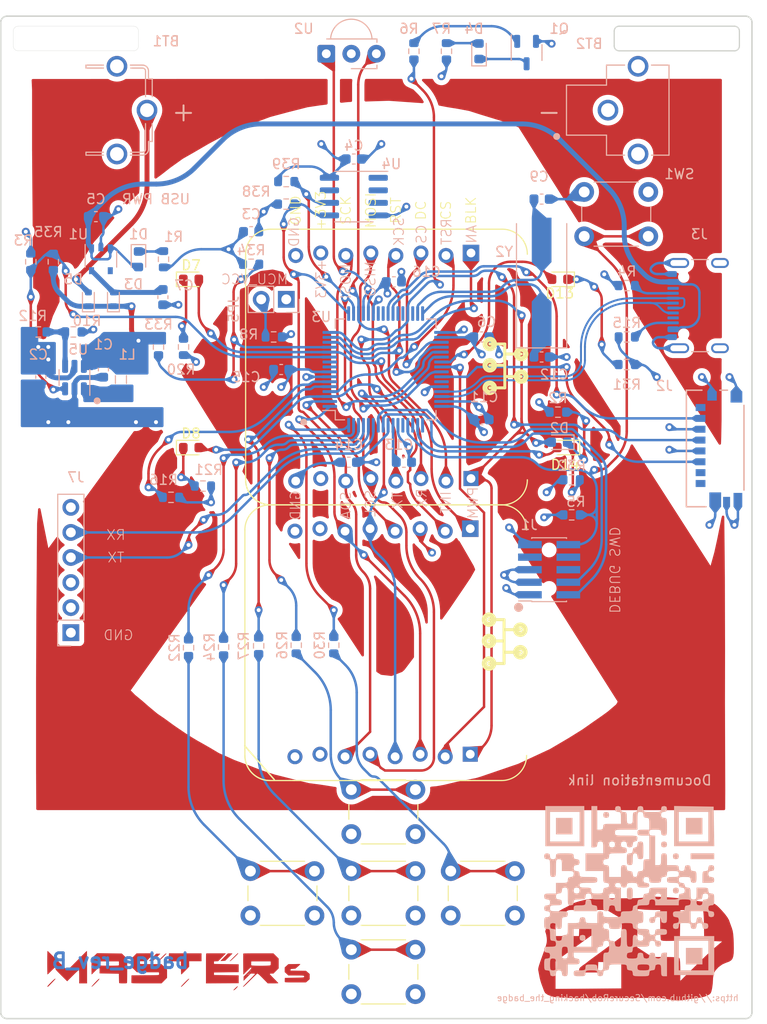
<source format=kicad_pcb>
(kicad_pcb (version 20221018) (generator pcbnew)
  (layers (0 "F.Cu" signal) (1 "In1.Cu" signal) (2 "In2.Cu" signal) (31 "B.Cu" signal) (34 "B.Paste" user) (35 "F.Paste" user) (36 "B.SilkS" user "B.Silkscreen") (37 "F.SilkS" user "F.Silkscreen") (38 "B.Mask" user) (39 "F.Mask" user) (44 "Edge.Cuts" user))
  (net 0 "")
  (net 1 "GND")
  (net 2 "Net-(D1-K)")
  (net 3 "Net-(D2-K)")
  (net 4 "/mcu/EN_BOOST")
  (net 5 "VCC")
  (net 6 "/mcu/RESET")
  (net 7 "/mcu/IR_TX")
  (net 8 "Net-(Q1-B)")
  (net 9 "/mcu/SD_CLK")
  (net 10 "/mcu/V_RAW")
  (net 11 "Net-(U5-VFB)")
  (net 12 "/mcu/IR_RX_ON")
  (net 13 "/mcu/SD_DO")
  (net 15 "/mcu/SW_1")
  (net 17 "Net-(D7-K)")
  (net 18 "Net-(D8-K)")
  (net 19 "/mcu/BUTTON_LEFT")
  (net 21 "/mcu/BUTTON_DOWN")
  (net 22 "Net-(R22-Pad2)")
  (net 23 "/mcu/BUTTON_UP")
  (net 24 "/mcu/BUTTON_ENTER")
  (net 25 "Net-(R24-Pad2)")
  (net 26 "Net-(R26-Pad2)")
  (net 27 "/mcu/BUTTON_RIGHT")
  (net 28 "Net-(R27-Pad1)")
  (net 29 "Net-(D13-K)")
  (net 30 "Net-(D14-K)")
  (net 31 "Net-(U3-PA04)")
  (net 32 "/mcu/SDA")
  (net 33 "/mcu/SCL")
  (net 34 "Net-(R30-Pad2)")
  (net 35 "Net-(U3-PA14)")
  (net 36 "Net-(U3-PA15)")
  (net 39 "/mcu/IR_RX")
  (net 40 "Net-(D4-A)")
  (net 41 "/mcu/DISPLAY_RESET")
  (net 42 "/mcu/DISPLAY_BLANK")
  (net 43 "/mcu/PWM")
  (net 46 "/mcu/LED1")
  (net 47 "/mcu/LED2")
  (net 48 "/mcu/DISPLAY_CS")
  (net 49 "/mcu/INT")
  (net 50 "/mcu/LED5")
  (net 52 "Net-(J2-CMD)")
  (net 53 "/mcu/USB_D-")
  (net 54 "/mcu/USB_D+")
  (net 55 "/mcu/LED6")
  (net 59 "Net-(U3-VDDCORE)")
  (net 60 "/mcu/SWCLK")
  (net 61 "/mcu/SWDIO")
  (net 62 "/mcu/DEBUG_RX")
  (net 63 "/mcu/DEBUG_TX")
  (net 68 "Net-(U5-SW)")
  (net 70 "/mcu/CS")
  (net 71 "V_USB")
  (net 75 "VBAT_1_5V")
  (net 76 "Net-(D4-K)")
  (net 77 "Net-(D3-A)")
  (net 78 "/mcu/SERCOM1_PAD0")
  (net 79 "/mcu/SERCOM1_PAD2")
  (net 80 "/mcu/SERCOM3_PAD0")
  (net 82 "/mcu/SERCOM3_PAD2")
  (net 83 "/mcu/SERCOM3_PAD3")
  (net 84 "/mcu/SERCOM1_PAD1")
  (net 86 "Net-(J3-CC1)")
  (net 87 "Net-(J3-CC2)")
  (net 93 "/mcu/VDD_IO")
  (footprint "Button_Switch_THT:SW_PUSH_6mm_H4.3mm" (layer "F.Cu") (at 135.18 132.715)
    (fp_text reference "SW5" hide)
    (fp_text value "TS02-66-70-BK-160-LCR-D")
  )
  (footprint "Button_Switch_THT:SW_PUSH_6mm_H4.3mm" (layer "F.Cu") (at 135.18 124.75)
    (fp_text reference "SW6" hide)
    (fp_text value "TS02-66-70-BK-160-LCR-D")
  )
  (footprint "mikroBUS:MIKROBUS_HOST_CONN" (layer "F.Cu") (at 147.2443 90.17 -90)
    (fp_text reference "CON2" hide)
    (fp_text value "PPTC081LFBN-RC" hide)
  )
  (footprint "mikroBUS:MIKROBUS_HOST_CONN" (layer "F.Cu") (at 147.32 62.23 -90)
    (fp_text reference "CON1" hide)
    (fp_text value "PPTC081LFBN-RC" hide)
  )
  (footprint "Button_Switch_THT:SW_PUSH_6mm_H4.3mm" (layer "F.Cu") (at 145.2643 124.75)
    (fp_text reference "SW7" hide)
    (fp_text value "TS02-66-70-BK-160-LCR-D")
  )
  (footprint "misc:MASTERs2" (layer "F.Cu") (at 164.13525 132.6896)
    (fp_text reference "G***" hide)
    (fp_text value "LOGO" hide)
  )
  (footprint "LED_SMD:LED_0603_1608Metric" (layer "F.Cu") (at 118.9228 81.8248)
    (fp_text reference "D8")
    (fp_text value "732-4971-1-ND")
  )
  (footprint "LED_SMD:LED_0603_1608Metric" (layer "F.Cu") (at 156.8643 81.82 180)
    (fp_text reference "D14")
    (fp_text value "732-4971-1-ND")
  )
  (footprint "misc:MASTERs" (layer "F.Cu") (at 117.54925 134.528)
    (fp_text reference "G***" hide)
    (fp_text value "LOGO" hide)
  )
  (footprint "LED_SMD:LED_0603_1608Metric" (layer "F.Cu") (at 118.92325 64.77)
    (fp_text reference "D7")
    (fp_text value "732-4971-1-ND")
  )
  (footprint "LED_SMD:LED_0603_1608Metric" (layer "F.Cu") (at 156.3243 64.77 180)
    (fp_text reference "D13")
    (fp_text value "732-4971-1-ND")
  )
  (footprint "Button_Switch_THT:SW_PUSH_6mm_H4.3mm" (layer "F.Cu") (at 135.18 116.495)
    (fp_text reference "SW4" hide)
    (fp_text value "TS02-66-70-BK-160-LCR-D")
  )
  (footprint "Button_Switch_THT:SW_PUSH_6mm_H4.3mm" (layer "F.Cu") (at 124.9443 124.75)
    (fp_text reference "SW3" hide)
    (fp_text value "TS02-66-70-BK-160-LCR-D")
  )
  (footprint "Capacitor_SMD:C_0603_1608Metric" (layer "B.Cu") (at 148.37425 70.612)
    (fp_text reference "C6")
    (fp_text value "100nF")
  )
  (footprint "Capacitor_SMD:C_0603_1608Metric" (layer "B.Cu") (at 103.68325 74.676 90)
    (fp_text reference "C2")
    (fp_text value "10uF")
  )
  (footprint "Resistor_SMD:R_0603_1608Metric" (layer "B.Cu") (at 118.16125 71.628 -90)
    (fp_text reference "R20")
    (fp_text value "10k")
  )
  (footprint "Diode_SMD:D_SOD-523" (layer "B.Cu") (at 111.04925 66.802 90)
    (fp_text reference "D3")
    (fp_text value "D_Schottky")
  )
  (footprint "Capacitor_SMD:C_0603_1608Metric" (layer "B.Cu") (at 154.48325 72.644)
    (fp_text reference "C12")
    (fp_text value "16pF")
  )
  (footprint "Package_TO_SOT_SMD:SOT-23-3" (layer "B.Cu") (at 152.95925 41.7885 -90)
    (fp_text reference "Q1")
    (fp_text value "NPN")
  )
  (footprint "Capacitor_SMD:C_0603_1608Metric" (layer "B.Cu") (at 139.49725 65.024)
    (fp_text reference "C16")
    (fp_text value "100nF")
  )
  (footprint "Resistor_SMD:R_0603_1608Metric" (layer "B.Cu") (at 144.83125 41.656 90)
    (fp_text reference "R7")
    (fp_text value "100")
  )
  (footprint "Button_Switch_THT:SW_PUSH_6mm_H4.3mm" (layer "B.Cu") (at 165.302 55.916 180)
    (fp_text reference "SW1")
    (fp_text value "TS02-66-70-BK-160-LCR-D")
  )
  (footprint "Capacitor_SMD:C_0603_1608Metric" (layer "B.Cu") (at 154.48325 56.642)
    (fp_text reference "C9")
    (fp_text value "16pF")
  )
  (footprint "Resistor_SMD:R_0603_1608Metric" (layer "B.Cu") (at 122.22525 102.045 -90)
    (fp_text reference "R24")
    (fp_text value "10k")
  )
  (footprint "Resistor_SMD:R_0603_1608Metric" (layer "B.Cu") (at 163.11925 73.406)
    (fp_text reference "R31")
    (fp_text value "10k")
  )
  (footprint "Resistor_SMD:R_0603_1608Metric" (layer "B.Cu") (at 116.89125 86.868)
    (fp_text reference "R16")
    (fp_text value "10k")
  )
  (footprint "Connector_PinHeader_2.54mm:PinHeader_1x02_P2.54mm_Vertical" (layer "B.Cu") (at 128.58025 66.802 90)
    (fp_text reference "JP5")
    (fp_text value "M50-3530242")
  )
  (footprint "Resistor_SMD:R_0603_1608Metric" (layer "B.Cu") (at 129.59125 101.854 -90)
    (fp_text reference "R26")
    (fp_text value "10k")
  )
  (footprint "Resistor_SMD:R_0603_1608Metric" (layer "B.Cu") (at 125.78125 101.917 90)
    (fp_text reference "R27")
    (fp_text value "10k")
  )
  (footprint "Resistor_SMD:R_0603_1608Metric" (layer "B.Cu") (at 120.1293 85.725)
    (fp_text reference "R21")
    (fp_text value "10k")
  )
  (footprint "Capacitor_SMD:C_0603_1608Metric" (layer "B.Cu") (at 135.43325 52.578)
    (fp_text reference "C4")
    (fp_text value "10uF")
  )
  (footprint "Capacitor_SMD:C_0603_1608Metric" (layer "B.Cu") (at 110.03325 73.914 -90)
    (fp_text reference "C1")
    (fp_text value "10uF")
  )
  (footprint "Capacitor_SMD:C_0603_1608Metric" (layer "B.Cu") (at 109.27125 58.42 180)
    (fp_text reference "C5")
    (fp_text value "10uF" hide)
  )
  (footprint "Resistor_SMD:R_0603_1608Metric" (layer "B.Cu") (at 103.42925 70.104)
    (fp_text reference "R12")
    (fp_text value "1.69M")
  )
  (footprint "Resistor_SMD:R_0603_1608Metric" (layer "B.Cu") (at 115.62125 71.628 -90)
    (fp_text reference "R33")
    (fp_text value "10k")
  )
  (footprint "Resistor_SMD:R_0603_1608Metric" (layer "B.Cu") (at 116.12925 62.738 90)
    (fp_text reference "R1")
    (fp_text value "10k")
  )
  (footprint "Resistor_SMD:R_0603_1608Metric" (layer "B.Cu") (at 127.30525 70.612 180)
    (fp_text reference "R8")
    (fp_text value "10")
  )
  (footprint "590:BAT_590" (layer "B.Cu") (at 161.215 47.625 90)
    (fp_text reference "BT2")
    (fp_text value "36-590-ND")
  )
  (footprint "Resistor_SMD:R_0603_1608Metric" (layer "B.Cu") (at 106.98525 70.104 180)
    (fp_text reference "R10")
    (fp_text value "1M")
  )
  (footprint "LED_SMD:LED_0603_1608Metric" (layer "B.Cu") (at 113.58925 62.738 -90)
    (fp_text reference "D1")
    (fp_text value "732-4971-1-ND")
  )
  (footprint "Resistor_SMD:R_0603_1608Metric" (layer "B.Cu") (at 104.95325 62.992 -90)
    (fp_text reference "R35")
    (fp_text value "10k")
  )
  (footprint "Resistor_SMD:R_0603_1608Metric" (layer "B.Cu") (at 128.57525 57.15 180)
    (fp_text reference "R38")
    (fp_text value "5.1k")
  )
  (footprint "Diode_SMD:D_SOD-523" (layer "B.Cu") (at 108.50925 66.802 90)
    (fp_text reference "D5")
    (fp_text value "D_Schottky")
  )
  (footprint "misc:USB_C_Receptacle_GCT_USB4105-xx-A_16P_TopMnt_Horizontal" (layer "B.Cu") (at 171.50125 67.435 -90)
    (fp_text reference "J3")
    (fp_text value "USB4105-GF-A")
  )
  (footprint "Resistor_SMD:R_0603_1608Metric" (layer "B.Cu") (at 102.66725 62.992 -90)
    (fp_text reference "R3")
    (fp_text value "NP")
  )
  (footprint "Resistor_SMD:R_0603_1608Metric" (layer "B.Cu") (at 156.1343 78.232 180)
    (fp_text reference "R2")
    (fp_text value "5.1k")
  )
  (footprint "Resistor_SMD:R_0603_1608Metric" (layer "B.Cu") (at 157.53125 85.09 180)
    (fp_text reference "R32")
    (fp_text value "10k")
  )
  (footprint "misc:47571-0001_MOL" (layer "B.Cu") (at 172.088 81.915 -90)
    (fp_text reference "J2")
    (fp_text value "0475710001")
  )
  (footprint "LED_SMD:LED_0603_1608Metric" (layer "B.Cu") (at 148.13325 41.656 90)
    (fp_text reference "D4")
    (fp_text value "IR 940nm")
  )
  (footprint "596:BAT_596" (layer "B.Cu") (at 114.455 47.625 -90)
    (fp_text reference "BT1")
    (fp_text value "36-596-ND")
  )
  (footprint "Crystal:Crystal_SMD_HC49-SD" (layer "B.Cu") (at 154.48325 65.024 90)
    (fp_text reference "Y2")
    (fp_text value "049SS2-24.000F20DTLJK")
  )
  (footprint "Capacitor_SMD:C_0603_1608Metric" (layer "B.Cu") (at 125.01925 59.944 180)
    (fp_text reference "C3")
    (fp_text value "10uF")
  )
  (footprint "Resistor_SMD:R_0603_1608Metric" (layer "B.Cu") (at 128.57525 54.864 180)
    (fp_text reference "R39")
    (fp_text value "5.1k")
  )
  (footprint "Inductor_SMD:L_0805_2012Metric" (layer "B.Cu") (at 111.81125 74.93 -90)
    (fp_text reference "L1")
    (fp_text value "4.7uH")
  )
  (footprint "misc:qr" (layer "B.Cu") (at 163.605976 126.421463 180)
    (fp_text reference "G***" hide)
    (fp_text value "LOGO" hide)
  )
  (footprint "OptoDevice:Vishay_MINICAST-3Pin" (layer "B.Cu") (at 132.6393 41.91)
    (fp_text reference "U2")
    (fp_text value "TSOP582xx")
  )
  (footprint "Capacitor_SMD:C_0603_1608Metric" (layer "B.Cu") (at 148.38725 78.994)
    (fp_text reference "C11")
    (fp_text value "100nF")
  )
  (footprint "Resistor_SMD:R_0603_1608Metric" (layer "B.Cu") (at 133.40125 101.854 -90)
    (fp_text reference "R30")
    (fp_text value "10k")
  )
  (footprint "Resistor_SMD:R_0603_1608Metric" (layer "B.Cu") (at 141.52925 41.656 90)
    (fp_text reference "R6")
    (fp_text value "5.1k")
  )
  (footprint "Capacitor_SMD:C_0603_1608Metric" (layer "B.Cu") (at 140.51325 83.312)
    (fp_text reference "C13")
    (fp_text value "1uF")
  )
  (footprint "Resistor_SMD:R_0603_1608Metric" (layer "B.Cu") (at 157.53125 88.646)
    (fp_text reference "R5")
    (fp_text value "10k")
  )
  (footprint "Capacitor_SMD:C_0603_1608Metric" (layer "B.Cu") (at 116.06925 66.578 -90)
    (fp_text reference "C7")
    (fp_text value "1uF")
  )
  (footprint "Package_QFP:TQFP-64_10x10mm_P0.5mm" (layer "B.Cu") (at 138.66075 73.902)
    (fp_text reference "U3")
    (fp_text value "ATSAMD21J18A-A")
  )
  (footprint "Resistor_SMD:R_0603_1608Metric" (layer "B.Cu") (at 125.01925 63.246 180)
    (fp_text reference "R34")
    (fp_text value "10k")
  )
  (footprint "misc:PinHeader_2x05_P1.27mm_Vertical_SMD" (layer "B.Cu") (at 155.24525 94.202)
    (fp_text reference "J1")
    (fp_text value "1156861")
  )
  (footprint "Resistor_SMD:R_0603_1608Metric" (layer "B.Cu") (at 118.66925 102.108 -90)
    (fp_text reference "R22")
    (fp_text value "10k")
  )
  (footprint "Package_SO:SOIC-8_3.9x4.9mm_P1.27mm" (layer "B.Cu") (at 135.43325 56.388 180)
    (fp_text reference "U4")
    (fp_text value "ATECC608B-SSHDA")
  )
  (footprint "Resistor_SMD:R_0603_1608Metric" (layer "B.Cu") (at 163.1193 65.405 180)
    (fp_text reference "R4")
    (fp_text value "5.1k")
  )
  (footprint "Capacitor_SMD:C_0603_1608Metric" (layer "B.Cu") (at 134.92525 83.312 180)
    (fp_text reference "C14")
    (fp_text value "100nF")
  )
  (footprint "LED_SMD:LED_0603_1608Metric" (layer "B.Cu") (at 156.2868 81.28 180)
    (fp_text reference "D2")
    (fp_text value "732-4971-1-ND")
  )
  (footprint "Package_SO:TSOP-5_1.65x3.05mm_P0.95mm" (layer "B.Cu") (at 109.77925 62.738 -90)
    (fp_text reference "U1")
    (fp_text value "MIC5301")
  )
  (footprint "Connector_PinHeader_2.54mm:PinHeader_1x06_P2.54mm_Vertical" (layer "B.Cu") (at 106.73125 100.584)
    (fp_text reference "J7")
    (fp_text value "Conn_01x06_Pin")
  )
  (footprint "Package_TO_SOT_SMD:SOT-23-6" (layer "B.Cu") (at 107.0975 74.7315 90)
    (fp_text reference "U5")
    (fp_text value "MCP16252")
  )
  (footprint "Resistor_SMD:R_0603_1608Metric" (layer "B.Cu") (at 163.11925 70.612 180)
    (fp_text reference "R15")
    (fp_text value "5.1k")
  )
  (footprint "Capacitor_SMD:C_0603_1608Metric" (layer "B.Cu") (at 128.06725 73.914 180)
    (fp_text reference "C15")
    (fp_text value "100nF")
  )
  (gr_circle (center 130.35325 79.248) (end 130.65325 79.248) (stroke (width 0.1)) (fill solid) (layer "B.SilkS"))
  (gr_circle (center 152.14645 98.0186) (end 152.507452 98.0186) (stroke (width 0.2)) (fill solid) (layer "B.SilkS"))
  (gr_circle (center 109.39825 77.089) (end 109.09825 77.089) (stroke (width 0.1)) (fill solid) (layer "B.SilkS"))
  (gr_circle (center 156.00725 50.292) (end 156.30725 50.292) (stroke (width 0.1)) (fill solid) (layer "B.SilkS"))
  (gr_line (start 124.36925 112.0535) (end 127.36925 115.478) (stroke (width 0.15)) (layer "F.SilkS"))
  (gr_arc (start 175.18425 38.1) (mid 175.633262 38.285987) (end 175.81925 38.735) (stroke (width 0.15)) (layer "Edge.Cuts"))
  (gr_arc (start 161.844804 39.619554) (mid 161.992292 39.263488) (end 162.348358 39.116) (stroke (width 0.127)) (layer "Edge.Cuts"))
  (gr_line (start 174.04125 39.116) (end 162.348358 39.116) (stroke (width 0.127)) (layer "Edge.Cuts"))
  (gr_arc (start 174.544804 41.116) (mid 174.398358 41.469554) (end 174.044804 41.616) (stroke (width 0.127)) (layer "Edge.Cuts"))
  (gr_arc (start 174.04125 39.116) (mid 174.397317 39.263487) (end 174.544804 39.619554) (stroke (width 0.127)) (layer "Edge.Cuts"))
  (gr_arc (start 162.348358 41.616) (mid 161.99228 41.468524) (end 161.844804 41.112446) (stroke (width 0.127)) (layer "Edge.Cuts"))
  (gr_line (start 101.394581 41.616) (end 113.087473 41.616) (stroke (width 0.0254)) (layer "Edge.Cuts"))
  (gr_line (start 161.844804 39.619554) (end 161.844804 41.112446) (stroke (width 0.127)) (layer "Edge.Cuts"))
  (gr_line (start 100.891027 39.616) (end 100.891027 41.112446) (stroke (width 0.0254)) (layer "Edge.Cuts"))
  (gr_line (start 113.087473 39.116) (end 101.391027 39.116) (stroke (width 0.0254)) (layer "Edge.Cuts"))
  (gr_line (start 113.591027 41.112446) (end 113.58925 39.624) (stroke (width 0.0254)) (layer "Edge.Cuts"))
  (gr_arc (start 101.394581 41.616) (mid 101.038514 41.468513) (end 100.891027 41.112446) (stroke (width 0.0254)) (layer "Edge.Cuts"))
  (gr_arc (start 175.81925 139.065) (mid 175.633263 139.514012) (end 175.18425 139.7) (stroke (width 0.15)) (layer "Edge.Cuts"))
  (gr_arc (start 100.25425 139.7) (mid 99.805238 139.514013) (end 99.61925 139.065) (stroke (width 0.15)) (layer "Edge.Cuts"))
  (gr_line (start 175.81925 38.735) (end 175.81925 139.065) (stroke (width 0.15)) (layer "Edge.Cuts"))
  (gr_arc (start 99.61925 38.735) (mid 99.805237 38.285988) (end 100.25425 38.1) (stroke (width 0.15)) (layer "Edge.Cuts"))
  (gr_line (start 99.61925 139.065) (end 99.61925 38.735) (stroke (width 0.15)) (layer "Edge.Cuts"))
  (gr_line (start 100.25425 38.1) (end 175.18425 38.1) (stroke (width 0.15)) (layer "Edge.Cuts"))
  (gr_arc (start 113.087473 39.116) (mid 113.44354 39.263487) (end 113.591027 39.619554) (stroke (width 0.0254)) (layer "Edge.Cuts"))
  (gr_arc (start 113.591027 41.112446) (mid 113.44354 41.468513) (end 113.087473 41.616) (stroke (width 0.0254)) (layer "Edge.Cuts"))
  (gr_line (start 174.544804 41.116) (end 174.544804 39.619554) (stroke (width 0.127)) (layer "Edge.Cuts"))
  (gr_line (start 162.348358 41.616) (end 174.044804 41.616) (stroke (width 0.127)) (layer "Edge.Cuts"))
  (gr_arc (start 100.891027 39.616) (mid 101.037473 39.262446) (end 101.391027 39.116) (stroke (width 0.0254)) (layer "Edge.Cuts"))
  (gr_line (start 175.18425 139.7) (end 100.25425 139.7) (stroke (width 0.15)) (layer "Edge.Cuts"))
  (gr_text "badge_rev_B" (at 118.86925 134.728) (layer "B.Cu") (effects (font (size 1.5 1.5) (thickness 0.3) bold) (justify left bottom mirror)))
  (gr_text "DEBUG SWD" (at 161.86925 94.234 -90) (layer "B.SilkS") (effects (font (size 1 1) (thickness 0.1)) (justify mirror)))
  (gr_text "GND" (at 111.55725 100.838) (layer "B.SilkS") (effects (font (size 1 1) (thickness 0.1)) (justify mirror)))
  (gr_text "USB PWR" (at 118.91925 57.228) (layer "B.SilkS") (effects (font (size 1 1)) (justify left bottom mirror)))
  (gr_text "RX" (at 111.30325 90.678) (layer "B.SilkS") (effects (font (size 1 1) (thickness 0.1)) (justify mirror)))
  (gr_text "+" (at 118.16125 47.752) (layer "B.SilkS") (effects (font (size 2 2) (thickness 0.2)) (justify mirror)))
  (gr_text "https://github.com/SecureRob/hacking_the_badge" (at 174.51925 137.978) (layer "B.SilkS") (effects (font (size 0.635 0.635) (thickness 0.0889)) (justify left bottom mirror)))
  (gr_text "Documentation link" (at 171.81925 116.128) (layer "B.SilkS") (effects (font (size 1 1)) (justify left bottom mirror)))
  (gr_text "TX" (at 111.30325 92.964) (layer "B.SilkS") (effects (font (size 1 1) (thickness 0.1)) (justify mirror)))
  (gr_text "MCU_VCC" (at 125.36925 64.77) (layer "B.SilkS") (effects (font (size 1 1) (thickness 0.1)) (justify mirror)))
  (gr_text "-" (at 155.24525 47.752) (layer "B.SilkS") (effects (font (size 2 2) (thickness 0.2)) (justify mirror)))
  (gr_text "GND" (at 129.51925 87.678 90) (layer "B.SilkS") (effects (font (size 1 1) (thickness 0.1016)) (justify mirror)))
  (gr_text "CS" (at 144.78 57.785 90) (layer "F.SilkS") (effects (font (size 1 1) (thickness 0.1))))
  (gr_text "BLK" (at 147.32 57.785 90) (layer "F.SilkS") (effects (font (size 1 1) (thickness 0.1))))
  (gr_text "MOSI" (at 137.16 57.785 90) (layer "F.SilkS") (effects (font (size 1 1) (thickness 0.1))))
  (gr_text "RST" (at 139.7 57.785 90) (layer "F.SilkS") (effects (font (size 1 1) (thickness 0.1))))
  (gr_text "SCK" (at 134.62 57.785 90) (layer "F.SilkS") (effects (font (size 1 1) (thickness 0.1))))
  (gr_text "GND" (at 129.54 57.785 90) (layer "F.SilkS") (effects (font (size 1 1) (thickness 0.1))))
  (gr_text "DC" (at 142.24 57.785 90) (layer "F.SilkS") (effects (font (size 1 1) (thickness 0.1))))
  (gr_text "+3V3" (at 132.08 57.785 90) (layer "F.SilkS") (effects (font (size 1 1) (thickness 0.1))))
  (via (at 166.16725 74.676) (size 0.8) (drill 0.4) (layers "F.Cu" "B.Cu") (net 1))
  (via (at 126.28925 75.692) (size 0.8) (drill 0.4) (layers "F.Cu" "B.Cu") (net 1))
  (via (at 155.49925 40.894) (size 0.8) (drill 0.4) (layers "F.Cu" "B.Cu") (net 1))
  (via (at 120.9543 87.37505) (size 0.8) (drill 0.4) (layers "F.Cu" "B.Cu") (net 1))
  (via (at 102.15925 59.944) (size 0.8) (drill 0.4) (layers "F.Cu" "B.Cu") (net 1))
  (via (at 106.47725 79.248) (size 0.8) (drill 0.4) (layers "F.Cu" "B.Cu") (net 1))
  (via (at 157.02325 72.644) (size 0.8) (drill 0.4) (layers "F.Cu" "B.Cu") (net 1))
  (via (at 154.22925 77.216) (size 0.8) (drill 0.4) (layers "F.Cu" "B.Cu") (net 1))
  (via (at 173.53325 74.676) (size 0.8) (drill 0.4) (layers "F.Cu" "B.Cu") (net 1))
  (via (at 150.165242 72.39) (size 0.8) (drill 0.4) (layers "F.Cu" "B.Cu") (net 1))
  (via (at 148.13325 77.724) (size 0.8) (drill 0.4) (layers "F.Cu" "B.Cu") (net 1))
  (via (at 113.33525 79.248) (size 0.8) (drill 0.4) (layers "F.Cu" "B.Cu") (net 1))
  (via (at 109.01725 69.85) (size 0.8) (drill 0.4) (layers "F.Cu" "B.Cu") (net 1))
  (via (at 154.99125 86.36) (size 0.8) (drill 0.4) (layers "F.Cu" "B.Cu") (net 1))
  (via (at 138.22725 51.054) (size 0.8) (drill 0.4) (layers "F.Cu" "B.Cu") (net 1))
  (via (at 104.44525 79.248) (size 0.8) (drill 0.4) (layers "F.Cu" "B.Cu") (net 1))
  (via (at 140.76725 57.404) (size 0.8) (drill 0.4) (layers "F.Cu" "B.Cu") (net 1))
  (via (at 151.18125 89.916) (size 0.8) (drill 0.4) (layers "F.Cu" "B.Cu") (net 1))
  (via (at 137.97325 66.802) (size 0.8) (drill 0.4) (layers "F.Cu" "B.Cu") (net 1))
  (via (at 160.83325 64.262) (size 0.8) (drill 0.4) (layers "F.Cu" "B.Cu") (net 1))
  (via (at 115.36725 79.248) (size 0.8) (drill 0.4) (layers "F.Cu" "B.Cu") (net 1))
  (via (at 141.02125 81.788) (size 0.8) (drill 0.4) (layers "F.Cu" "B.Cu") (net 1))
  (via (at 119.43125 73.152) (size 0.8) (drill 0.4) (layers "F.Cu" "B.Cu") (net 1))
  (via (at 150.67325 94.742) (size 0.8) (drill 0.4) (layers "F.Cu" "B.Cu") (net 1))
  (via (at 167.43725 79.756) (size 0.8) (drill 0.4) (layers "F.Cu" "B.Cu") (net 1))
  (via (at 111.55725 57.658) (size 0.8) (drill 0.4) (layers "F.Cu" "B.Cu") (net 1))
  (via (at 117.64425 67.353) (size 0.8) (drill 0.4) (layers "F.Cu" "B.Cu") (net 1))
  (via (at 122.73325 61.722) (size 0.8) (drill 0.4) (layers "F.Cu" "B.Cu") (net 1))
  (via (at 146.60925 69.85) (size 0.8) (drill 0.4) (layers "F.Cu" "B.Cu") (net 1))
  (via (at 174.04125 89.662) (size 0.8) (drill 0.4) (layers "F.Cu" "B.Cu") (net 1))
  (via (at 140.25925 64.008) (size 0.8) (drill 0.4) (layers "F.Cu" "B.Cu") (net 1))
  (via (at 171.50125 89.662) (size 0.8) (drill 0.4) (layers "F.Cu" "B.Cu") (net 1))
  (via (at 130.60725 74.676) (size 0.8) (drill 0.4) (layers "F.Cu" "B.Cu") (net 1))
  (via (at 170.73925 74.676) (size 0.8) (drill 0.4) (layers "F.Cu" "B.Cu") (net 1))
  (segment (start 117.66925 67.328) (end 117.64425 67.353) (width 0.25) (layer "B.Cu") (net 1))
  (segment (start 165.97675 71.5645) (end 165.920953 71.508703) (width 0.25) (layer "B.Cu") (net 1))
  (segment (start 107.0975 77.200446) (end 107.0975 77.2524) (width 0.5) (layer "B.Cu") (net 1))
  (segment (start 149.077043 78.667793) (end 148.13325 77.724) (width 0.25) (layer "B.Cu") (net 1))
  (segment (start 173.888625 75.031375) (end 173.53325 74.676) (width 0.25) (layer "B.Cu") (net 1))
  (segment (start 107.233215 75.094082) (end 107.25506 75.061386) (width 0.5) (layer "B.Cu") (net 1))
  (segment (start 139.91075 80.121) (end 139.91075 79.5645) (width 0.25) (layer "B.Cu") (net 1))
  (segment (start 151.595087 94.202) (end 153.29525 94.202) (width 0.25) (layer "B.Cu") (net 1))
  (segment (start 151.919437 95.472) (end 153.29525 95.472) (width 0.25) (layer "B.Cu") (net 1))
  (segment (start 124.24425 60.0775) (end 124.24425 59.944) (width 0.25) (layer "B.Cu") (net 1))
  (segment (start 155.37775 40.7725) (end 155.49925 40.894) (width 0.25) (layer "B.Cu") (net 1))
  (segment (start 162.29425 71.184) (end 162.29425 70.612) (width 0.25) (layer "B.Cu") (net 1))
  (segment (start 150.94325 94.472) (end 150.67325 94.742) (width 0.25) (layer "B.Cu") (net 1))
  (segment (start 172.093999 88.650114) (end 172.093999 87.090001) (width 0.25) (layer "B.Cu") (net 1))
  (segment (start 160.83325 64.262) (end 161.863802 65.292552) (width 0.25) (layer "B.Cu") (net 1))
  (segment (start 127.29225 74.3015) (end 127.29225 73.914) (width 0.25) (layer "B.Cu") (net 1))
  (segment (start 140.76725 57.404) (end 140.32275 57.8485) (width 0.25) (layer "B.Cu") (net 1))
  (segment (start 119.43125 73.152) (end 118.934128 72.654878) (width 0.25) (layer "B.Cu") (net 1))
  (segment (start 139.249632 58.293) (end 137.90825 58.293) (width 0.25) (layer "B.Cu") (net 1))
  (segment (start 174.217625 89.485625) (end 174.04125 89.662) (width 0.25) (layer "B.Cu") (net 1))
  (segment (start 149.895831 71.358581) (end 149.14925 70.612) (width 0.25) (layer "B.Cu") (net 1))
  (segment (start 107.113992 75.381956) (end 107.106323 75.420523) (width 0.5) (layer "B.Cu") (net 1))
  (segment (start 171.50125 89.662) (end 171.797624 89.365625) (width 0.25) (layer "B.Cu") (net 1))
  (segment (start 167.794033 79.964999) (end 170.604 79.964999) (width 0.25) (layer "B.Cu") (net 1))
  (segment (start 146.45825 70.001) (end 146.60925 69.85) (width 0.25) (layer "B.Cu") (net 1))
  (segment (start 110.03325 58.442192) (end 110.03325 60.018394) (width 0.25) (layer "B.Cu") (net 1))
  (segment (start 107.755129 74.724248) (end 109.973077 74.724248) (width 0.5) (layer "B.Cu") (net 1))
  (segment (start 141.15475 83.1785) (end 141.28825 83.312) (width 0.25) (layer "B.Cu") (net 1))
  (segment (start 171.45636 75.39311) (end 170.73925 74.676) (width 0.25) (layer "B.Cu") (net 1))
  (segment (start 166.226368 64.235) (end 167.82125 64.235) (width 0.25) (layer "B.Cu") (net 1))
  (segment (start 174.394 89.059818) (end 174.394 87.115) (width 0.25) (layer "B.Cu") (net 1))
  (segment (start 132.436608 83.393206) (end 134.011622 83.393206) (width 0.25) (layer "B.Cu") (net 1))
  (segment (start 167.541749 79.860499) (end 167.43725 79.756) (width 0.25) (layer "B.Cu") (net 1))
  (segment (start 152.797142 91.531892) (end 151.18125 89.916) (width 0.25) (layer "B.Cu") (net 1))
  (segment (start 137.41075 67.622585) (end 137.41075 68.2395) (width 0.25) (layer "B.Cu") (net 1))
  (segment (start 163.94425 73.406) (end 164.42075 73.406) (width 0.25) (layer "B.Cu") (net 1))
  (segment (start 147.156784 77.152) (end 144.32325 77.152) (width 0.25) (layer "B.Cu") (net 1))
  (segment (start 118.44675 72.453) (end 118.16125 72.453) (width 0.25) (layer "B.Cu") (net 1))
  (segment (start 106.905877 77.47) (end 104.984065 77.47) (width 0.25) (layer "B.Cu") (net 1))
  (segment (start 171.76945 76.148975) (end 171.76945 76.59175) (width 0.25) (layer "B.Cu") (net 1))
  (segment (start 117.97025 87.122) (end 117.71625 86.868) (width 0.25) (layer "B.Cu") (net 1))
  (segment (start 157.02325 72.644) (end 155.25825 72.644) (width 0.25) (layer "B.Cu") (net 1))
  (segment (start 124.171976 63.160726) (end 122.73325 61.722) (width 0.25) (layer "B.Cu") (net 1))
  (segment (start 158.439 56.279) (end 158.802 55.916) (width 0.25) (layer "B.Cu") (net 1))
  (segment (start 120.953825 87.375525) (end 120.9543 87.37505) (width 0.25) (layer "B.Cu") (net 1))
  (segment (start 134.109647 83.352603) (end 134.15025 83.312) (width 0.25) (layer "B.Cu") (net 1))
  (segment (start 120.952678 87.376) (end 118.58346 87.376) (width 0.25) (layer "B.Cu") (net 1))
  (segment (start 109.77925 60.631605) (end 109.77925 61.578) (width 0.25) (layer "B.Cu") (net 1))
  (segment (start 141.02125 81.788) (end 141.02125 82.856202) (width 0.25) (layer "B.Cu") (net 1))
  (segment (start 163.94425 73.406) (end 162.698715 72.160465) (width 0.25) (layer "B.Cu") (net 1))
  (segment (start 116.06925 67.353) (end 117.64425 67.353) (width 0.25) (layer "B.Cu") (net 1))
  (segment (start 126.28925 75.692) (end 127.018246 74.963003) (width 0.25) (layer "B.Cu") (net 1))
  (segment (start 155.084423 40.651) (end 153.90925 40.651) (width 0.25) (layer "B.Cu") (net 1))
  (segment (start 140.26575 64.0145) (end 140.25925 64.008) (width 0.25) (layer "B.Cu") (net 1))
  (segment (start 107.0975 75.57708) (end 107.0975 77.200446) (width 0.5) (layer "B.Cu") (net 1))
  (segment (start 137.593243 67.182007) (end 137.97325 66.802) (width 0.25) (layer "B.Cu") (net 1))
  (segment (start 166.397394 70.635) (end 167.82125 70.635) (width 0.25) (layer "B.Cu") (net 1))
  (segment (start 165.234186 73.742936) (end 166.16725 74.676) (width 0.25) (layer "B.Cu") (net 1))
  (segment (start 108.583644 70.104) (end 107.81025 70.104) (width 0.25) (layer "B.Cu") (net 1))
  (segment (start 108.89025 69.977) (end 109.01725 69.85) (width 0.25) (layer "B.Cu") (net 1))
  (segment (start 110.015626 74.706624) (end 110.03325 74.689) (width 0.5) (layer "B.Cu") (net 1))
  (segment (start 146.093703 70.152) (end 144.32325 70.152) (width 0.25) (layer "B.Cu") (net 1))
  (segment (start 107.0975 77.278377) (end 107.0975 77.2524) (width 0.25) (layer "B.Cu") (net 1))
  (segment (start 154.22925 77.216) (end 155.222604 78.209354) (width 0.25) (layer "B.Cu") (net 1))
  (segment (start 119.971033 61.722) (end 122.73325 61.722) (width 0.25) (layer "B.Cu") (net 1))
  (segment (start 136.878258 52.402991) (end 138.22725 51.054) (width 0.25) (layer "B.Cu") (net 1))
  (segment (start 165.64575 63.5135) (end 165.72475 63.4345) (width 0.25) (layer "B.Cu") (net 1))
  (segment (start 130.388397 84.241603) (end 129.54 85.09) (width 0.25) (layer "B.Cu") (net 1))
  (segment (start 147.84725 77.438) (end 148.13325 77.724) (width 0.25) (layer "B.Cu") (net 1))
  (segment (start 149.16225 78.8735) (end 149.16225 78.994) (width 0.25) (layer "B.Cu") (net 1))
  (segment (start 140.27225 64.030192) (end 140.27225 65.024) (width 0.25) (layer "B.Cu") (net 1))
  (segment (start 166.436657 71.755) (end 168.39625 71.755) (width 0.25) (layer "B.Cu") (net 1))
  (segment (start 162.135275 65.405) (end 162.2943 65.405) (width 0.25) (layer "B.Cu") (net 1))
  (segment (start 120.9543 87.37505) (end 120.9543 85.725) (width 0.25) (layer "B.Cu") (net 1))
  (segment (start 116.47875 63.563) (end 116.12925 63.563) (width 0.25) (layer "B.Cu") (net 1))
  (segment (start 151.03825 95.107) (end 150.67325 94.742) (width 0.25) (layer "B.Cu") (net 1))
  (segment (start 155.277275 78.232) (end 155.3093 78.232) (width 0.25) (layer "B.Cu") (net 1))
  (segment (start 120.9543 87.37505) (end 120.95525 87.376) (width 0.25) (layer "B.Cu") (net 1))
  (segment (start 124.19425 63.2145) (end 124.19425 63.246) (width 0.25) (layer "B.Cu") (net 1))
  (segment (start 117.075383 63.315866) (end 117.748749 62.642499) (width 0.25) (layer "B.Cu") (net 1))
  (segment (start 166.496091 63.115) (end 168.39625 63.115) (width 0.25) (layer "B.Cu") (net 1))
  (segment (start 156.103918 85.247331) (end 154.99125 86.36) (width 0.25) (layer "B.Cu") (net 1))
  (segment (start 111.060061 58.155188) (end 111.55725 57.658) (width 0.25) (layer "B.Cu") (net 1))
  (segment (start 130.61925 74.664) (end 130.60725 74.676) (width 0.25) (layer "B.Cu") (net 1))
  (segment (start 102.41325 60.198) (end 102.15925 59.944) (width 0.25) (layer "B.Cu") (net 1))
  (segment (start 107.455739 74.848259) (end 107.359538 74.94446) (width 0.5) (layer "B.Cu") (net 1))
  (segment (start 157.56264 56.642) (end 155.25825 56.642) (width 0.25) (layer "B.Cu") (net 1))
  (segment (start 156.48375 85.09) (end 156.70625 85.09) (width 0.25) (layer "B.Cu") (net 1))
  (segment (start 130.64822 74.652) (end 132.99825 74.652) (width 0.25) (layer "B.Cu") (net 1))
  (segment (start 173.244 88.301009) (end 173.244 87.314999) (width 0.25) (layer "B.Cu") (net 1))
  (segment (start 103.68325 76.169184) (end 103.68325 75.451) (width 0.25) (layer "B.Cu") (net 1))
  (segment (start 140.304254 81.071004) (end 141.02125 81.788) (width 0.25) (layer "B.Cu") (net 1))
  (segment (start 165.96525 70.814) (end 165.920953 70.858296) (width 0.25) (layer "B.Cu") (net 1))
  (segment (start 136.45575 52.578) (end 136.20825 52.578) (width 0.25) (layer "B.Cu") (net 1))
  (segment (start 173.642625 89.263375) (end 174.04125 89.662) (width 0.25) (layer "B.Cu") (net 1))
  (segment (start 102.66725 60.81121) (end 102.66725 62.167) (width 0.25) (layer "B.Cu") (net 1))
  (segment (start 110.42075 58.42) (end 110.055442 58.42) (width 0.25) (layer "B.Cu") (net 1))
  (segment (start 153.11125 91.662) (end 153.29525 91.662) (width 0.25) (layer "B.Cu") (net 1))
  (segment (start 174.244 75.889326) (end 174.244 76.689999) (width 0.25) (layer "B.Cu") (net 1))
  (segment (start 124.149851 60.305398) (end 122.73325 61.722) (width 0.25) (layer "B.Cu") (net 1))
  (segment (start 150.165242 72.008996) (end 150.165242 72.39) (width 0.25) (layer "B.Cu") (net 1))
  (arc (start 173.642625 89.263375) (mid 173.347599 88.821837) (end 173.244 88.301009) (width 0.25) (layer "B.Cu") (net 1))
  (arc (start 107.304319 75.000477) (mid 107.278302 75.02981) (end 107.25506 75.061386) (width 0.5) (layer "B.Cu") (net 1))
  (arc (start 151.03825 95.107) (mid 151.442542 95.377139) (end 151.919437 95.472) (width 0.25) (layer "B.Cu") (net 1))
  (arc (start 140.27225 64.030192) (mid 140.27056 64.021699) (end 140.26575 64.0145) (width 0.25) (layer "B.Cu") (net 1))
  (arc (start 155.222604 78.209354) (mid 155.247687 78.226114) (end 155.277275 78.232) (width 0.25) (layer "B.Cu") (net 1))
  (arc (start 155.084423 40.651) (mid 155.24317 40.682576) (end 155.37775 40.7725) (width 0.25) (layer "B.Cu") (net 1))
  (arc (start 110.03975 58.4265) (mid 110.046949 58.421689) (end 110.055442 58.42) (width 0.25) (layer "B.Cu") (net 1))
  (arc (start 107.755129 74.724248) (mid 107.5931 74.756477) (end 107.455739 74.848259) (width 0.5) (layer "B.Cu") (net 1))
  (arc (start 165.64575 63.9945) (mid 165.912139 64.172496) (end 166.226368 64.235) (width 0.25) (layer "B.Cu") (net 1))
  (arc (start 162.698715 72.160465) (mid 162.399367 71.712459) (end 162.29425 71.184) (width 0.25) (layer "B.Cu") (net 1))
  (arc (start 171.45636 75.39311) (mid 171.68808 75.739904) (end 171.76945 76.148975) (width 0.25) (layer "B.Cu") (net 1))
  (arc (start 107.159427 75.232148) (mid 107.133029 75.305936) (end 107.113992 75.381956) (width 0.5) (layer "B.Cu") (net 1))
  (arc (start 165.97675 71.5645) (mid 166.187757 71.70549) (end 166.436657 71.755) (width 0.25) (layer "B.Cu") (net 1))
  (arc (start 157.56264 56.642) (mid 158.036922 56.547659) (end 158.439 56.279) (width 0.25) (layer "B.Cu") (net 1))
  (arc (start 141.15475 83.1785) (mid 141.055945 83.030628) (end 141.02125 82.856202) (width 0.25) (layer "B.Cu") (net 1))
  (arc (start 174.217625 89.485625) (mid 174.348161 89.290263) (end 174.394 89.059818) (width 0.25) (layer "B.Cu") (net 1))
  (arc (start 107.233215 75.094082) (mid 107.19293 75.161302) (end 107.159427 75.232148) (width 0.5) (layer "B.Cu") (net 1))
  (arc (start 119.971033 61.722) (mid 118.768341 61.961229) (end 117.748749 62.642499) (width 0.25) (layer "B.Cu") (net 1))
  (arc (start 109.77925 60.631605) (mid 109.812256 60.465671) (end 109.90625 60.325) (width 0.25) (layer "B.Cu") (net 1))
  (arc (start 139.249632 58.293) (mid 139.830399 58.177478) (end 140.32275 57.8485) (width 0.25) (layer "B.Cu") (net 1))
  (arc (start 118.44675 72.453) (mid 118.710517 72.505466) (end 118.934128 72.654878) (width 0.25) (layer "B.Cu") (net 1))
  (arc (start 173.888625 75.031375) (mid 174.151641 75.425006) (end 174.244 75.889326) (width 0.25) (layer "B.Cu") (net 1))
  (arc (start 110.015626 74.706624) (mid 109.996104 74.719667) (end 109.973077 74.724248) (width 0.5) (layer "B.Cu") (net 1))
  (arc (start 149.077043 78.667793) (mid 149.140105 78.762172) (end 149.16225 78.8735) (width 0.25) (layer "B.Cu") (net 1))
  (arc (start 111.060061 58.155188) (mid 110.766742 58.351177) (end 110.42075 58.42) (width 0.25) (layer "B.Cu") (net 1))
  (arc (start 134.011622 83.393206) (mid 134.064672 83.382653) (end 134.109647 83.352603) (width 0.25) (layer "B.Cu") (net 1))
  (arc (start 140.304254 81.071004) (mid 140.013018 80.635138) (end 139.91075 80.121) (width 0.25) (layer "B.Cu") (net 1))
  (arc (start 106.905877 77.47) (mid 106.979208 77.455413) (end 107.041375 77.413875) (width 0.25) (layer "B.Cu") (net 1))
  (arc (start 161.863802 65.292552) (mid 161.988354 65.375775) (end 162.135275 65.405) (width 0.25) (layer "B.Cu") (net 1))
  (arc (start 156.48375 85.09) (mid 156.278186 85.130888) (end 156.103918 85.247331) (width 0.25) (layer "B.Cu") (net 1))
  (arc (start 117.97025 87.122) (mid 118.251593 87.309987) (end 118.58346 87.376) (width 0.25) (layer "B.Cu") (net 1))
  (arc (start 109.90625 60.325) (mid 110.000243 60.184328) (end 110.03325 60.018394) (width 0.25) (layer "B.Cu") (net 1))
  (arc (start 117.075383 63.315866) (mid 116.801645 63.498771) (end 116.47875 63.563) (width 0.25) (layer "B.Cu") (net 1))
  (arc (start 104.984065 77.47) (mid 104.486264 77.370981) (end 104.06425 77.089) (width 0.25) (layer "B.Cu") (net 1))
  (arc (start 165.64575 63.5135) (mid 165.546131 63.754) (end 165.64575 63.9945) (width 0.25) (layer "B.Cu") (net 1))
  (arc (start 102.41325 60.198) (mid 102.601237 60.479343) (end 102.66725 60.81121) (width 0.25) (layer "B.Cu") (net 1))
  (arc (start 107.359538 74.94446) (mid 107.331828 74.972369) (end 107.304319 75.000477) (width 0.5) (layer "B.Cu") (net 1))
  (arc (start 136.878258 52.402991) (mid 136.684409 52.532516) (end 136.45575 52.578) (width 0.25) (layer "B.Cu") (net 1))
  (arc (start 130.61925 74.664) (mid 130.632541 74.655118) (end 130.64822 74.652) (width 0.25) (layer "B.Cu") (net 1))
  (arc (start 103.68325 76.169184) (mid 103.782268 76.666984) (end 104.06425 77.089) (width 0.25) (layer "B.Cu") (net 1))
  (arc (start 124.171976 63.160726) (mid 124.188461 63.185397) (end 124.19425 63.2145) (width 0.25) (layer "B.Cu") (net 1))
  (arc (start 107.106323 75.420523) (mid 107.100429 75.459286) (end 107.098076 75.498424) (width 0.5) (layer "B.Cu") (net 1))
  (arc (start 127.018246 74.963003) (mid 127.221038 74.659503) (end 127.29225 74.3015) (width 0.25) (layer "B.Cu") (net 1))
  (arc (start 171.797624 89.365625) (mid 172.016973 89.037345) (end 172.093999 88.650114) (width 0.25) (layer "B.Cu") (net 1))
  (arc (start 146.45825 70.001) (mid 146.290994 70.112756) (end 146.093703 70.152) (width 0.25) (layer "B.Cu") (net 1))
  (arc (start 107.098076 75.498424) (mid 107.097644 75.537751) (end 107.0975 75.57708) (width 0.5) (layer "B.Cu") (net 1))
  (arc (start 165.96525 70.814) (mid 166.163519 70.68152) (end 166.397394 70.635) (width 0.25) (layer "B.Cu") (net 1))
  (arc (start 165.78625 71.1835) (mid 165.821258 71.0075) (end 165.920953 70.858296) (width 0.25) (layer "B.Cu") (net 1))
  (arc (start 147.84725 77.438) (mid 147.530461 77.226328) (end 147.156784 77.152) (width 0.25) (layer "B.Cu") (net 1))
  (arc (start 108.89025 69.977) (mid 108.749578 70.070993) (end 108.583644 70.104) (width 0.25) (layer "B.Cu") (net 1))
  (arc (start 120.952678 87.376) (mid 120.953298 87.375876) (end 120.953825 87.375525) (width 0.25) (layer "B.Cu") (net 1))
  (arc (start 167.541749 79.860499) (mid 167.657498 79.93784) (end 167.794033 79.964999) (width 0.25) (layer "B.Cu") (net 1))
  (arc (start 107.0975 77.278377) (mid 107.082913 77.351708) (end 107.041375 77.413875) (width 0.25) (layer "B.Cu") (net 1))
  (arc (start 110.03975 58.4265) (mid 110.034939 58.433699) (end 110.03325 58.442192) (width 0.25) (layer "B.Cu") (net 1))
  (arc (start 164.42075 73.406) (mid 164.860978 73.493566) (end 165.234186 73.742936) (width 0.25) (layer "B.Cu") (net 1))
  (arc (start 153.11125 91.662) (mid 152.941256 91.628186) (end 152.797142 91.531892) (width 0.25) (layer "B.Cu") (net 1))
  (arc (start 150.94325 94.472) (mid 151.242315 94.27217) (end 151.595087 94.202) (width 0.25) (layer "B.Cu") (net 1))
  (arc (start 150.165242 72.008996) (mid 150.095224 71.656994) (end 149.895831 71.358581) (width 0.25) (layer "B.Cu") (net 1))
  (arc (start 166.496091 63.115) (mid 166.078644 63.198035) (end 165.72475 63.4345) (width 0.25) (layer "B.Cu") (net 1))
  (arc (start 165.78625 71.1835) (mid 165.821258 71.359498) (end 165.920953 71.508703) (width 0.25) (layer "B.Cu") (net 1))
  (arc (start 132.436608 83.393206) (mid 131.328124 83.613697) (end 130.388397 84.241603) (width 0.25) (layer "B.Cu") (net 1))
  (arc (start 124.149851 60.305398) (mid 124.219716 60.200837) (end 124.24425 60.0775) (width 0.25) (layer "B.Cu") (net 1))
  (arc (start 137.41075 67.622585) (mid 137.458178 67.384146) (end 137.593243 67.182007) (width 0.25) (layer "B.Cu") (net 1))
  (segment (start 116.065233 61.9505) (end 113.58925 61.9505) (width 0.25) (layer "B.Cu") (net 2))
  (segment (start 116.1105 61.93175) (end 116.12925 61.913) (width 0.25) (layer "B.Cu") (net 2))
  (arc (start 116.1105 61.93175) (mid 116.089731 61.945627) (end 116.065233 61.9505) (width 0.25) (layer "B.Cu") (net 2))
  (segment (start 158.968258 79.112258) (end 158.999524 79.112258) (width 0.25) (layer "F.Cu") (net 3))
  (segment (start 158.80125 83.058) (end 158.80125 79.343984) (width 0.25) (layer "F.Cu") (net 3))
  (segment (start 158.86912 79.180128) (end 158.914883 79.134366) (width 0.25) (layer "F.Cu") (net 3))
  (via (at 158.80125 83.058) (size 0.8) (drill 0.4) (layers "F.Cu" "B.Cu") (net 3))
  (via (at 158.999524 79.112258) (size 0.8) (drill 0.4) (layers "F.Cu" "B.Cu") (net 3))
  (arc (start 158.86912 79.180128) (mid 158.818888 79.255306) (end 158.80125 79.343984) (width 0.25) (layer "F.Cu") (net 3))
  (arc (start 158.968258 79.112258) (mid 158.939371 79.118003) (end 158.914883 79.134366) (width 0.25) (layer "F.Cu") (net 3))
  (segment (start 157.0743 81.305525) (end 157.0743 81.28) (width 0.25) (layer "B.Cu") (net 3))
  (segment (start 158.529375 78.642109) (end 158.999524 79.112258) (width 0.25) (layer "B.Cu") (net 3))
  (segment (start 158.80125 83.058) (end 157.092348 81.349098) (width 0.25) (layer "B.Cu") (net 3))
  (segment (start 157.539283 78.232) (end 156.9593 78.232) (width 0.25) (layer "B.Cu") (net 3))
  (arc (start 157.0743 81.305525) (mid 157.07899 81.329106) (end 157.092348 81.349098) (width 0.25) (layer "B.Cu") (net 3))
  (arc (start 158.529375 78.642109) (mid 158.075117 78.338583) (end 157.539283 78.232) (width 0.25) (layer "B.Cu") (net 3))
  (segment (start 102.66725 66.548) (end 102.66725 72.043553) (width 0.25) (layer "F.Cu") (net 4))
  (segment (start 106.21025 67.002992) (end 106.21025 63.926632) (width 0.25) (layer "F.Cu") (net 4))
  (segment (start 104.95325 75.946) (end 103.81025 74.803) (width 0.25) (layer "F.Cu") (net 4))
  (segment (start 106.59775 67.9385) (end 106.98525 68.326) (width 0.25) (layer "F.Cu") (net 4))
  (via (at 106.98525 68.326) (size 0.8) (drill 0.4) (layers "F.Cu" "B.Cu") (net 4))
  (via (at 104.95325 75.946) (size 0.8) (drill 0.4) (layers "F.Cu" "B.Cu") (net 4))
  (via (at 102.66725 66.548) (size 0.8) (drill 0.4) (layers "F.Cu" "B.Cu") (net 4))
  (via (at 106.21025 63.926632) (size 0.8) (drill 0.4) (layers "F.Cu" "B.Cu") (net 4))
  (arc (start 106.21025 67.002992) (mid 106.310957 67.509285) (end 106.59775 67.9385) (width 0.25) (layer "F.Cu") (net 4))
  (arc (start 103.81025 74.803) (mid 102.964306 73.536955) (end 102.66725 72.043553) (width 0.25) (layer "F.Cu") (net 4))
  (segment (start 102.66725 63.860312) (end 102.66725 63.859328) (width 0.25) (layer "B.Cu") (net 4))
  (segment (start 106.21025 63.926632) (end 106.21025 63.675316) (width 0.25) (layer "B.Cu") (net 4))
  (segment (start 102.66725 63.891812) (end 102.66725 63.9115) (width 0.25) (layer "B.Cu") (net 4))
  (segment (start 102.66725 63.876061) (end 102.66725 63.887874) (width 0.25) (layer "B.Cu") (net 4))
  (segment (start 104.95325 75.946) (end 104.99175 75.9075) (width 0.25) (layer "B.Cu") (net 4))
  (segment (start 102.66725 63.786484) (end 102.66725 63.788452) (width 0.25) (layer "B.Cu") (net 4))
  (segment (start 102.66725 63.932172) (end 102.66725 63.953828) (width 0.25) (layer "B.Cu") (net 4))
  (segment (start 102.66725 63.853422) (end 102.66725 63.859328) (width 0.25) (layer "B.Cu") (net 4))
  (segment (start 102.66725 63.80125) (end 102.66725 63.805188) (width 0.25) (layer "B.Cu") (net 4))
  (segment (start 124.487213 72.652) (end 132.99825 72.652) (width 0.25) (layer "B.Cu") (net 4))
  (segment (start 102.66725 63.7855) (end 102.66725 63.786484) (width 0.25) (layer "B.Cu") (net 4))
  (segment (start 102.66725 63.789436) (end 102.66725 63.793374) (width 0.25) (layer "B.Cu") (net 4))
  (segment (start 102.66725 63.83275) (end 102.66725 63.8485) (width 0.25) (layer "B.Cu") (net 4))
  (segment (start 102.66725 63.789436) (end 102.66725 63.788452) (width 0.25) (layer "B.Cu") (net 4))
  (segment (start 117.338889 68.58) (end 107.418855 68.58) (width 0.25) (layer "B.Cu") (net 4))
  (segment (start 104.60375 62.167) (end 104.7785 62.167) (width 0.25) (layer "B.Cu") (net 4))
  (segment (start 107.11225 68.453) (end 106.98525 68.326) (width 0.25) (layer "B.Cu") (net 4))
  (segment (start 102.66725 63.812078) (end 102.66725 63.817) (width 0.25) (layer "B.Cu") (net 4))
  (segment (start 102.66725 63.793374) (end 102.66725 63.797312) (width 0.25) (layer "B.Cu") (net 4))
  (segment (start 102.66725 63.797312) (end 102.66725 63.80125) (width 0.25) (layer "B.Cu") (net 4))
  (segment (start 102.66725 63.887874) (end 102.66725 63.891812) (width 0.25) (layer "B.Cu") (net 4))
  (segment (start 105.084697 75.869) (end 106.1475 75.869) (width 0.25) (layer "B.Cu") (net 4))
  (segment (start 118.742747 69.161497) (end 120.639457 71.058207) (width 0.25) (layer "B.Cu") (net 4))
  (segment (start 102.66725 63.817) (end 102.66725 63.83275) (width 0.25) (layer "B.Cu") (net 4))
  (segment (start 102.66725 63.9115) (end 102.66725 63.931188) (width 0.25) (layer "B.Cu") (net 4))
  (segment (start 102.66725 63.806172) (end 102.66725 63.805188) (width 0.25) (layer "B.Cu") (net 4))
  (segment (start 102.66725 63.932172) (end 102.66725 63.931188) (width 0.25) (layer "B.Cu") (net 4))
  (segment (start 102.66725 63.8485) (end 102.66725 63.853422) (width 0.25) (layer "B.Cu") (net 4))
  (segment (start 102.66725 63.9745) (end 102.66725 63.953828) (width 0.25) (layer "B.Cu") (net 4))
  (segment (start 102.66725 63.860312) (end 102.66725 63.864249) (width 0.25) (layer "B.Cu") (net 4))
  (segment (start 102.66725 63.864249) (end 102.66725 63.868186) (width 0.25) (layer "B.Cu") (net 4))
  (segment (start 105.076816 62.290566) (end 106.032542 63.246292) (width 0.25) (layer "B.Cu") (net 4))
  (segment (start 102.66725 63.9745) (end 102.66725 64.0375) (width 0.25) (layer "B.Cu") (net 4))
  (segment (start 102.689523 63.731726) (end 104.007116 62.414133) (width 0.25) (layer "B.Cu") (net 4))
  (segment (start 102.66725 64.0375) (end 102.66725 66.548) (width 0.25) (layer "B.Cu") (net 4))
  (segment (start 102.66725 63.868186) (end 102.66725 63.872123) (width 0.25) (layer "B.Cu") (net 4))
  (segment (start 102.66725 63.806172) (end 102.66725 63.812078) (width 0.25) (layer "B.Cu") (net 4))
  (segment (start 102.66725 63.872123) (end 102.66725 63.876061) (width 0.25) (layer "B.Cu") (net 4))
  (arc (start 107.418855 68.58) (mid 107.252921 68.546993) (end 107.11225 68.453) (width 0.25) (layer "B.Cu") (net 4))
  (arc (start 104.60375 62.167) (mid 104.280854 62.231227) (end 104.007116 62.414133) (width 0.25) (layer "B.Cu") (net 4))
  (arc (start 102.689523 63.731726) (mid 102.673038 63.756397) (end 102.66725 63.7855) (width 0.25) (layer "B.Cu") (net 4))
  (arc (start 105.076816 62.290566) (mid 104.939947 62.199113) (end 104.7785 62.167) (width 0.25) (layer "B.Cu") (net 4))
  (arc (start 104.99175 75.9075) (mid 105.034394 75.879005) (end 105.084697 75.869) (width 0.25) (layer "B.Cu") (net 4))
  (arc (start 117.338889 68.58) (mid 118.098651 68.731126) (end 118.742747 69.161497) (width 0.25) (layer "B.Cu") (net 4))
  (arc (start 124.487213 72.652) (mid 122.404822 72.237786) (end 120.639457 71.058207) (width 0.25) (layer "B.Cu") (net 4))
  (arc (start 106.032542 63.246292) (mid 106.164065 63.44313) (end 106.21025 63.675316) (width 0.25) (layer "B.Cu") (net 4))
  (via (at 132.13125 51.054) (size 0.8) (drill 0.4) (layers "F.Cu" "B.Cu") (net 5))
  (via (at 144.32325 44.196) (size 0.8) (drill 0.4) (layers "F.Cu" "B.Cu") (net 5))
  (via (at 154.73725 88.9) (size 0.8) (drill 0.4) (layers "F.Cu" "B.Cu") (net 5))
  (via (at 103.42925 71.628) (size 0.8) (drill 0.4) (layers "F.Cu" "B.Cu") (net 5))
  (via (at 104.44525 72.898) (size 0.8) (drill 0.4) (layers "F.Cu" "B.Cu") (net 5))
  (via (at 167.43725 82.042) (size 0.8) (drill 0.4) (layers "F.Cu" "B.Cu") (net 5))
  (via (at 150.890778 96.053376) (size 0.8) (drill 0.4) (layers "F.Cu" "B.Cu") (net 5))
  (via (at 126.28925 57.912) (size 0.8) (drill 0.4) (layers "F.Cu" "B.Cu") (net 5))
  (via (at 104.44525 71.628) (size 0.8) (drill 0.4) (layers "F.Cu" "B.Cu") (net 5))
  (segment (start 132.95825 54.483) (end 134.585771 52.855478) (width 0.25) (layer "B.Cu") (net 5))
  (segment (start 126.28925 57.912) (end 126.804116 57.397133) (width 0.25) (layer "B.Cu") (net 5))
  (segment (start 127.40075 57.15) (end 127.75025 57.15) (width 0.25) (layer "B.Cu") (net 5))
  (segment (start 167.43725 82.042) (end 167.49875 82.1035) (width 0.25) (layer "B.Cu") (net 5))
  (segment (start 132.13125 51.054) (end 133.300635 52.223385) (width 0.25) (layer "B.Cu") (net 5))
  (segment (start 129.592218 53.34) (end 131.007026 53.34) (width 0.25) (layer "B.Cu") (net 5))
  (segment (start 103.93075 73.901) (end 104.3585 74.32875) (width 0.5) (layer "B.Cu") (net 5))
  (segment (start 106.376798 74.7565) (end 105.391179 74.7565) (width 0.5) (layer "B.Cu") (net 5))
  (segment (start 152.066332 96.742) (end 153.29525 96.742) (width 0.25) (layer "B.Cu") (net 5))
  (segment (start 132.95825 54.483) (end 132.38675 53.9115) (width 0.25) (layer "B.Cu") (net 5))
  (segment (start 102.60425 71.564031) (end 102.60425 70.104) (width 0.25) (layer "B.Cu") (net 5))
  (segment (start 125.79425 58.757017) (end 125.79425 59.944) (width 0.25) (layer "B.Cu") (net 5))
  (segment (start 134.55575 52.578) (end 134.15675 52.578) (width 0.25) (layer "B.Cu") (net 5))
  (segment (start 126.26025 67.022) (end 126.04025 66.802) (width 0.25) (layer "B.Cu") (net 5))
  (segment (start 107.0975 73.918095) (end 107.0975 73.594) (width 0.5) (layer "B.Cu") (net 5))
  (segment (start 154.73725 88.9) (end 154.86425 88.773) (width 0.25) (layer "B.Cu") (net 5))
  (segment (start 144.57725 43.942) (end 144.32325 44.196) (width 0.25) (layer "B.Cu") (net 5))
  (segment (start 106.587422 74.669257) (end 106.927022 74.329661) (width 0.5) (layer "B.Cu") (net 5))
  (segment (start 126.48025 67.553126) (end 126.48025 70.612) (width 0.25) (layer "B.Cu") (net 5))
  (segment (start 167.647224 82.165) (end 170.604 82.165) (width 0.25) (layer "B.Cu") (net 5))
  (segment (start 150.890778 96.053376) (end 151.23509 96.397688) (width 0.25) (layer "B.Cu") (net 5))
  (segment (start 103.14375 72.8665) (end 103.508241 73.230991) (width 0.25) (layer "B.Cu") (net 5))
  (segment (start 127.75025 54.6415) (end 127.75025 54.864) (width 0.25) (layer "B.Cu") (net 5))
  (segment (start 144.83125 43.328789) (end 144.83125 42.481) (width 0.25) (layer "B.Cu") (net 5))
  (segment (start 126.04175 58.1595) (end 126.28925 57.912) (width 0.25) (layer "B.Cu") (net 5))
  (segment (start 127.907581 54.261668) (end 128.289749 53.879499) (width 0.25) (layer "B.Cu") (net 5))
  (segment (start 155.170855 88.646) (end 156.70625 88.646) (width 0.25) (layer "B.Cu") (net 5))
  (arc (start 104.3585 74.32875) (mid 104.832297 74.645331) (end 105.391179 74.7565) (width 0.5) (layer "B.Cu") (net 5))
  (arc (start 103.93075 73.901) (mid 103.755741 73.828508) (end 103.68325 73.6535) (width 0.25) (layer "B.Cu") (net 5))
  (arc (start 106.587422 74.669257) (mid 106.490787 74.733826) (end 106.376798 74.7565) (width 0.5) (layer "B.Cu") (net 5))
  (arc (start 127.75025 54.6415) (mid 127.791138 54.435936) (end 127.907581 54.261668) (width 0.25) (layer "B.Cu") (net 5))
  (arc (start 155.170855 88.646) (mid 155.004921 88.679006) (end 154.86425 88.773) (width 0.25) (layer "B.Cu") (net 5))
  (arc (start 127.40075 57.15) (mid 127.077854 57.214227) (end 126.804116 57.397133) (width 0.25) (layer "B.Cu") (net 5))
  (arc (start 103.68325 73.6535) (mid 103.637766 73.424839) (end 103.508241 73.230991) (width 0.25) (layer "B.Cu") (net 5))
  (arc (start 134.585771 52.855478) (mid 134.639413 52.775197) (end 134.65825 52.6805) (width 0.25) (layer "B.Cu") (net 5))
  (arc (start 126.04175 58.1595) (mid 125.858573 58.433643) (end 125.79425 58.757017) (width 0.25) (layer "B.Cu") (net 5))
  (arc (start 129.592218 53.34) (mid 128.887327 53.480211) (end 128.289749 53.879499) (width 0.25) (layer "B.Cu") (net 5))
  (arc (start 126.48025 67.553126) (mid 126.423073 67.265682) (end 126.26025 67.022) (width 0.25) (layer "B.Cu") (net 5))
  (arc (start 103.14375 72.8665) (mid 102.744461 72.268922) (end 102.60425 71.564031) (width 0.25) (layer "B.Cu") (net 5))
  (arc (start 131.007026 53.34) (mid 131.753727 53.488528) (end 132.38675 53.9115) (width 0.25) (layer "B.Cu") (net 5))
  (arc (start 151.23509 96.397688) (mid 151.616467 96.652516) (end 152.066332 96.742) (width 0.25) (layer "B.Cu") (net 5))
  (arc (start 167.647224 82.165) (mid 167.56687 82.149016) (end 167.49875 82.1035) (width 0.25) (layer "B.Cu") (net 5))
  (arc (start 144.83125 43.328789) (mid 144.765237 43.660656) (end 144.57725 43.942) (width 0.25) (layer "B.Cu") (net 5))
  (arc (start 133.300635 52.223385) (mid 133.693424 52.485838) (end 134.15675 52.578) (width 0.25) (layer "B.Cu") (net 5))
  (arc (start 134.55575 52.578) (mid 134.628228 52.608021) (end 134.65825 52.6805) (width 0.25) (layer "B.Cu") (net 5))
  (arc (start 107.0975 73.918095) (mid 107.053194 74.140833) (end 106.927022 74.329661) (width 0.5) (layer "B.Cu") (net 5))
  (segment (start 161.97625 82.931) (end 161.19246 83.714789) (width 0.25) (layer "F.Cu") (net 6))
  (segment (start 163.11925 66.987213) (end 163.11925 80.171553) (width 0.25) (layer "F.Cu") (net 6))
  (segment (start 160.32525 84.074) (end 159.81725 84.074) (width 0.25) (layer "F.Cu") (net 6))
  (segment (start 161.525457 63.139457) (end 158.802 60.416) (width 0.25) (layer "F.Cu") (net 6))
  (segment (start 158.802 60.416) (end 165.302 60.416) (width 0.25) (layer "F.Cu") (net 6))
  (via (at 159.81725 84.074) (size 0.8) (drill 0.4) (layers "F.Cu" "B.Cu") (net 6))
  (arc (start 161.525457 63.139457) (mid 162.705036 64.904822) (end 163.11925 66.987213) (width 0.25) (layer "F.Cu") (net 6))
  (arc (start 160.32525 84.074) (mid 160.79458 83.980644) (end 161.19246 83.714789) (width 0.25) (layer "F.Cu") (net 6))
  (arc (start 161.97625 82.931) (mid 162.822193 81.664955) (end 163.11925 80.171553) (width 0.25) (layer "F.Cu") (net 6))
  (segment (start 140.91075 80.240968) (end 140.91075 79.5645) (width 0.25) (layer "B.Cu") (net 6))
  (segment (start 160.07125 86.073998) (end 160.07125 87.7885) (width 0.25) (layer "B.Cu") (net 6))
  (segment (start 159.21375 88.646) (end 158.35625 88.646) (width 0.25) (layer "B.Cu") (net 6))
  (segment (start 152.440828 82.804) (end 144.502293 82.804) (width 0.25) (layer "B.Cu") (net 6))
  (segment (start 159.45225 91.043) (end 159.41237 91.082879) (width 0.25) (layer "B.Cu") (net 6))
  (segment (start 158.01425 91.662) (end 157.19525 91.662) (width 0.25) (layer "B.Cu") (net 6))
  (segment (start 158.071251 84.074) (end 155.506879 84.074) (width 0.25) (layer "B.Cu") (net 6))
  (segment (start 159.81725 84.074) (end 159.352736 84.538514) (width 0.25) (layer "B.Cu") (net 6))
  (segment (start 160.07125 89.5035) (end 160.07125 89.548601) (width 0.25) (layer "B.Cu") (net 6))
  (segment (start 142.462228 81.958978) (end 141.028506 80.525256) (width 0.25) (layer "B.Cu") (net 6))
  (segment (start 160.07125 89.5035) (end 160.07125 87.7885) (width 0.25) (layer "B.Cu") (net 6))
  (arc (start 159.41237 91.082879) (mid 158.770907 91.511491) (end 158.01425 91.662) (width 0.25) (layer "B.Cu") (net 6))
  (arc (start 153.973854 83.439) (mid 153.270495 82.969031) (end 152.440828 82.804) (width 0.25) (layer "B.Cu") (net 6))
  (arc (start 142.462228 81.958978) (mid 143.398218 82.584386) (end 144.502293 82.804) (width 0.25) (layer "B.Cu") (net 6))
  (arc (start 160.07125 89.5035) (mid 159.820094 88.897155) (end 159.21375 88.646) (width 0.25) (layer "B.Cu") (net 6))
  (arc (start 160.07125 86.073998) (mid 159.485463 84.659785) (end 158.071251 84.074) (width 0.25) (layer "B.Cu") (net 6))
  (arc (start 153.973854 83.439) (mid 154.677211 83.908968) (end 155.506879 84.074) (width 0.25) (layer "B.Cu") (net 6))
  (arc (start 140.91075 80.240968) (mid 140.941354 80.394824) (end 141.028506 80.525256) (width 0.25) (layer "B.Cu") (net 6))
  (arc (start 159.45225 91.043) (mid 159.910377 90.357364) (end 160.07125 89.548601) (width 0.25) (layer "B.Cu") (net 6))
  (arc (start 159.21375 88.646) (mid 159.820094 88.394844) (end 160.07125 87.7885) (width 0.25) (layer "B.Cu") (net 6))
  (segment (start 137.015251 74.1716) (end 137.015251 75.832627) (width 0.25) (layer "F.Cu") (net 7))
  (segment (start 141.27525 44.45) (end 142.41825 45.593) (width 0.25) (layer "F.Cu") (net 7))
  (segment (start 143.56125 48.352446) (end 143.56125 64.268739) (width 0.25) (layer "F.Cu") (net 7))
  (segment (start 136.19525 70.866) (end 136.19525 72.191942) (width 0.25) (layer "F.Cu") (net 7))
  (segment (start 144.175135 65.316707) (end 143.868192 65.009764) (width 0.25) (layer "F.Cu") (net 7))
  (segment (start 139.7 81.17517) (end 139.7 85.09) (width 0.25) (layer "F.Cu") (net 7))
  (segment (start 137.55222 77.128986) (end 138.357625 77.934391) (width 0.25) (layer "F.Cu") (net 7))
  (via (at 136.19525 70.866) (size 0.8) (drill 0.4) (layers "F.Cu" "B.Cu") (net 7))
  (via (at 144.175135 65.316707) (size 0.8) (drill 0.4) (layers "F.Cu" "B.Cu") (net 7))
  (via (at 141.27525 44.45) (size 0.8) (drill 0.4) (layers "F.Cu" "B.Cu") (net 7))
  (arc (start 143.56125 64.268739) (mid 143.641021 64.669779) (end 143.868192 65.009764) (width 0.25) (layer "F.Cu") (net 7))
  (arc (start 137.015251 74.1716) (mid 136.908695 73.635908) (end 136.60525 73.181771) (width 0.25) (layer "F.Cu") (net 7))
  (arc (start 143.56125 48.352446) (mid 143.264193 46.859044) (end 142.41825 45.593) (width 0.25) (layer "F.Cu") (net 7))
  (arc (start 139.7 81.17517) (mid 139.351128 79.421273) (end 138.357625 77.934391) (width 0.25) (layer "F.Cu") (net 7))
  (arc (start 136.60525 73.181771) (mid 136.301805 72.727633) (end 136.19525 72.191942) (width 0.25) (layer "F.Cu") (net 7))
  (arc (start 137.015251 75.832627) (mid 137.154805 76.534211) (end 137.55222 77.128986) (width 0.25) (layer "F.Cu") (net 7))
  (segment (start 138.144234 70.866) (end 136.19525 70.866) (width 0.25) (layer "B.Cu") (net 7))
  (segment (start 143.546487 64.948454) (end 143.46531 64.948454) (width 0.25) (layer "B.Cu") (net 7))
  (segment (start 141.2919 66.780293) (end 142.882211 65.189981) (width 0.25) (layer "B.Cu") (net 7))
  (segment (start 143.991008 65.13258) (end 144.175135 65.316707) (width 0.25) (layer "B.Cu") (net 7))
  (segment (start 140.135458 69.820055) (end 140.790548 69.164965) (width 0.25) (layer "B.Cu") (net 7))
  (segment (start 139.667291 70.013976) (end 139.28976 70.391508) (width 0.25) (layer "B.Cu") (net 7))
  (segment (start 141.52925 44.016394) (end 141.52925 42.481) (width 0.25) (layer "B.Cu") (net 7))
  (segment (start 141.40225 44.323) (end 141.27525 44.45) (width 0.25) (layer "B.Cu") (net 7))
  (segment (start 140.91075 68.874771) (end 140.91075 67.700472) (width 0.25) (layer "B.Cu") (net 7))
  (arc (start 138.144234 70.866) (mid 138.764188 70.742683) (end 139.28976 70.391508) (width 0.25) (layer "B.Cu") (net 7))
  (arc (start 143.991008 65.13258) (mid 143.78706 64.996306) (end 143.546487 64.948454) (width 0.25) (layer "B.Cu") (net 7))
  (arc (start 139.901375 69.917016) (mid 139.774689 69.942215) (end 139.667291 70.013976) (width 0.25) (layer "B.Cu") (net 7))
  (arc (start 140.91075 68.874771) (mid 140.879511 69.031823) (end 140.790548 69.164965) (width 0.25) (layer "B.Cu") (net 7))
  (arc (start 143.46531 64.948454) (mid 143.149739 65.011224) (end 142.882211 65.189981) (width 0.25) (layer "B.Cu") (net 7))
  (arc (start 141.40225 44.323) (mid 141.496243 44.182328) (end 141.52925 44.016394) (width 0.25) (layer "B.Cu") (net 7))
  (arc (start 141.2919 66.780293) (mid 141.009807 67.202474) (end 140.91075 67.700472) (width 0.25) (layer "B.Cu") (net 7))
  (arc (start 139.901375 69.917016) (mid 140.028059 69.891816) (end 140.135458 69.820055) (width 0.25) (layer "B.Cu") (net 7))
  (segment (start 151.24175 39.8835) (end 152.00925 40.651) (width 0.25) (layer "B.Cu") (net 8))
  (segment (start 149.388841 39.116) (end 144.456938 39.116) (width 0.25) (layer "B.Cu") (net 8))
  (segment (start 142.38675 39.9735) (end 141.52925 40.831) (width 0.25) (layer "B.Cu") (net 8))
  (arc (start 144.456938 39.116) (mid 143.33656 39.338856) (end 142.38675 39.9735) (width 0.25) (layer "B.Cu") (net 8))
  (arc (start 149.388841 39.116) (mid 150.391628 39.315466) (end 151.24175 39.8835) (width 0.25) (layer "B.Cu") (net 8))
  (segment (start 151.071927 65.168677) (end 150.454605 64.551355) (width 0.25) (layer "F.Cu") (net 9))
  (segment (start 151.68925 66.659025) (end 151.68925 79.502) (width 0.25) (layer "F.Cu") (net 9))
  (via (at 151.68925 79.502) (size 0.8) (drill 0.4) (layers "F.Cu" "B.Cu") (net 9))
  (via (at 150.454605 64.551355) (size 0.8) (drill 0.4) (layers "F.Cu" "B.Cu") (net 9))
  (arc (start 151.68925 66.659025) (mid 151.528812 65.852454) (end 151.071927 65.168677) (width 0.25) (layer "F.Cu") (net 9))
  (segment (start 150.128213 64.224963) (end 150.454605 64.551355) (width 0.25) (layer "B.Cu") (net 9))
  (segment (start 163.396245 81.064999) (end 170.604 81.064999) (width 0.25) (layer "B.Cu") (net 9))
  (segment (start 141.200855 66.114394) (end 142.509316 64.805933) (width 0.25) (layer "B.Cu") (net 9))
  (segment (start 147.520596 64.435202) (end 143.40434 64.435202) (width 0.25) (layer "B.Cu") (net 9))
  (segment (start 158.90646 80.01) (end 160.849253 80.01) (width 0.25) (layer "B.Cu") (net 9))
  (segment (start 157.680039 79.502) (end 151.68925 79.502) (width 0.25) (layer "B.Cu") (net 9))
  (segment (start 139.574264 67.232985) (end 140.333644 66.473605) (width 0.25) (layer "B.Cu") (net 9))
  (segment (start 149.340233 63.898571) (end 148.816138 63.898571) (width 0.25) (layer "B.Cu") (net 9))
  (segment (start 139.41075 67.627743) (end 139.41075 68.2395) (width 0.25) (layer "B.Cu") (net 9))
  (arc (start 162.122749 80.537499) (mid 161.538464 80.147092) (end 160.849253 80.01) (width 0.25) (layer "B.Cu") (net 9))
  (arc (start 140.76725 66.294) (mid 141.001915 66.247321) (end 141.200855 66.114394) (width 0.25) (layer "B.Cu") (net 9))
  (arc (start 140.333644 66.473605) (mid 140.532584 66.340677) (end 140.76725 66.294) (width 0.25) (layer "B.Cu") (net 9))
  (arc (start 163.396245 81.064999) (mid 162.707034 80.927906) (end 162.122749 80.537499) (width 0.25) (layer "B.Cu") (net 9))
  (arc (start 148.816138 63.898571) (mid 148.465567 63.968303) (end 148.168367 64.166886) (width 0.25) (layer "B.Cu") (net 9))
  (arc (start 139.574264 67.232985) (mid 139.453246 67.414102) (end 139.41075 67.627743) (width 0.25) (layer "B.Cu") (net 9))
  (arc (start 148.168367 64.166886) (mid 147.871167 64.365468) (end 147.520596 64.435202) (width 0.25) (layer "B.Cu") (net 9))
  (arc (start 143.40434 64.435202) (mid 142.919957 64.531552) (end 142.509316 64.805933) (width 0.25) (layer "B.Cu") (net 9))
  (arc (start 158.29325 79.756) (mid 158.011906 79.568012) (end 157.680039 79.502) (width 0.25) (layer "B.Cu") (net 9))
  (arc (start 158.29325 79.756) (mid 158.574593 79.943987) (end 158.90646 80.01) (width 0.25) (layer "B.Cu") (net 9))
  (arc (start 149.340233 63.898571) (mid 149.766684 63.983397) (end 150.128213 64.224963) (width 0.25) (layer "B.Cu") (net 9))
  (segment (start 113.23925 70.643) (end 113.58925 70.993) (width 0.5) (layer "F.Cu") (net 10))
  (segment (start 112.88925 67.502) (end 112.88925 69.798025) (width 0.5) (layer "F.Cu") (net 10))
  (via (at 113.58925 70.993) (size 0.8) (drill 0.4) (layers "F.Cu" "B.Cu") (net 10))
  (via (at 112.88925 67.502) (size 0.8) (drill 0.4) (layers "F.Cu" "B.Cu") (net 10))
  (arc (start 113.23925 70.643) (mid 112.980212 70.255322) (end 112.88925 69.798025) (width 0.5) (layer "F.Cu") (net 10))
  (segment (start 112.88925 67.502) (end 113.08125 67.31) (width 0.25) (layer "B.Cu") (net 10))
  (segment (start 108.50925 67.502) (end 107.71625 67.502) (width 0.5) (layer "B.Cu") (net 10))
  (segment (start 111.04925 67.502) (end 112.88925 67.502) (width 0.5) (layer "B.Cu") (net 10))
  (segment (start 113.9136 70.803) (end 115.62125 70.803) (width 0.25) (layer "B.Cu") (net 10))
  (segment (start 113.68425 70.898) (end 113.58925 70.993) (width 0.25) (layer "B.Cu") (net 10))
  (segment (start 105.559594 66.138344) (end 106.362514 66.941264) (width 0.5) (layer "B.Cu") (net 10))
  (segment (start 104.95325 64.6745) (end 104.95325 63.817) (width 0.5) (layer "B.Cu") (net 10))
  (segment (start 110.567622 73.139) (end 110.03325 73.139) (width 0.25) (layer "B.Cu") (net 10))
  (segment (start 111.81125 73.352372) (end 111.81125 73.31925) (width 0.25) (layer "B.Cu") (net 10))
  (segment (start 111.04925 67.502) (end 108.50925 67.502) (width 0.5) (layer "B.Cu") (net 10))
  (segment (start 112.198921 72.383328) (end 113.58925 70.993) (width 0.25) (layer "B.Cu") (net 10))
  (arc (start 111.81125 73.352372) (mid 111.679531 73.549503) (end 111.447 73.50325) (width 0.25) (layer "B.Cu") (net 10))
  (arc (start 106.362514 66.941264) (mid 106.983613 67.356269) (end 107.71625 67.502) (width 0.5) (layer "B.Cu") (net 10))
  (arc (start 112.198921 72.383328) (mid 111.912002 72.812732) (end 111.81125 73.31925) (width 0.25) (layer "B.Cu") (net 10))
  (arc (start 110.567622 73.139) (mid 111.043538 73.233665) (end 111.447 73.50325) (width 0.25) (layer "B.Cu") (net 10))
  (arc (start 105.559594 66.138344) (mid 105.110833 65.466726) (end 104.95325 64.6745) (width 0.5) (layer "B.Cu") (net 10))
  (arc (start 113.68425 70.898) (mid 113.789476 70.827689) (end 113.9136 70.803) (width 0.25) (layer "B.Cu") (net 10))
  (segment (start 106.1475 70.125765) (end 106.1475 73.594) (width 0.5) (layer "B.Cu") (net 11))
  (segment (start 106.151234 70.104) (end 104.25425 70.104) (width 0.5) (layer "B.Cu") (net 11))
  (arc (start 106.151234 70.104) (mid 106.154684 70.106305) (end 106.153875 70.110375) (width 0.25) (layer "B.Cu") (net 11))
  (arc (start 106.153875 70.110375) (mid 106.149156 70.117436) (end 106.1475 70.125765) (width 0.25) (layer "B.Cu") (net 11))
  (segment (start 136.801275 42.828025) (end 137.7193 41.91) (width 0.25) (layer "F.Cu") (net 12))
  (segment (start 138.996983 70.717412) (end 138.996983 74.138385) (width 0.25) (layer "F.Cu") (net 12))
  (segment (start 135.597274 64.859975) (end 135.597757 64.859491) (width 0.25) (layer "F.Cu") (net 12))
  (segment (start 135.88325 64.170253) (end 135.88325 45.044333) (width 0.25) (layer "F.Cu") (net 12))
  (segment (start 143.186207 78.932457) (end 139.424675 75.170925) (width 0.25) (layer "F.Cu") (net 12))
  (segment (start 135.312266 65.951111) (end 135.312266 65.548047) (width 0.25) (layer "F.Cu") (net 12))
  (segment (start 138.481249 69.836999) (end 138.739116 70.094866) (width 0.25) (layer "F.Cu") (net 12))
  (segment (start 144.78 82.780213) (end 144.78 85.09) (width 0.25) (layer "F.Cu") (net 12))
  (via (at 138.481249 69.836999) (size 0.8) (drill 0.4) (layers "F.Cu" "B.Cu") (net 12))
  (via (at 135.312266 65.951111) (size 0.8) (drill 0.4) (layers "F.Cu" "B.Cu") (net 12))
  (arc (start 135.597274 64.859975) (mid 135.386337 65.175665) (end 135.312266 65.548047) (width 0.25) (layer "F.Cu") (net 12))
  (arc (start 136.801275 42.828025) (mid 136.121836 43.844875) (end 135.88325 45.044333) (width 0.25) (layer "F.Cu") (net 12))
  (arc (start 138.996983 70.717412) (mid 138.929965 70.380492) (end 138.739116 70.094866) (width 0.25) (layer "F.Cu") (net 12))
  (arc (start 135.597757 64.859491) (mid 135.809052 64.543266) (end 135.88325 64.170253) (width 0.25) (layer "F.Cu") (net 12))
  (arc (start 139.424675 75.170925) (mid 139.108136 74.697192) (end 138.996983 74.138385) (width 0.25) (layer "F.Cu") (net 12))
  (arc (start 143.186207 78.932457) (mid 144.365786 80.697822) (end 144.78 82.780213) (width 0.25) (layer "F.Cu") (net 12))
  (segment (start 135.91075 67.566349) (end 135.91075 67.362986) (width 0.25) (layer "B.Cu") (net 12))
  (segment (start 135.91075 67.836868) (end 135.91075 67.96269) (width 0.25) (layer "B.Cu") (net 12))
  (segment (start 138.481249 69.836999) (end 137.263179 69.836999) (width 0.25) (layer "B.Cu") (net 12))
  (segment (start 135.91075 68.088511) (end 135.91075 68.063347) (width 0.25) (layer "B.Cu") (net 12))
  (segment (start 135.611508 66.250353) (end 135.312266 65.951111) (width 0.25) (layer "B.Cu") (net 12))
  (segment (start 135.91075 68.2395) (end 135.91075 68.208044) (width 0.25) (layer "B.Cu") (net 12))
  (segment (start 135.91075 67.711046) (end 135.91075 67.704754) (width 0.25) (layer "B.Cu") (net 12))
  (segment (start 135.91075 67.711046) (end 135.91075 67.836868) (width 0.25) (layer "B.Cu") (net 12))
  (segment (start 135.91075 68.340158) (end 135.91075 68.440816) (width 0.25) (layer "B.Cu") (net 12))
  (segment (start 135.91075 67.987854) (end 135.91075 68.063347) (width 0.25) (layer "B.Cu") (net 12))
  (segment (start 135.91075 68.138841) (end 135.91075 68.164006) (width 0.25) (layer "B.Cu") (net 12))
  (segment (start 135.91075 68.113676) (end 135.91075 68.138841) (width 0.25) (layer "B.Cu") (net 12))
  (segment (start 135.91075 68.591802) (end 135.91075 68.616966) (width 0.25) (layer "B.Cu") (net 12))
  (segment (start 135.91075 68.164006) (end 135.91075 68.170297) (width 0.25) (layer "B.Cu") (net 12))
  (segment (start 135.91075 67.102853) (end 135.91075 67.362986) (width 0.25) (layer "B.Cu") (net 12))
  (segment (start 135.91075 68.088511) (end 135.91075 68.113676) (width 0.25) (layer "B.Cu") (net 12))
  (segment (start 135.91075 68.63584) (end 135.91075 68.642132) (width 0.25) (layer "B.Cu") (net 12))
  (segment (start 135.91075 68.623257) (end 135.91075 68.616966) (width 0.25) (layer "B.Cu") (net 12))
  (segment (start 135.91075 66.972787) (end 135.91075 67.102853) (width 0.25) (layer "B.Cu") (net 12))
  (segment (start 135.91075 67.987854) (end 135.91075 67.96269) (width 0.25) (layer "B.Cu") (net 12))
  (segment (start 135.91075 68.51631) (end 135.91075 68.541474) (width 0.25) (layer "B.Cu") (net 12))
  (segment (start 135.91075 68.472271) (end 135.91075 68.510018) (width 0.25) (layer "B.Cu") (net 12))
  (segment (start 135.91075 68.440816) (end 135.91075 68.472271) (width 0.25) (layer "B.Cu") (net 12))
  (segment (start 135.91075 68.170297) (end 135.91075 68.208044) (width 0.25) (layer "B.Cu") (net 12))
  (segment (start 135.91075 67.566349) (end 135.91075 67.704754) (width 0.25) (layer "B.Cu") (net 12))
  (segment (start 136.008851 69.142865) (end 136.306867 69.440881) (width 0.25) (layer "B.Cu") (net 12))
  (segment (start 135.91075 68.51631) (end 135.91075 68.510018) (width 0.25) (layer "B.Cu") (net 12))
  (segment (start 135.91075 68.541474) (end 135.91075 68.566638) (width 0.25) (layer "B.Cu") (net 12))
  (segment (start 135.91075 68.642132) (end 135.910759 68.906059) (width 0.25) (layer "B.Cu") (net 12))
  (segment (start 135.91075 68.623257) (end 135.91075 68.63584) (width 0.25) (layer "B.Cu") (net 12))
  (segment (start 135.91075 68.566638) (end 135.91075 68.591802) (width 0.25) (layer "B.Cu") (net 12))
  (segment (start 135.91075 68.2395) (end 135.91075 68.340158) (width 0.25) (layer "B.Cu") (net 12))
  (arc (start 135.611508 66.250353) (mid 135.832979 66.581808) (end 135.91075 66.972787) (width 0.25) (layer "B.Cu") (net 12))
  (arc (start 137.263179 69.836999) (mid 136.745626 69.734051) (end 136.306867 69.440881) (width 0.25) (layer "B.Cu") (net 12))
  (arc (start 136.008851 69.142865) (mid 135.936254 69.034217) (end 135.910759 68.906059) (width 0.25) (layer "B.Cu") (net 12))
  (segment (start 154.698559 65.367705) (end 153.552369 64.221515) (width 0.25) (layer "F.Cu") (net 13))
  (segment (start 156.00725 76.454) (end 156.00725 68.527163) (width 0.25) (layer "F.Cu") (net 13))
  (segment (start 152.930248 64.059015) (end 153.160058 64.059015) (width 0.25) (layer "F.Cu") (net 13))
  (via (at 156.00725 76.454) (size 0.8) (drill 0.4) (layers "F.Cu" "B.Cu") (net 13))
  (via (at 152.930248 64.059015) (size 0.8) (drill 0.4) (layers "F.Cu" "B.Cu") (net 13))
  (arc (start 156.00725 68.527163) (mid 155.667132 66.817276) (end 154.698559 65.367705) (width 0.25) (layer "F.Cu") (net 13))
  (arc (start 153.552369 64.221515) (mid 153.372375 64.101247) (end 153.160058 64.059015) (width 0.25) (layer "F.Cu") (net 13))
  (segment (start 156.722266 76.454) (end 156.00725 76.454) (width 0.25) (layer "B.Cu") (net 13))
  (segment (start 138.91075 67.80791) (end 138.91075 68.2395) (width 0.25) (layer "B.Cu") (net 13))
  (segment (start 138.935962 67.519654) (end 138.924631 67.576621) (width 0.25) (layer "B.Cu") (net 13))
  (segment (start 140.776764 65.765361) (end 140.750396 65.780582) (width 0.25) (layer "B.Cu") (net 13))
  (segment (start 140.287768 65.907428) (end 140.261404 65.922651) (width 0.25) (layer "B.Cu") (net 13))
  (segment (start 161.553113 78.864998) (end 170.604 78.864998) (width 0.25) (layer "B.Cu") (net 13))
  (segment (start 139.298107 66.872745) (end 140.169391 66.001461) (width 0.25) (layer "B.Cu") (net 13))
  (segment (start 140.868763 65.686537) (end 142.115074 64.440226) (width 0.25) (layer "B.Cu") (net 13))
  (segment (start 152.625026 63.753793) (end 152.930248 64.059015) (width 0.25) (layer "B.Cu") (net 13))
  (segment (start 143.213599 63.985202) (end 147.3342 63.985202) (width 0.25) (layer "B.Cu") (net 13))
  (segment (start 148.629742 63.448571) (end 151.888154 63.448571) (width 0.25) (layer "B.Cu") (net 13))
  (segment (start 157.942874 76.959592) (end 158.642781 77.659499) (width 0.25) (layer "B.Cu") (net 13))
  (segment (start 140.519061 65.843999) (end 140.519094 65.843999) (width 0.25) (layer "B.Cu") (net 13))
  (segment (start 139.112105 67.094399) (end 139.144373 67.046106) (width 0.25) (layer "B.Cu") (net 13))
  (arc (start 140.212977 65.958902) (mid 140.191057 65.980051) (end 140.169391 66.001461) (width 0.25) (layer "B.Cu") (net 13))
  (arc (start 139.216837 66.955813) (mid 139.178634 66.999378) (end 139.144373 67.046106) (width 0.25) (layer "B.Cu") (net 13))
  (arc (start 140.519061 65.843999) (mid 140.458689 65.849038) (end 140.399343 65.861211) (width 0.25) (layer "B.Cu") (net 13))
  (arc (start 161.553113 78.864998) (mid 159.978052 78.551699) (end 158.642781 77.659499) (width 0.25) (layer "B.Cu") (net 13))
  (arc (start 138.924631 67.576621) (mid 138.915815 67.633889) (end 138.912022 67.691707) (width 0.25) (layer "B.Cu") (net 13))
  (arc (start 140.825185 65.729105) (mid 140.802056 65.748677) (end 140.776764 65.765361) (width 0.25) (layer "B.Cu") (net 13))
  (arc (start 148.629742 63.448571) (mid 148.279171 63.518303) (end 147.981971 63.716886) (width 0.25) (layer "B.Cu") (net 13))
  (arc (start 157.942874 76.959592) (mid 157.382854 76.585399) (end 156.722266 76.454) (width 0.25) (layer "B.Cu") (net 13))
  (arc (start 140.638816 65.826792) (mid 140.579467 65.838961) (end 140.519094 65.843999) (width 0.25) (layer "B.Cu") (net 13))
  (arc (start 140.868763 65.686537) (mid 140.847098 65.707948) (end 140.825185 65.729105) (width 0.25) (layer "B.Cu") (net 13))
  (arc (start 143.213599 63.985202) (mid 142.619082 64.103459) (end 142.115074 64.440226) (width 0.25) (layer "B.Cu") (net 13))
  (arc (start 147.981971 63.716886) (mid 147.684771 63.915468) (end 147.3342 63.985202) (width 0.25) (layer "B.Cu") (net 13))
  (arc (start 140.261404 65.922651) (mid 140.236111 65.939334) (end 140.212977 65.958902) (width 0.25) (layer "B.Cu") (net 13))
  (arc (start 140.750396 65.780582) (mid 140.69612 65.807343) (end 140.638816 65.826792) (width 0.25) (layer "B.Cu") (net 13))
  (arc (start 152.625026 63.753793) (mid 152.286946 63.527895) (end 151.888154 63.448571) (width 0.25) (layer "B.Cu") (net 13))
  (arc (start 139.298107 66.872745) (mid 139.257245 66.914057) (end 139.216837 66.955813) (width 0.25) (layer "B.Cu") (net 13))
  (arc (start 138.912022 67.691707) (mid 138.911068 67.749805) (end 138.91075 67.80791) (width 0.25) (layer "B.Cu") (net 13))
  (arc (start 139.003092 67.298353) (mid 138.964091 67.407354) (end 138.935962 67.519654) (width 0.25) (layer "B.Cu") (net 13))
  (arc (start 139.112105 67.094399) (mid 139.052589 67.193698) (end 139.003092 67.298353) (width 0.25) (layer "B.Cu") (net 13))
  (arc (start 140.399343 65.861211) (mid 140.342041 65.880663) (end 140.287768 65.907428) (width 0.25) (layer "B.Cu") (net 13))
  (segment (start 114.60525 85.852) (end 114.60525 84.455) (width 0.25) (layer "F.Cu") (net 15))
  (segment (start 115.593078 82.070171) (end 116.63725 81.026) (width 0.25) (layer "F.Cu") (net 15))
  (via (at 116.63725 81.026) (size 0.8) (drill 0.4) (layers "F.Cu" "B.Cu") (net 15))
  (via (at 114.60525 85.852) (size 0.8) (drill 0.4) (layers "F.Cu" "B.Cu") (net 15))
  (arc (start 114.60525 84.455) (mid 114.861978 83.16434) (end 115.593078 82.070171) (width 0.25) (layer "F.Cu") (net 15))
  (segment (start 115.207581 86.009331) (end 116.06625 86.868) (width 0.25) (layer "B.Cu") (net 15))
  (segment (start 130.716841 75.451) (end 130.383048 75.451) (width 0.25) (layer "B.Cu") (net 15))
  (segment (start 117.03125 80.632) (end 116.63725 81.026) (width 0.25) (layer "B.Cu") (net 15))
  (segment (start 122.796866 80.238) (end 117.98245 80.238) (width 0.25) (layer "B.Cu") (net 15))
  (segment (start 131.43869 75.152) (end 132.99825 75.152) (width 0.25) (layer "B.Cu") (net 15))
  (segment (start 126.644622 78.644207) (end 129.452302 75.836527) (width 0.25) (layer "B.Cu") (net 15))
  (segment (start 114.60525 85.852) (end 114.82775 85.852) (width 0.25) (layer "B.Cu") (net 15))
  (arc (start 115.207581 86.009331) (mid 115.033313 85.892888) (end 114.82775 85.852) (width 0.25) (layer "B.Cu") (net 15))
  (arc (start 117.03125 80.632) (mid 117.467664 80.340397) (end 117.98245 80.238) (width 0.25) (layer "B.Cu") (net 15))
  (arc (start 130.716841 75.451) (mid 130.912172 75.412146) (end 131.077766 75.3015) (width 0.25) (layer "B.Cu") (net 15))
  (arc (start 122.796866 80.238) (mid 124.879256 79.823786) (end 126.644622 78.644207) (width 0.25) (layer "B.Cu") (net 15))
  (arc (start 129.452302 75.836527) (mid 129.879332 75.551195) (end 130.383048 75.451) (width 0.25) (layer "B.Cu") (net 15))
  (arc (start 131.43869 75.152) (mid 131.243359 75.190853) (end 131.077766 75.3015) (width 0.25) (layer "B.Cu") (net 15))
  (segment (start 118.41925 69.076164) (end 118.41925 65.0535) (width 0.25) (layer "F.Cu") (net 17))
  (segment (start 118.41925 65.0535) (end 118.13575 64.77) (width 0.25) (layer "F.Cu") (net 17))
  (segment (start 117.990324 69.50509) (end 118.41925 69.076164) (width 0.25) (layer "F.Cu") (net 17))
  (via (at 117.990324 69.50509) (size 0.8) (drill 0.4) (layers "F.Cu" "B.Cu") (net 17))
  (segment (start 117.990324 69.50509) (end 118.075787 69.590553) (width 0.25) (layer "B.Cu") (net 17))
  (segment (start 118.16125 69.796878) (end 118.16125 70.803) (width 0.25) (layer "B.Cu") (net 17))
  (arc (start 118.075787 69.590553) (mid 118.139038 69.685215) (end 118.16125 69.796878) (width 0.25) (layer "B.Cu") (net 17))
  (segment (start 117.90725 84.836) (end 118.1353 84.60795) (width 0.25) (layer "F.Cu") (net 18))
  (segment (start 118.1353 84.60795) (end 118.1353 81.8248) (width 0.25) (layer "F.Cu") (net 18))
  (via (at 117.90725 84.836) (size 0.8) (drill 0.4) (layers "F.Cu" "B.Cu") (net 18))
  (segment (start 118.594922 85.015622) (end 119.3043 85.725) (width 0.25) (layer "B.Cu") (net 18))
  (segment (start 117.90725 84.836) (end 118.161275 84.836) (width 0.25) (layer "B.Cu") (net 18))
  (arc (start 118.594922 85.015622) (mid 118.395963 84.882682) (end 118.161275 84.836) (width 0.25) (layer "B.Cu") (net 18))
  (segment (start 121.46325 93.979994) (end 120.70125 94.741994) (width 0.25) (layer "F.Cu") (net 19))
  (segment (start 122.22525 92.140363) (end 122.22525 82.902572) (width 0.25) (layer "F.Cu") (net 19))
  (via (at 120.70125 94.741994) (size 0.8) (drill 0.4) (layers "F.Cu" "B.Cu") (net 19))
  (via (at 122.22525 82.902572) (size 0.8) (drill 0.4) (layers "F.Cu" "B.Cu") (net 19))
  (arc (start 122.22525 92.140363) (mid 122.027212 93.135964) (end 121.46325 93.979994) (width 0.25) (layer "F.Cu") (net 19))
  (segment (start 120.70125 94.741994) (end 119.68525 95.757994) (width 0.25) (layer "B.Cu") (net 19))
  (segment (start 135.278632 80.501882) (end 135.244791 80.535717) (width 0.25) (layer "B.Cu") (net 19))
  (segment (start 118.66925 98.210834) (end 118.66925 101.283) (width 0.25) (layer "B.Cu") (net 19))
  (segment (start 122.22525 82.902572) (end 122.401536 82.726286) (width 0.25) (layer "B.Cu") (net 19))
  (segment (start 135.41075 80.18292) (end 135.41075 79.5645) (width 0.25) (layer "B.Cu") (net 19))
  (segment (start 135.007488 80.634) (end 128.752478 80.634) (width 0.25) (layer "B.Cu") (net 19))
  (segment (start 124.126845 82.55) (end 122.827128 82.55) (width 0.25) (layer "B.Cu") (net 19))
  (arc (start 118.66925 98.210834) (mid 118.933299 96.883366) (end 119.68525 95.757994) (width 0.25) (layer "B.Cu") (net 19))
  (arc (start 124.126845 82.55) (mid 125.378532 82.301023) (end 126.439662 81.592) (width 0.25) (layer "B.Cu") (net 19))
  (arc (start 122.827128 82.55) (mid 122.596799 82.595815) (end 122.401536 82.726286) (width 0.25) (layer "B.Cu") (net 19))
  (arc (start 135.007488 80.634) (mid 135.135913 80.608457) (end 135.244791 80.535717) (width 0.25) (layer "B.Cu") (net 19))
  (arc (start 128.752478 80.634) (mid 127.500791 80.882976) (end 126.439662 81.592) (width 0.25) (layer "B.Cu") (net 19))
  (arc (start 135.278632 80.501882) (mid 135.376413 80.355541) (end 135.41075 80.18292) (width 0.25) (layer "B.Cu") (net 19))
  (segment (start 122.86025 95.123) (end 122.22525 95.758) (width 0.25) (layer "F.Cu") (net 21))
  (segment (start 123.49525 93.589974) (end 123.49525 83.325) (width 0.25) (layer "F.Cu") (net 21))
  (via (at 123.49525 83.325) (size 0.8) (drill 0.4) (layers "F.Cu" "B.Cu") (net 21))
  (via (at 122.22525 95.758) (size 0.8) (drill 0.4) (layers "F.Cu" "B.Cu") (net 21))
  (arc (start 122.86025 95.123) (mid 123.330218 94.419641) (end 123.49525 93.589974) (width 0.25) (layer "F.Cu") (net 21))
  (segment (start 122.22525 95.758) (end 122.22525 101.22) (width 0.25) (layer "B.Cu") (net 21))
  (segment (start 135.62183 80.79508) (end 135.414604 81.002321) (width 0.25) (layer "B.Cu") (net 21))
  (segment (start 126.673659 81.994398) (end 125.996356 82.671701) (width 0.25) (layer "B.Cu") (net 21))
  (segment (start 135.91075 80.097565) (end 135.91075 79.5645) (width 0.25) (layer "B.Cu") (net 21))
  (segment (start 129.20446 81.084) (end 135.217424 81.084) (width 0.25) (layer "B.Cu") (net 21))
  (segment (start 123.49525 83.325) (end 124.419154 83.325) (width 0.25) (layer "B.Cu") (net 21))
  (segment (start 127.78516 81.534) (end 128.118063 81.534) (width 0.25) (layer "B.Cu") (net 21))
  (arc (start 125.996356 82.671701) (mid 125.272729 83.155213) (end 124.419154 83.325) (width 0.25) (layer "B.Cu") (net 21))
  (arc (start 128.661262 81.309) (mid 128.41204 81.475524) (end 128.118063 81.534) (width 0.25) (layer "B.Cu") (net 21))
  (arc (start 135.91075 80.097565) (mid 135.835662 80.475057) (end 135.62183 80.79508) (width 0.25) (layer "B.Cu") (net 21))
  (arc (start 126.673659 81.994398) (mid 127.18362 81.653653) (end 127.78516 81.534) (width 0.25) (layer "B.Cu") (net 21))
  (arc (start 128.661262 81.309) (mid 128.910483 81.142475) (end 129.20446 81.084) (width 0.25) (layer "B.Cu") (net 21))
  (arc (start 135.217424 81.084) (mid 135.324138 81.062772) (end 135.414604 81.002321) (width 0.25) (layer "B.Cu") (net 21))
  (segment (start 131.4443 124.75) (end 124.9443 124.75) (width 0.25) (layer "F.Cu") (net 22))
  (segment (start 120.263042 120.068742) (end 124.9443 124.75) (width 0.25) (layer "B.Cu") (net 22))
  (segment (start 118.66925 116.220986) (end 118.66925 102.933) (width 0.25) (layer "B.Cu") (net 22))
  (arc (start 118.66925 116.220986) (mid 119.083463 118.303376) (end 120.263042 120.068742) (width 0.25) (layer "B.Cu") (net 22))
  (segment (start 127.472956 94.655706) (end 128.06725 95.25) (width 0.25) (layer "F.Cu") (net 23))
  (segment (start 126.878662 82.885412) (end 126.878662 93.220953) (width 0.25) (layer "F.Cu") (net 23))
  (via (at 128.06725 95.25) (size 0.8) (drill 0.4) (layers "F.Cu" "B.Cu") (net 23))
  (via (at 126.878662 82.885412) (size 0.8) (drill 0.4) (layers "F.Cu" "B.Cu") (net 23))
  (arc (start 127.472956 94.655706) (mid 127.033113 93.997435) (end 126.878662 93.220953) (width 0.25) (layer "F.Cu") (net 23))
  (segment (start 127.422969 82.341104) (end 126.878662 82.885412) (width 0.25) (layer "B.Cu") (net 23))
  (segment (start 135.338872 81.534) (end 129.43236 81.534) (width 0.25) (layer "B.Cu") (net 23))
  (segment (start 128.203388 82.043206) (end 128.14216 82.043206) (width 0.25) (layer "B.Cu") (net 23))
  (segment (start 136.029599 81.023706) (end 135.646901 81.406409) (width 0.25) (layer "B.Cu") (net 23))
  (segment (start 129.59125 97.85163) (end 129.59125 101.029) (width 0.25) (layer "B.Cu") (net 23))
  (segment (start 128.82925 96.012) (end 128.06725 95.25) (width 0.25) (layer "B.Cu") (net 23))
  (segment (start 136.41075 80.103528) (end 136.41075 79.5645) (width 0.25) (layer "B.Cu") (net 23))
  (arc (start 136.029599 81.023706) (mid 136.311692 80.601524) (end 136.41075 80.103528) (width 0.25) (layer "B.Cu") (net 23))
  (arc (start 135.338872 81.534) (mid 135.505576 81.50084) (end 135.646901 81.406409) (width 0.25) (layer "B.Cu") (net 23))
  (arc (start 127.422969 82.341104) (mid 127.752936 82.120627) (end 128.14216 82.043206) (width 0.25) (layer "B.Cu") (net 23))
  (arc (start 128.818055 81.788603) (mid 129.099893 81.600163) (end 129.43236 81.534) (width 0.25) (layer "B.Cu") (net 23))
  (arc (start 128.818055 81.788603) (mid 128.536043 81.977036) (end 128.203388 82.043206) (width 0.25) (layer "B.Cu") (net 23))
  (arc (start 129.59125 97.85163) (mid 129.393212 96.856029) (end 128.82925 96.012) (width 0.25) (layer "B.Cu") (net 23))
  (segment (start 125.78125 82.801189) (end 125.78125 98.298) (width 0.25) (layer "F.Cu") (net 24))
  (segment (start 124.720632 80.990601) (end 125.250941 81.52091) (width 0.25) (layer "F.Cu") (net 24))
  (via (at 125.78125 98.298) (size 0.8) (drill 0.4) (layers "F.Cu" "B.Cu") (net 24))
  (via (at 124.720632 80.990601) (size 0.8) (drill 0.4) (layers "F.Cu" "B.Cu") (net 24))
  (arc (start 125.78125 82.801189) (mid 125.643427 82.108307) (end 125.250941 81.52091) (width 0.25) (layer "F.Cu") (net 24))
  (segment (start 124.950442 80.990601) (end 124.720632 80.990601) (width 0.25) (layer "B.Cu") (net 24))
  (segment (start 131.539731 75.652) (end 132.99825 75.652) (width 0.25) (layer "B.Cu") (net 24))
  (segment (start 125.78125 98.298) (end 125.78125 101.092) (width 0.25) (layer "B.Cu") (net 24))
  (segment (start 129.971169 76.199684) (end 125.342753 80.8281) (width 0.25) (layer "B.Cu") (net 24))
  (segment (start 130.692258 75.901) (end 130.938592 75.901) (width 0.25) (layer "B.Cu") (net 24))
  (arc (start 131.539731 75.652) (mid 131.377064 75.684356) (end 131.239162 75.7765) (width 0.25) (layer "B.Cu") (net 24))
  (arc (start 129.971169 76.199684) (mid 130.302007 75.978625) (end 130.692258 75.901) (width 0.25) (layer "B.Cu") (net 24))
  (arc (start 131.239162 75.7765) (mid 131.101259 75.868643) (end 130.938592 75.901) (width 0.25) (layer "B.Cu") (net 24))
  (arc (start 124.950442 80.990601) (mid 125.162759 80.948368) (end 125.342753 80.8281) (width 0.25) (layer "B.Cu") (net 24))
  (segment (start 135.18 132.715) (end 141.68 132.715) (width 0.25) (layer "F.Cu") (net 25))
  (segment (start 122.22525 115.602036) (end 122.22525 102.87) (width 0.25) (layer "B.Cu") (net 25))
  (segment (start 134.074504 131.609504) (end 135.18 132.715) (width 0.25) (layer "B.Cu") (net 25))
  (segment (start 132.727995 128.358745) (end 123.819042 119.449792) (width 0.25) (layer "B.Cu") (net 25))
  (arc (start 132.727995 128.358745) (mid 133.226276 129.104475) (end 133.40125 129.984125) (width 0.25) (layer "B.Cu") (net 25))
  (arc (start 133.40125 129.984125) (mid 133.576223 130.863773) (end 134.074504 131.609504) (width 0.25) (layer "B.Cu") (net 25))
  (arc (start 122.22525 115.602036) (mid 122.639463 117.684426) (end 123.819042 119.449792) (width 0.25) (layer "B.Cu") (net 25))
  (segment (start 141.68 116.495) (end 135.18 116.495) (width 0.25) (layer "F.Cu") (net 26))
  (segment (start 133.0913 112.929366) (end 133.0913 108.433013) (width 0.25) (layer "B.Cu") (net 26))
  (segment (start 131.497507 104.585257) (end 129.59125 102.679) (width 0.25) (layer "B.Cu") (net 26))
  (segment (start 134.13565 115.45065) (end 135.18 116.495) (width 0.25) (layer "B.Cu") (net 26))
  (arc (start 133.0913 112.929366) (mid 133.362717 114.293875) (end 134.13565 115.45065) (width 0.25) (layer "B.Cu") (net 26))
  (arc (start 131.497507 104.585257) (mid 132.677086 106.350622) (end 133.0913 108.433013) (width 0.25) (layer "B.Cu") (net 26))
  (segment (start 128.82925 79.502) (end 129.728125 80.400875) (width 0.25) (layer "F.Cu") (net 27))
  (segment (start 130.627 82.570951) (end 130.627 93.562059) (width 0.25) (layer "F.Cu") (net 27))
  (segment (start 133.40125 98.298) (end 132.014125 96.910875) (width 0.25) (layer "F.Cu") (net 27))
  (via (at 128.82925 79.502) (size 0.8) (drill 0.4) (layers "F.Cu" "B.Cu") (net 27))
  (via (at 133.40125 98.298) (size 0.8) (drill 0.4) (layers "F.Cu" "B.Cu") (net 27))
  (arc (start 130.627 82.570951) (mid 130.393389 81.396514) (end 129.728125 80.400875) (width 0.25) (layer "F.Cu") (net 27))
  (arc (start 130.627 93.562059) (mid 130.987502 95.374425) (end 132.014125 96.910875) (width 0.25) (layer "F.Cu") (net 27))
  (segment (start 134.150233 80.01) (end 129.69646 80.01) (width 0.25) (layer "B.Cu") (net 27))
  (segment (start 134.688 79.78725) (end 134.91075 79.5645) (width 0.25) (layer "B.Cu") (net 27))
  (segment (start 133.40125 98.552) (end 133.40125 101.029) (width 0.25) (layer "B.Cu") (net 27))
  (segment (start 128.82925 79.502) (end 129.08325 79.756) (width 0.25) (layer "B.Cu") (net 27))
  (arc (start 129.69646 80.01) (mid 129.364593 79.943987) (end 129.08325 79.756) (width 0.25) (layer "B.Cu") (net 27))
  (arc (start 134.150233 80.01) (mid 134.44127 79.952109) (end 134.688 79.78725) (width 0.25) (layer "B.Cu") (net 27))
  (segment (start 141.68 124.75) (end 135.18 124.75) (width 0.25) (layer "F.Cu") (net 28))
  (segment (start 125.78125 113.097286) (end 125.78125 102.742) (width 0.25) (layer "B.Cu") (net 28))
  (segment (start 127.375042 116.945042) (end 135.18 124.75) (width 0.25) (layer "B.Cu") (net 28))
  (arc (start 127.375042 116.945042) (mid 126.195463 115.179676) (end 125.78125 113.097286) (width 0.25) (layer "B.Cu") (net 28))
  (segment (start 158.03925 64.77) (end 157.1118 64.77) (width 0.25) (layer "F.Cu") (net 29))
  (segment (start 160.57925 71.374) (end 160.57925 66.832815) (width 0.25) (layer "F.Cu") (net 29))
  (segment (start 160.19825 65.913) (end 159.81725 65.532) (width 0.25) (layer "F.Cu") (net 29))
  (via (at 158.03925 64.77) (size 0.8) (drill 0.4) (layers "F.Cu" "B.Cu") (net 29))
  (via (at 159.81725 65.532) (size 0.8) (drill 0.4) (layers "F.Cu" "B.Cu") (net 29))
  (via (at 160.57925 71.374) (size 0.8) (drill 0.4) (layers "F.Cu" "B.Cu") (net 29))
  (arc (start 160.19825 65.913) (mid 160.480231 66.335014) (end 160.57925 66.832815) (width 0.25) (layer "F.Cu") (net 29))
  (segment (start 159.41446 65.12921) (end 159.81725 65.532) (width 0.25) (layer "B.Cu") (net 29))
  (segment (start 162.07175 73.406) (end 162.29425 73.406) (width 0.25) (layer "B.Cu") (net 29))
  (segment (start 160.57925 71.755) (end 160.57925 71.374) (width 0.25) (layer "B.Cu") (net 29))
  (segment (start 160.848657 72.405407) (end 161.691918 73.248668) (width 0.25) (layer "B.Cu") (net 29))
  (segment (start 158.54725 64.77) (end 158.03925 64.77) (width 0.25) (layer "B.Cu") (net 29))
  (arc (start 162.07175 73.406) (mid 161.866186 73.36511) (end 161.691918 73.248668) (width 0.25) (layer "B.Cu") (net 29))
  (arc (start 160.57925 71.755) (mid 160.649266 72.106997) (end 160.848657 72.405407) (width 0.25) (layer "B.Cu") (net 29))
  (arc (start 158.54725 64.77) (mid 159.01658 64.863355) (end 159.41446 65.12921) (width 0.25) (layer "B.Cu") (net 29))
  (segment (start 157.6518 86.132186) (end 157.6518 81.82) (width 0.25) (layer "F.Cu") (net 30))
  (segment (start 157.53125 86.36) (end 157.690886 86.36) (width 0.25) (layer "F.Cu") (net 30))
  (via (at 157.53125 86.36) (size 0.8) (drill 0.4) (layers "F.Cu" "B.Cu") (net 30))
  (arc (start 157.690886 86.36) (mid 157.726997 86.335871) (end 157.718525 86.293275) (width 0.25) (layer "F.Cu") (net 30))
  (arc (start 157.6518 86.132186) (mid 157.669141 86.219366) (end 157.718525 86.293275) (width 0.25) (layer "F.Cu") (net 30))
  (segment (start 157.53125 86.36) (end 158.198918 85.692331) (width 0.25) (layer "B.Cu") (net 30))
  (segment (start 158.35625 85.3125) (end 158.35625 85.09) (width 0.25) (layer "B.Cu") (net 30))
  (arc (start 158.35625 85.3125) (mid 158.31536 85.518063) (end 158.198918 85.692331) (width 0.25) (layer "B.Cu") (net 30))
  (segment (start 123.264504 70.902254) (end 123.287758 70.879) (width 0.25) (layer "F.Cu") (net 31))
  (segment (start 123.24125 70.799605) (end 123.24125 66.070815) (width 0.25) (layer "F.Cu") (net 31))
  (segment (start 123.264504 70.855746) (end 123.287758 70.879) (width 0.25) (layer "F.Cu") (net 31))
  (segment (start 123.24125 74.93) (end 123.24125 70.958394) (width 0.25) (layer "F.Cu") (net 31))
  (segment (start 123.62225 65.151) (end 124.00325 64.77) (width 0.25) (layer "F.Cu") (net 31))
  (via (at 123.287758 70.879) (size 0.8) (drill 0.4) (layers "F.Cu" "B.Cu") (net 31))
  (via (at 123.24125 74.93) (size 0.8) (drill 0.4) (layers "F.Cu" "B.Cu") (net 31))
  (via (at 124.00325 64.77) (size 0.8) (drill 0.4) (layers "F.Cu" "B.Cu") (net 31))
  (arc (start 123.24125 66.070815) (mid 123.340268 65.573014) (end 123.62225 65.151) (width 0.25) (layer "F.Cu") (net 31))
  (arc (start 123.24125 70.799605) (mid 123.247293 70.829988) (end 123.264504 70.855746) (width 0.25) (layer "F.Cu") (net 31))
  (arc (start 123.264504 70.902254) (mid 123.247293 70.928011) (end 123.24125 70.958394) (width 0.25) (layer "F.Cu") (net 31))
  (segment (start 123.24125 74.93) (end 118.22288 74.93) (width 0.25) (layer "B.Cu") (net 31))
  (segment (start 124.607351 71.652) (end 132.99825 71.652) (width 0.25) (layer "B.Cu") (net 31))
  (segment (start 124.432326 64.657923) (end 125.84425 63.246) (width 0.25) (layer "B.Cu") (net 31))
  (segment (start 124.16175 64.77) (end 124.00325 64.77) (width 0.25) (layer "B.Cu") (net 31))
  (segment (start 115.62125 72.9295) (end 115.62125 72.453) (width 0.25) (layer "B.Cu") (net 31))
  (segment (start 115.958186 73.742936) (end 116.38325 74.168) (width 0.25) (layer "B.Cu") (net 31))
  (segment (start 123.287758 70.879) (end 123.674258 71.2655) (width 0.25) (layer "B.Cu") (net 31))
  (arc (start 118.22288 74.93) (mid 117.227279 74.731962) (end 116.38325 74.168) (width 0.25) (layer "B.Cu") (net 31))
  (arc (start 124.16175 64.77) (mid 124.308184 64.740872) (end 124.432326 64.657923) (width 0.25) (layer "B.Cu") (net 31))
  (arc (start 115.958186 73.742936) (mid 115.708816 73.369728) (end 115.62125 72.9295) (width 0.25) (layer "B.Cu") (net 31))
  (arc (start 124.607351 71.652) (mid 124.102364 71.551551) (end 123.674258 71.2655) (width 0.25) (layer "B.Cu") (net 31))
  (segment (start 129.949219 78.081969) (end 129.979503 78.112253) (width 0.25) (layer "F.Cu") (net 32))
  (segment (start 135.67425 88.616467) (end 135.67425 92.715944) (width 0.25) (layer "F.Cu") (net 32))
  (segment (start 137.0843 110.63) (end 134.5443 113.17) (width 0.25) (layer "F.Cu") (net 32))
  (segment (start 128.32125 59.182) (end 128.32125 62.527579) (width 0.25) (layer "F.Cu") (net 32))
  (segment (start 129.33725 64.262) (end 129.59125 64.516) (width 0.25) (layer "F.Cu") (net 32))
  (segment (start 129.33725 64.262) (end 128.82925 63.754) (width 0.25) (layer "F.Cu") (net 32))
  (segment (start 130.335284 78.259622) (end 133.719972 81.64431) (width 0.25) (layer "F.Cu") (net 32))
  (segment (start 134.62 83.817169) (end 134.62 86.071282) (width 0.25) (layer "F.Cu") (net 32))
  (segment (start 137.0843 96.120105) (end 137.0843 110.63) (width 0.25) (layer "F.Cu") (net 32))
  (segment (start 129.84525 65.12921) (end 129.84525 77.830965) (width 0.25) (layer "F.Cu") (net 32))
  (via (at 128.32125 59.182) (size 0.8) (drill 0.4) (layers "F.Cu" "B.Cu") (net 32))
  (via (at 129.33725 64.262) (size 0.8) (drill 0.4) (layers "F.Cu" "B.Cu") (net 32))
  (arc (start 129.979503 78.112253) (mid 130.06112 78.166787) (end 130.157394 78.185938) (width 0.25) (layer "F.Cu") (net 32))
  (arc (start 129.59125 64.516) (mid 129.779237 64.797343) (end 129.84525 65.12921) (width 0.25) (layer "F.Cu") (net 32))
  (arc (start 135.67425 92.715944) (mid 135.85748 93.637103) (end 136.379275 94.418025) (width 0.25) (layer "F.Cu") (net 32))
  (arc (start 135.147125 87.343875) (mid 135.537254 87.927745) (end 135.67425 88.616467) (width 0.25) (layer "F.Cu") (net 32))
  (arc (start 129.84525 77.830965) (mid 129.87227 77.966807) (end 129.949219 78.081969) (width 0.25) (layer "F.Cu") (net 32))
  (arc (start 130.157394 78.185938) (mid 130.253667 78.205087) (end 130.335284 78.259622) (width 0.25) (layer "F.Cu") (net 32))
  (arc (start 136.379275 94.418025) (mid 136.901069 95.198946) (end 137.0843 96.120105) (width 0.25) (layer "F.Cu") (net 32))
  (arc (start 128.32125 62.527579) (mid 128.453274 63.191313) (end 128.82925 63.754) (width 0.25) (layer "F.Cu") (net 32))
  (arc (start 134.62 86.071282) (mid 134.756995 86.760004) (end 135.147125 87.343875) (width 0.25) (layer "F.Cu") (net 32))
  (arc (start 133.719972 81.64431) (mid 134.38609 82.641226) (end 134.62 83.817169) (width 0.25) (layer "F.Cu") (net 32))
  (segment (start 130.979354 57.776104) (end 130.690186 57.486936) (width 0.25) (layer "B.Cu") (net 32))
  (segment (start 132.22725 58.293) (end 132.95825 58.293) (width 0.25) (layer "B.Cu") (net 32))
  (segment (start 128.32125 58.7055) (end 128.32125 59.182) (width 0.25) (layer "B.Cu") (net 32))
  (segment (start 128.658186 57.892063) (end 129.40025 57.15) (width 0.25) (layer "B.Cu") (net 32))
  (segment (start 131.497521 64.826271) (end 134.91075 68.2395) (width 0.25) (layer "B.Cu") (net 32))
  (segment (start 129.33725 64.262) (end 130.13525 64.262) (width 0.25) (layer "B.Cu") (net 32))
  (segment (start 129.87675 57.15) (end 129.40025 57.15) (width 0.25) (layer "B.Cu") (net 32))
  (arc (start 129.87675 57.15) (mid 130.316978 57.237566) (end 130.690186 57.486936) (width 0.25) (layer "B.Cu") (net 32))
  (arc (start 131.497521 64.826271) (mid 130.872505 64.408649) (end 130.13525 64.262) (width 0.25) (layer "B.Cu") (net 32))
  (arc (start 132.22725 58.293) (mid 131.551893 58.158663) (end 130.979354 57.776104) (width 0.25) (layer "B.Cu") (net 32))
  (arc (start 128.32125 58.7055) (mid 128.408816 58.265271) (end 128.658186 57.892063) (width 0.25) (layer "B.Cu") (net 32))
  (segment (start 136.398001 79.674159) (end 136.398001 83.789186) (width 0.25) (layer "F.Cu") (net 33))
  (segment (start 134.538727 66.661141) (end 134.538727 75.687334) (width 0.25) (layer "F.Cu") (net 33))
  (segment (start 135.695222 78.27123) (end 135.902919 78.478927) (width 0.25) (layer "F.Cu") (net 33))
  (segment (start 143.56125 98.495656) (end 143.56125 113.253184) (width 0.25) (layer "F.Cu") (net 33))
  (segment (start 134.973282 76.736444) (end 135.120453 76.883615) (width 0.25) (layer "F.Cu") (net 33))
  (segment (start 130.86125 61.480764) (end 130.86125 56.567601) (width 0.25) (layer "F.Cu") (net 33))
  (segment (start 137.16 85.628814) (end 137.16 85.739383) (width 0.25) (layer "F.Cu") (net 33))
  (segment (start 138.16925 114.278) (end 137.0843 112.87) (width 0.25) (layer "F.Cu") (net 33))
  (segment (start 140.76725 90.403343) (end 140.76725 91.750343) (width 0.25) (layer "F.Cu") (net 33))
  (segment (start 138.59525 114.554) (end 138.16925 114.278) (width 0.25) (layer "F.Cu") (net 33))
  (segment (start 142.260434 114.554) (end 138.59525 114.554) (width 0.25) (layer "F.Cu") (net 33))
  (segment (start 137.619183 86.847949) (end 137.952338 87.181104) (width 0.25) (layer "F.Cu") (net 33))
  (segment (start 130.73425 56.260996) (end 130.60725 56.133996) (width 0.25) (layer "F.Cu") (net 33))
  (segment (start 131.75025 63.627) (end 132.63925 64.516) (width 0.25) (layer "F.Cu") (net 33))
  (segment (start 138.956145 87.596895) (end 140.063436 88.704186) (width 0.25) (layer "F.Cu") (net 33))
  (via (at 132.63925 64.516) (size 0.8) (drill 0.4) (layers "F.Cu" "B.Cu") (net 33))
  (via (at 130.60725 56.133996) (size 0.8) (drill 0.4) (layers "F.Cu" "B.Cu") (net 33))
  (via (at 134.538727 66.661141) (size 0.8) (drill 0.4) (layers "F.Cu" "B.Cu") (net 33))
  (arc (start 135.120453 76.883615) (mid 135.333149 77.201936) (end 135.407838 77.577423) (width 0.25) (layer "F.Cu") (net 33))
  (arc (start 138.454242 87.389) (mid 138.725869 87.44303) (end 138.956145 87.596895) (width 0.25) (layer "F.Cu") (net 33))
  (arc (start 143.56125 113.253184) (mid 143.462231 113.750984) (end 143.18025 114.173) (width 0.25) (layer "F.Cu") (net 33))
  (arc (start 130.86125 61.480764) (mid 131.092293 62.642298) (end 131.75025 63.627) (width 0.25) (layer "F.Cu") (net 33))
  (arc (start 140.063436 88.704186) (mid 140.584335 89.483766) (end 140.76725 90.403343) (width 0.25) (layer "F.Cu") (net 33))
  (arc (start 135.902919 78.478927) (mid 136.269333 79.027304) (end 136.398001 79.674159) (width 0.25) (layer "F.Cu") (net 33))
  (arc (start 134.538727 75.687334) (mid 134.651664 76.255108) (end 134.973282 76.736444) (width 0.25) (layer "F.Cu") (net 33))
  (arc (start 142.16425 95.123) (mid 143.198181 96.670387) (end 143.56125 98.495656) (width 0.25) (layer "F.Cu") (net 33))
  (arc (start 137.16 85.739383) (mid 137.279337 86.339334) (end 137.619183 86.847949) (width 0.25) (layer "F.Cu") (net 33))
  (arc (start 135.407838 77.577423) (mid 135.482526 77.952908) (end 135.695222 78.27123) (width 0.25) (layer "F.Cu") (net 33))
  (arc (start 130.73425 56.260996) (mid 130.828243 56.401667) (end 130.86125 56.567601) (width 0.25) (layer "F.Cu") (net 33))
  (arc (start 136.779 84.709) (mid 137.060981 85.131014) (end 137.16 85.628814) (width 0.25) (layer "F.Cu") (net 33))
  (arc (start 137.952338 87.181104) (mid 138.182613 87.334969) (end 138.454242 87.389) (width 0.25) (layer "F.Cu") (net 33))
  (arc (start 136.398001 83.789186) (mid 136.497019 84.286985) (end 136.779 84.709) (width 0.25) (layer "F.Cu") (net 33))
  (arc (start 140.76725 91.750343) (mid 141.130318 93.575611) (end 142.16425 95.123) (width 0.25) (layer "F.Cu") (net 33))
  (arc (start 143.18025 114.173) (mid 142.758234 114.454981) (end 142.260434 114.554) (width 0.25) (layer "F.Cu") (net 33))
  (segment (start 132.63925 64.516) (end 135.074167 66.950917) (width 0.25) (layer "B.Cu") (net 33))
  (segment (start 130.584977 56.048727) (end 129.40025 54.864) (width 0.25) (layer "B.Cu") (net 33))
  (segment (start 130.60725 56.133996) (end 131.051752 56.578498) (width 0.25) (layer "B.Cu") (net 33))
  (segment (start 135.41075 67.7635) (end 135.41075 68.2395) (width 0.25) (layer "B.Cu") (net 33))
  (segment (start 132.124874 57.023) (end 132.95825 57.023) (width 0.25) (layer "B.Cu") (net 33))
  (segment (start 130.60725 56.102498) (end 130.60725 56.133996) (width 0.25) (layer "B.Cu") (net 33))
  (arc (start 135.41075 67.7635) (mid 135.323274 67.323733) (end 135.074167 66.950917) (width 0.25) (layer "B.Cu") (net 33))
  (arc (start 132.124874 57.023) (mid 131.544104 56.907477) (end 131.051752 56.578498) (width 0.25) (layer "B.Cu") (net 33))
  (arc (start 130.60725 56.102498) (mid 130.601461 56.073397) (end 130.584977 56.048727) (width 0.25) (layer "B.Cu") (net 33))
  (segment (start 151.7643 124.75) (end 145.2643 124.75) (width 0.25) (layer "F.Cu") (net 34))
  (segment (start 137.028256 114.987006) (end 136.470041 114.428791) (width 0.25) (layer "B.Cu") (net 34))
  (segment (start 145.2643 123.727733) (end 145.2643 124.75) (width 0.25) (layer "B.Cu") (net 34))
  (segment (start 134.565041 103.842791) (end 133.40125 102.679) (width 0.25) (layer "B.Cu") (net 34))
  (segment (start 135.728833 112.639355) (end 135.728833 106.652432) (width 0.25) (layer "B.Cu") (net 34))
  (segment (start 144.541448 121.982615) (end 137.911826 115.352993) (width 0.25) (layer "B.Cu") (net 34))
  (arc (start 137.470041 115.17) (mid 137.709133 115.217558) (end 137.911826 115.352993) (width 0.25) (layer "B.Cu") (net 34))
  (arc (start 135.728833 106.652432) (mid 135.426373 105.131865) (end 134.565041 103.842791) (width 0.25) (layer "B.Cu") (net 34))
  (arc (start 137.028256 114.987006) (mid 137.230948 115.122441) (end 137.470041 115.17) (width 0.25) (layer "B.Cu") (net 34))
  (arc (start 145.2643 123.727733) (mid 145.076436 122.783282) (end 144.541448 121.982615) (width 0.25) (layer "B.Cu") (net 34))
  (arc (start 135.728833 112.639355) (mid 135.921466 113.607791) (end 136.470041 114.428791) (width 0.25) (layer "B.Cu") (net 34))
  (segment (start 142.021386 67.323599) (end 142.607868 66.737118) (width 0.25) (layer "B.Cu") (net 35))
  (segment (start 141.91075 67.590696) (end 141.91075 68.2395) (width 0.25) (layer "B.Cu") (net 35))
  (segment (start 144.290859 66.04) (end 149.138505 66.04) (width 0.25) (layer "B.Cu") (net 35))
  (segment (start 154.48325 63.857524) (end 154.48325 61.322007) (width 0.25) (layer "B.Cu") (net 35))
  (segment (start 152.050011 64.834015) (end 153.506759 64.834015) (width 0.25) (layer "B.Cu") (net 35))
  (segment (start 153.70825 59.450992) (end 153.70825 56.642) (width 0.25) (layer "B.Cu") (net 35))
  (arc (start 142.021386 67.323599) (mid 141.939504 67.446144) (end 141.91075 67.590696) (width 0.25) (layer "B.Cu") (net 35))
  (arc (start 144.290859 66.04) (mid 143.38003 66.221175) (end 142.607868 66.737118) (width 0.25) (layer "B.Cu") (net 35))
  (arc (start 154.09575 60.3865) (mid 153.808957 59.957285) (end 153.70825 59.450992) (width 0.25) (layer "B.Cu") (net 35))
  (arc (start 154.197242 64.548007) (mid 153.880445 64.759683) (end 153.506759 64.834015) (width 0.25) (layer "B.Cu") (net 35))
  (arc (start 152.050011 64.834015) (mid 151.262163 64.990727) (end 150.594258 65.437007) (width 0.25) (layer "B.Cu") (net 35))
  (arc (start 154.197242 64.548007) (mid 154.408918 64.23121) (end 154.48325 63.857524) (width 0.25) (layer "B.Cu") (net 35))
  (arc (start 149.138505 66.04) (mid 149.926353 65.883287) (end 150.594258 65.437007) (width 0.25) (layer "B.Cu") (net 35))
  (arc (start 154.09575 60.3865) (mid 154.382542 60.815714) (end 154.48325 61.322007) (width 0.25) (layer "B.Cu") (net 35))
  (segment (start 154.48325 66.574562) (end 154.48325 68.725992) (width 0.25) (layer "B.Cu") (net 36))
  (segment (start 143.2855 67.36475) (end 142.41075 68.2395) (width 0.25) (layer "B.Cu") (net 36))
  (segment (start 153.192702 65.284015) (end 152.236407 65.284015) (width 0.25) (layer "B.Cu") (net 36))
  (segment (start 145.397333 66.49) (end 149.324901 66.49) (width 0.25) (layer "B.Cu") (net 36))
  (segment (start 153.70825 70.597007) (end 153.70825 72.644) (width 0.25) (layer "B.Cu") (net 36))
  (arc (start 154.09575 69.6615) (mid 153.808957 70.090714) (end 153.70825 70.597007) (width 0.25) (layer "B.Cu") (net 36))
  (arc (start 154.09575 69.6615) (mid 154.382542 69.232285) (end 154.48325 68.725992) (width 0.25) (layer "B.Cu") (net 36))
  (arc (start 145.397333 66.49) (mid 144.254417 66.71734) (end 143.2855 67.36475) (width 0.25) (layer "B.Cu") (net 36))
  (arc (start 154.105257 65.662007) (mid 154.385012 66.08069) (end 154.48325 66.574562) (width 0.25) (layer "B.Cu") (net 36))
  (arc (start 150.780654 65.887007) (mid 151.448559 65.440727) (end 152.236407 65.284015) (width 0.25) (layer "B.Cu") (net 36))
  (arc (start 150.780654 65.887007) (mid 150.112749 66.333287) (end 149.324901 66.49) (width 0.25) (layer "B.Cu") (net 36))
  (arc (start 154.105257 65.662007) (mid 153.686573 65.382251) (end 153.192702 65.284015) (width 0.25) (layer "B.Cu") (net 36))
  (segment (start 138.042704 75.061746) (end 140.652457 77.671499) (width 0.25) (layer "F.Cu") (net 39))
  (segment (start 142.243125 85.086875) (end 142.24 85.09) (width 0.25) (layer "F.Cu") (net 39))
  (segment (start 136.862266 65.720951) (end 136.862266 66.432169) (width 0.25) (layer "F.Cu") (net 39))
  (segment (start 137.364118 73.094138) (end 137.364118 67.643746) (width 0.25) (layer "F.Cu") (net 39))
  (segment (start 134.306636 63.977402) (end 133.853943 63.524709) (width 0.25) (layer "F.Cu") (net 39))
  (segment (start 137.66125 73.811479) (end 137.66125 74.140833) (width 0.25) (layer "F.Cu") (net 39))
  (segment (start 142.24625 81.519255) (end 142.24625 85.07933) (width 0.25) (layer "F.Cu") (net 39))
  (segment (start 133.40125 43.21073) (end 133.40125 62.431811) (width 0.25) (layer "F.Cu") (net 39))
  (segment (start 133.020275 42.290975) (end 132.6393 41.91) (width 0.25) (layer "F.Cu") (net 39))
  (via (at 136.862266 65.720951) (size 0.8) (drill 0.4) (layers "F.Cu" "B.Cu") (net 39))
  (via (at 134.306636 63.977402) (size 0.8) (drill 0.4) (layers "F.Cu" "B.Cu") (net 39))
  (arc (start 142.24625 85.07933) (mid 142.245437 85.083413) (end 142.243125 85.086875) (width 0.25) (layer "F.Cu") (net 39))
  (arc (start 137.512684 73.452809) (mid 137.622638 73.617368) (end 137.66125 73.811479) (width 0.25) (layer "F.Cu") (net 39))
  (arc (start 133.853943 63.524709) (mid 133.518901 63.023283) (end 133.40125 62.431811) (width 0.25) (layer "F.Cu") (net 39))
  (arc (start 137.113192 67.037958) (mid 137.298904 67.315896) (end 137.364118 67.643746) (width 0.25) (layer "F.Cu") (net 39))
  (arc (start 137.512684 73.452809) (mid 137.402729 73.288249) (end 137.364118 73.094138) (width 0.25) (layer "F.Cu") (net 39))
  (arc (start 137.113192 67.037958) (mid 136.927479 66.760019) (end 136.862266 66.432169) (width 0.25) (layer "F.Cu") (net 39))
  (arc (start 138.042704 75.061746) (mid 137.760386 74.639227) (end 137.66125 74.140833) (width 0.25) (layer "F.Cu") (net 39))
  (arc (start 133.020275 42.290975) (mid 133.302237 42.712962) (end 133.40125 43.21073) (width 0.25) (layer "F.Cu") (net 39))
  (arc (start 142.24625 81.519255) (mid 141.832036 79.436864) (end 140.652457 77.671499) (width 0.25) (layer "F.Cu") (net 39))
  (segment (start 136.684 66.358838) (end 136.761527 66.28131) (width 0.25) (layer "B.Cu") (net 39))
  (segment (start 134.854644 63.977402) (end 134.306636 63.977402) (width 0.25) (layer "B.Cu") (net 39))
  (segment (start 136.41075 67.018521) (end 136.41075 68.2395) (width 0.25) (layer "B.Cu") (net 39))
  (segment (start 136.761527 65.336277) (end 135.790152 64.364902) (width 0.25) (layer "B.Cu") (net 39))
  (arc (start 136.684 66.358838) (mid 136.481765 66.661503) (end 136.41075 67.018521) (width 0.25) (layer "B.Cu") (net 39))
  (arc (start 136.761527 66.28131) (mid 136.906383 66.064518) (end 136.95725 65.808794) (width 0.25) (layer "B.Cu") (net 39))
  (arc (start 136.761527 65.336277) (mid 136.906383 65.553069) (end 136.95725 65.808794) (width 0.25) (layer "B.Cu") (net 39))
  (arc (start 134.854644 63.977402) (mid 135.360937 64.078109) (end 135.790152 64.364902) (width 0.25) (layer "B.Cu") (net 39))
  (segment (start 148.1145 40.84975) (end 148.13325 40.8685) (width 0.25) (layer "B.Cu") (net 40))
  (segment (start 148.069233 40.831) (end 144.83125 40.831) (width 0.25) (layer "B.Cu") (net 40))
  (arc (start 148.1145 40.84975) (mid 148.093731 40.835872) (end 148.069233 40.831) (width 0.25) (layer "B.Cu") (net 40))
  (segment (start 138.938001 64.427305) (end 138.938001 63.530813) (width 0.25) (layer "F.Cu") (net 41))
  (segment (start 139.901358 72.148717) (end 140.051467 71.998609) (width 0.25) (layer "F.Cu") (net 41))
  (segment (start 140.051467 67.11545) (end 140.051467 71.998609) (width 0.25) (layer "F.Cu") (net 41))
  (segment (start 139.319 62.610999) (end 139.7 62.23) (width 0.25) (layer "F.Cu") (net 41))
  (segment (start 139.75125 74.168002) (end 139.75125 72.511111) (width 0.25) (layer "F.Cu") (net 41))
  (via (at 140.051467 71.998609) (size 0.8) (drill 0.4) (layers "F.Cu" "B.Cu") (net 41))
  (via (at 139.75125 74.168002) (size 0.8) (drill 0.4) (layers "F.Cu" "B.Cu") (net 41))
  (arc (start 139.901358 72.148717) (mid 139.790261 72.314985) (end 139.75125 72.511111) (width 0.25) (layer "F.Cu") (net 41))
  (arc (start 140.051467 67.11545) (mid 139.906776 66.388043) (end 139.494734 65.771378) (width 0.25) (layer "F.Cu") (net 41))
  (arc (start 139.494734 65.771378) (mid 139.082691 65.154712) (end 138.938001 64.427305) (width 0.25) (layer "F.Cu") (net 41))
  (arc (start 139.319 62.610999) (mid 139.037019 63.033013) (end 138.938001 63.530813) (width 0.25) (layer "F.Cu") (net 41))
  (segment (start 139.936271 72.113804) (end 140.051467 71.998609) (width 0.25) (layer "B.Cu") (net 41))
  (segment (start 142.258106 72.639087) (end 143.009505 71.887688) (width 0.25) (layer "B.Cu") (net 41))
  (segment (start 141.816393 73.705476) (end 141.695558 73.82631) (width 0.25) (layer "B.Cu") (net 41))
  (segment (start 136.996835 72.795) (end 136.44925 72.795) (width 0.25) (layer "B.Cu") (net 41))
  (segment (start 133.947579 71.241137) (end 134.83124 72.124798) (width 0.25) (layer "B.Cu") (net 41))
  (segment (start 143.578507 71.652) (end 144.32325 71.652) (width 0.25) (layer "B.Cu") (net 41))
  (segment (start 139.658164 72.229) (end 138.36328 72.229) (width 0.25) (layer "B.Cu") (net 41))
  (segment (start 133.732383 71.152) (end 132.99825 71.152) (width 0.25) (layer "B.Cu") (net 41))
  (segment (start 139.75125 74.168002) (end 140.870643 74.168002) (width 0.25) (layer "B.Cu") (net 41))
  (arc (start 139.658164 72.229) (mid 139.808674 72.199061) (end 139.936271 72.113804) (width 0.25) (layer "B.Cu") (net 41))
  (arc (start 137.680058 72.512) (mid 137.993523 72.302549) (end 138.36328 72.229) (width 0.25) (layer "B.Cu") (net 41))
  (arc (start 142.258106 72.639087) (mid 142.094648 72.883719) (end 142.03725 73.172282) (width 0.25) (layer "B.Cu") (net 41))
  (arc (start 140.870643 74.168002) (mid 141.317084 74.079199) (end 141.695558 73.82631) (width 0.25) (layer "B.Cu") (net 41))
  (arc (start 133.947579 71.241137) (mid 133.848846 71.175166) (end 133.732383 71.152) (width 0.25) (layer "B.Cu") (net 41))
  (arc (start 141.816393 73.705476) (mid 141.979851 73.460844) (end 142.03725 73.172282) (width 0.25) (layer "B.Cu") (net 41))
  (arc (start 136.996835 72.795) (mid 137.366592 72.72145) (end 137.680058 72.512) (width 0.25) (layer "B.Cu") (net 41))
  (arc (start 143.009505 71.887688) (mid 143.270565 71.713253) (end 143.578507 71.652) (width 0.25) (layer "B.Cu") (net 41))
  (arc (start 136.44925 72.795) (mid 135.573589 72.62082) (end 134.83124 72.124798) (width 0.25) (layer "B.Cu") (net 41))
  (segment (start 147.62525 67.715) (end 147.472625 67.562375) (width 0.25) (layer "F.Cu") (net 42))
  (segment (start 147.32 67.193905) (end 147.32 62.23) (width 0.25) (layer "F.Cu") (net 42))
  (via (at 147.62525 67.715) (size 0.8) (drill 0.4) (layers "F.Cu" "B.Cu") (net 42))
  (arc (start 147.32 67.193905) (mid 147.359665 67.393319) (end 147.472625 67.562375) (width 0.25) (layer "F.Cu") (net 42))
  (segment (start 136.44925 72.345) (end 136.81044 72.345) (width 0.25) (layer "B.Cu") (net 42))
  (segment (start 133.788905 70.652) (end 132.99825 70.652) (width 0.25) (layer "B.Cu") (net 42))
  (segment (start 135.149438 71.8066) (end 134.140454 70.797616) (width 0.25) (layer "B.Cu") (net 42))
  (segment (start 141.394673 70.866) (end 140.733649 70.866) (width 0.25) (layer "B.Cu") (net 42))
  (segment (start 143.031363 69.617886) (end 142.058014 70.591235) (width 0.25) (layer "B.Cu") (net 42))
  (segment (start 138.529469 71.779001) (end 138.176882 71.779001) (width 0.25) (layer "B.Cu") (net 42))
  (arc (start 139.631559 71.3225) (mid 140.137202 70.98464) (end 140.733649 70.866) (width 0.25) (layer "B.Cu") (net 42))
  (arc (start 141.394673 70.866) (mid 141.753671 70.794591) (end 142.058014 70.591235) (width 0.25) (layer "B.Cu") (net 42))
  (arc (start 135.149438 71.8066) (mid 135.745796 72.205074) (end 136.44925 72.345) (width 0.25) (layer "B.Cu") (net 42))
  (arc (start 137.493661 72.062) (mid 137.180196 72.27145) (end 136.81044 72.345) (width 0.25) (layer "B.Cu") (net 42))
  (arc (start 138.529469 71.779001) (mid 139.125916 71.66036) (end 139.631559 71.3225) (width 0.25) (layer "B.Cu") (net 42))
  (arc (start 147.62525 67.715) (mid 145.139095 68.209544) (end 143.031363 69.617886) (width 0.25) (layer "B.Cu") (net 42))
  (arc (start 137.493661 72.062) (mid 137.807125 71.85255) (end 138.176882 71.779001) (width 0.25) (layer "B.Cu") (net 42))
  (arc (start 134.140454 70.797616) (mid 133.979162 70.689844) (end 133.788905 70.652) (width 0.25) (layer "B.Cu") (net 42))
  (segment (start 153.911985 81.359127) (end 153.181617 80.628759) (width 0.25) (layer "F.Cu") (net 43))
  (segment (start 151.720882 80.628759) (end 152.266842 80.082792) (width 0.25) (layer "F.Cu") (net 43))
  (segment (start 152.45125 68.460582) (end 152.45125 78.865496) (width 0.25) (layer "F.Cu") (net 43))
  (segment (start 148.536039 85.09) (end 147.350179 85.09) (width 0.25) (layer "F.Cu") (net 43))
  (segment (start 147.759936 112.895313) (end 148.51425 112.141) (width 0.25) (layer "F.Cu") (net 43))
  (segment (start 152.46425 68.43839) (end 152.45775 68.44489) (width 0.25) (layer "F.Cu") (net 43))
  (segment (start 147.434775 113.03) (end 147.2443 113.03) (width 0.25) (layer "F.Cu") (net 43))
  (segment (start 152.451251 79.637583) (end 152.45125 78.865496) (width 0.25) (layer "F.Cu") (net 43))
  (segment (start 151.720882 80.628759) (end 147.341339 85.008302) (width 0.25) (layer "F.Cu") (net 43))
  (segment (start 149.40325 109.994764) (end 149.40325 85.95721) (width 0.25) (layer "F.Cu") (net 43))
  (via (at 153.911985 81.359127) (size 0.8) (drill 0.4) (layers "F.Cu" "B.Cu") (net 43))
  (via (at 152.46425 68.43839) (size 0.8) (drill 0.4) (layers "F.Cu" "B.Cu") (net 43))
  (arc (start 152.45775 68.44489) (mid 152.452939 68.452089) (end 152.45125 68.460582) (width 0.25) (layer "F.Cu") (net 43))
  (arc (start 152.45125 78.865496) (mid 152.641066 79.819767) (end 153.181617 80.628759) (width 0.25) (layer "F.Cu") (net 43))
  (arc (start 147.759936 112.895313) (mid 147.61075 112.994995) (end 147.434775 113.03) (width 0.25) (layer "F.Cu") (net 43))
  (arc (start 149.40325 85.95721) (mid 149.337237 85.625343) (end 149.14925 85.344) (width 0.25) (layer "F.Cu") (net 43))
  (arc (start 151.720882 80.628759) (mid 152.451249 80.326231) (end 153.181617 80.628759) (width 0.25) (layer "F.Cu") (net 43))
  (arc (start 152.451251 79.637583) (mid 152.403325 79.878528) (end 152.266842 80.082792) (width 0.25) (layer "F.Cu") (net 43))
  (arc (start 148.536039 85.09) (mid 148.867906 85.156012) (end 149.14925 85.344) (width 0.25) (layer "F.Cu") (net 43))
  (arc (start 147.350179 85.09) (mid 147.328839 85.08116) (end 147.32 85.059821) (width 0.25) (layer "F.Cu") (net 43))
  (arc (start 149.40325 109.994764) (mid 149.172206 111.156298) (end 148.51425 112.141) (width 0.25) (layer "F.Cu") (net 43))
  (arc (start 147.341339 85.008302) (mid 147.325545 85.031939) (end 147.32 85.059821) (width 0.25) (layer "F.Cu") (net 43))
  (segment (start 135.467636 71.488402) (end 134.34975 70.370516) (width 0.25) (layer "B.Cu") (net 43))
  (segment (start 153.911985 81.359127) (end 153.951548 81.319563) (width 0.25) (layer "B.Cu") (net 43))
  (segment (start 143.47906 68.533792) (end 142.196194 69.816659) (width 0.25) (layer "B.Cu") (net 43))
  (segment (start 152.46425 68.43839) (end 151.715055 67.689195) (width 0.25) (layer "B.Cu") (net 43))
  (segment (start 133.822206 70.152) (end 132.99825 70.152) (width 0.25) (layer "B.Cu") (net 43))
  (segment (start 136.44925 71.895) (end 136.624044 71.895) (width 0.25) (layer "B.Cu") (net 43))
  (segment (start 137.990486 71.329001) (end 138.343073 71.329001) (width 0.25) (layer "B.Cu") (net 43))
  (segment (start 140.547253 70.416) (end 140.749259 70.416) (width 0.25) (layer "B.Cu") (net 43))
  (segment (start 154.047063 81.28) (end 155.4993 81.28) (width 0.25) (layer "B.Cu") (net 43))
  (segment (start 149.906338 66.94) (end 147.326817 66.94) (width 0.25) (layer "B.Cu") (net 43))
  (arc (start 133.822206 70.152) (mid 134.107711 70.20879) (end 134.34975 70.370516) (width 0.25) (layer "B.Cu") (net 43))
  (arc (start 151.715055 67.689195) (mid 150.885208 67.134709) (end 149.906338 66.94) (width 0.25) (layer "B.Cu") (net 43))
  (arc (start 142.196194 69.816659) (mid 141.532334 70.260236) (end 140.749259 70.416) (width 0.25) (layer "B.Cu") (net 43))
  (arc (start 139.445163 70.8725) (mid 139.950806 70.53464) (end 140.547253 70.416) (width 0.25) (layer "B.Cu") (net 43))
  (arc (start 139.445163 70.8725) (mid 138.93952 71.21036) (end 138.343073 71.329001) (width 0.25) (layer "B.Cu") (net 43))
  (arc (start 137.307265 71.612) (mid 136.9938 71.82145) (end 136.624044 71.895) (width 0.25) (layer "B.Cu") (net 43))
  (arc (start 154.047063 81.28) (mid 153.99537 81.290282) (end 153.951548 81.319563) (width 0.25) (layer "B.Cu") (net 43))
  (arc (start 143.47906 68.533792) (mid 145.244426 67.354213) (end 147.326817 66.94) (width 0.25) (layer "B.Cu") (net 43))
  (arc (start 137.307265 71.612) (mid 137.620729 71.40255) (end 137.990486 71.329001) (width 0.25) (layer "B.Cu") (net 43))
  (arc (start 136.44925 71.895) (mid 135.918004 71.789328) (end 135.467636 71.488402) (width 0.25) (layer "B.Cu") (net 43))
  (segment (start 138.765937 75.148583) (end 141.733207 78.115853) (width 0.25) (layer "F.Cu") (net 46))
  (segment (start 138.221983 73.83536) (end 138.221983 73.066092) (width 0.25) (layer "F.Cu") (net 46))
  (segment (start 138.221983 73.066092) (end 138.166616 73.010725) (width 0.25) (layer "F.Cu") (net 46))
  (segment (start 120.92804 70.250774) (end 120.319395 69.642129) (width 0.25) (layer "F.Cu") (net 46))
  (segment (start 144.920792 87.846492) (end 147.2443 90.17) (width 0.25) (layer "F.Cu") (net 46))
  (segment (start 119.71075 68.172729) (end 119.71075 64.77) (width 0.25) (layer "F.Cu") (net 46))
  (segment (start 143.327 83.998736) (end 143.327 81.963609) (width 0.25) (layer "F.Cu") (net 46))
  (via (at 120.92804 70.250774) (size 0.8) (drill 0.4) (layers "F.Cu" "B.Cu") (net 46))
  (via (at 138.221983 73.066092) (size 0.8) (drill 0.4) (layers "F.Cu" "B.Cu") (net 46))
  (arc (start 143.327 81.963609) (mid 142.912786 79.881218) (end 141.733207 78.115853) (width 0.25) (layer "F.Cu") (net 46))
  (arc (start 138.221983 73.83536) (mid 138.363352 74.546071) (end 138.765937 75.148583) (width 0.25) (layer "F.Cu") (net 46))
  (arc (start 138.166616 73.010725) (mid 138.125639 72.949398) (end 138.11125 72.877058) (width 0.25) (layer "F.Cu") (net 46))
  (arc (start 119.71075 68.172729) (mid 119.868931 68.967962) (end 120.319395 69.642129) (width 0.25) (layer "F.Cu") (net 46))
  (arc (start 143.327 83.998736) (mid 143.741213 86.081126) (end 144.920792 87.846492) (width 0.25) (layer "F.Cu") (net 46))
  (segment (start 132.88352 72.152) (end 132.845276 72.152) (width 0.25) (layer "B.Cu") (net 46))
  (segment (start 134.654723 72.584677) (end 134.768546 72.6985) (width 0.25) (layer "B.Cu") (net 46))
  (segment (start 132.730544 72.152) (end 132.768788 72.152) (width 0.25) (layer "B.Cu") (net 46))
  (segment (start 121.878653 71.201387) (end 120.92804 70.250774) (width 0.25) (layer "B.Cu") (net 46))
  (segment (start 132.185573 72.152) (end 131.975233 72.152) (width 0.25) (layer "B.Cu") (net 46))
  (segment (start 133.53366 72.152) (end 133.495416 72.152) (width 0.25) (layer "B.Cu") (net 46))
  (segment (start 133.581465 72.152) (end 133.571904 72.152) (width 0.25) (layer "B.Cu") (net 46))
  (segment (start 131.774454 72.152) (end 131.162556 72.152) (width 0.25) (layer "B.Cu") (net 46))
  (segment (start 132.57757 72.152) (end 132.386352 72.152) (width 0.25) (layer "B.Cu") (net 46))
  (segment (start 132.386352 72.152) (end 132.195134 72.152) (width 0.25) (layer "B.Cu") (net 46))
  (segment (start 132.615813 72.152) (end 132.57757 72.152) (width 0.25) (layer "B.Cu") (net 46))
  (segment (start 133.600587 72.152) (end 133.610148 72.152) (width 0.25) (layer "B.Cu") (net 46))
  (segment (start 133.304198 72.152) (end 133.151224 72.152) (width 0.25) (layer "B.Cu") (net 46))
  (segment (start 132.89308 72.152) (end 132.88352 72.152) (width 0.25) (layer "B.Cu") (net 46))
  (segment (start 138.221983 73.066092) (end 138.132529 73.155546) (width 0.25) (layer "B.Cu") (net 46))
  (segment (start 133.600587 72.152) (end 133.581465 72.152) (width 0.25) (layer "B.Cu") (net 46))
  (segment (start 133.571904 72.152) (end 133.53366 72.152) (width 0.25) (layer "B.Cu") (net 46))
  (segment (start 137.916567 73.245) (end 136.087913 73.245) (width 0.25) (layer "B.Cu") (net 46))
  (segment (start 132.195134 72.152) (end 132.185573 72.152) (width 0.25) (layer "B.Cu") (net 46))
  (segment (start 132.950445 72.152) (end 132.89308 72.152) (width 0.25) (layer "B.Cu") (net 46))
  (segment (start 132.950445 72.152) (end 132.99825 72.152) (width 0.25) (layer "B.Cu") (net 46))
  (segment (start 131.774454 72.152) (end 131.975233 72.152) (width 0.25) (layer "B.Cu") (net 46))
  (segment (start 133.409367 72.152) (end 133.418928 72.152) (width 0.25) (layer "B.Cu") (net 46))
  (segment (start 133.151224 72.152) (end 132.99825 72.152) (width 0.25) (layer "B.Cu") (net 46))
  (segment (start 132.845276 72.152) (end 132.807032 72.152) (width 0.25) (layer "B.Cu") (net 46))
  (segment (start 133.409367 72.152) (end 133.352002 72.152) (width 0.25) (layer "B.Cu") (net 46))
  (segment (start 133.495416 72.152) (end 133.457172 72.152) (width 0.25) (layer "B.Cu") (net 46))
  (segment (start 132.807032 72.152) (end 132.768788 72.152) (width 0.25) (layer "B.Cu") (net 46))
  (segment (start 133.457172 72.152) (end 133.418928 72.152) (width 0.25) (layer "B.Cu") (net 46))
  (segment (start 131.162556 72.152) (end 124.173635 72.152) (width 0.25) (layer "B.Cu") (net 46))
  (segment (start 132.730544 72.152) (end 132.615813 72.152) (width 0.25) (layer "B.Cu") (net 46))
  (segment (start 133.304198 72.152) (end 133.352002 72.152) (width 0.25) (layer "B.Cu") (net 46))
  (arc (start 134.654723 72.584677) (mid 134.175467 72.264449) (end 133.610148 72.152) (width 0.25) (layer "B.Cu") (net 46))
  (arc (start 137.916567 73.245) (mid 138.033444 73.221751) (end 138.132529 73.155546) (width 0.25) (layer "B.Cu") (net 46))
  (arc (start 134.768546 72.6985) (mid 135.373876 73.102969) (end 136.087913 73.245) (width 0.25) (layer "B.Cu") (net 46))
  (arc (start 121.878653 71.201387) (mid 122.931599 71.904943) (end 124.173635 72.152) (width 0.25) (layer "B.Cu") (net 46))
  (segment (start 141.918672 87.384372) (end 144.7043 90.17) (width 0.25) (layer "F.Cu") (net 47))
  (segment (start 121.46325 82.04202) (end 121.46325 82.06751) (width 0.25) (layer "F.Cu") (net 47))
  (segment (start 140.91965 85.30261) (end 141.152999 85.535959) (width 0.25) (layer "F.Cu") (net 47))
  (segment (start 119.92752 82.04202) (end 119.7103 81.8248) (width 0.25) (layer "F.Cu") (net 47))
  (segment (start 141.153 83.207112) (end 141.153 84.09465) (width 0.25) (layer "F.Cu") (net 47))
  (segment (start 140.91965 84.328) (end 140.91965 85.30261) (width 0.25) (layer "F.Cu") (net 47))
  (segment (start 141.153 84.09465) (end 140.91965 84.328) (width 0.25) (layer "F.Cu") (net 47))
  (segment (start 137.780531 75.895589) (end 140.563881 78.678939) (width 0.25) (layer "F.Cu") (net 47))
  (segment (start 121.46325 82.04202) (end 119.92752 82.04202) (width 0.25) (layer "F.Cu") (net 47))
  (via (at 137.780531 75.895589) (size 0.8) (drill 0.4) (layers "F.Cu" "B.Cu") (net 47))
  (via (at 121.46325 82.04202) (size 0.8) (drill 0.4) (layers "F.Cu" "B.Cu") (net 47))
  (arc (start 121.445225 82.111024) (mid 121.458565 82.091059) (end 121.46325 82.06751) (width 0.25) (layer "F.Cu") (net 47))
  (arc (start 141.474625 82.430641) (mid 141.236587 82.786889) (end 141.153 83.207112) (width 0.25) (layer "F.Cu") (net 47))
  (arc (start 140.563881 78.678939) (mid 141.475968 80.043974) (end 141.79625 81.654169) (width 0.25) (layer "F.Cu") (net 47))
  (arc (start 141.152999 85.535959) (mid 141.351983 86.536255) (end 141.918672 87.384372) (width 0.25) (layer "F.Cu") (net 47))
  (arc (start 141.79625 81.654169) (mid 141.712662 82.074392) (end 141.474625 82.430641) (width 0.25) (layer "F.Cu") (net 47))
  (segment (start 132.819078 76.652) (end 132.698125 76.652) (width 0.25) (layer "B.Cu") (net 47))
  (segment (start 131.819477 76.652) (end 131.772121 76.652) (width 0.25) (layer "B.Cu") (net 47))
  (segment (start 133.26127 76.652) (end 133.273261 76.652) (width 0.25) (layer "B.Cu") (net 47))
  (segment (start 131.866833 76.652) (end 131.819477 76.652) (width 0.25) (layer "B.Cu") (net 47))
  (segment (start 131.878672 76.652) (end 131.866833 76.652) (width 0.25) (layer "B.Cu") (net 47))
  (segment (start 137.551736 75.666794) (end 137.780531 75.895589) (width 0.25) (layer "B.Cu") (net 47))
  (segment (start 136.999377 75.438) (end 136.291677 75.438) (width 0.25) (layer "B.Cu") (net 47))
  (segment (start 131.677409 76.652) (end 131.66557 76.652) (width 0.25) (layer "B.Cu") (net 47))
  (segment (start 131.772121 76.652) (end 131.724765 76.652) (width 0.25) (layer "B.Cu") (net 47))
  (segment (start 132.698125 76.652) (end 132.577172 76.652) (width 0.25) (layer "B.Cu") (net 47))
  (segment (start 134.650938 76.220311) (end 134.82625 76.045) (width 0.25) (layer "B.Cu") (net 47))
  (segment (start 131.949706 76.652) (end 131.878672 76.652) (width 0.25) (layer "B.Cu") (net 47))
  (segment (start 132.499578 76.652) (end 132.465343 76.652) (width 0.25) (layer "B.Cu") (net 47))
  (segment (start 131.641893 76.652) (end 131.630055 76.652) (width 0.25) (layer "B.Cu") (net 47))
  (segment (start 133.129456 76.652) (end 132.997642 76.652) (width 0.25) (layer "B.Cu") (net 47))
  (segment (start 133.579793 76.652) (end 133.521879 76.652) (width 0.25) (layer "B.Cu") (net 47))
  (segment (start 132.465343 76.652) (end 132.387749 76.652) (width 0.25) (layer "B.Cu") (net 47))
  (segment (start 133.579793 76.652) (end 133.60875 76.652) (width 0.25) (layer "B.Cu") (net 47))
  (segment (start 133.381093 76.652) (end 133.273261 76.652) (width 0.25) (layer "B.Cu") (net 47))
  (segment (start 133.488925 76.652) (end 133.381093 76.652) (width 0.25) (layer "B.Cu") (net 47))
  (segment (start 124.292593 82.04202) (end 121.46325 82.04202) (width 0.25) (layer "B.Cu") (net 47))
  (segment (start 133.521879 76.652) (end 133.488925 76.652) (width 0.25) (layer "B.Cu") (net 47))
  (segment (start 131.949706 76.652) (end 132.008901 76.652) (width 0.25) (layer "B.Cu") (net 47))
  (segment (start 133.26127 76.652) (end 133.129456 76.652) (width 0.25) (layer "B.Cu") (net 47))
  (segment (start 132.577172 76.652) (end 132.533813 76.652) (width 0.25) (layer "B.Cu") (net 47))
  (segment (start 132.533813 76.652) (end 132.499578 76.652) (width 0.25) (layer "B.Cu") (net 47))
  (segment (start 132.387749 76.652) (end 132.198325 76.652) (width 0.25) (layer "B.Cu") (net 47))
  (segment (start 129.711576 77.202284) (end 125.577942 81.335918) (width 0.25) (layer "B.Cu") (net 47))
  (segment (start 125.395946 81.411303) (end 125.099434 81.707815) (width 0.25) (layer "B.Cu") (net 47))
  (segment (start 132.997642 76.652) (end 132.819078 76.652) (width 0.25) (layer "B.Cu") (net 47))
  (segment (start 131.630055 76.652) (end 131.040033 76.652008) (width 0.25) (layer "B.Cu") (net 47))
  (segment (start 131.724765 76.652) (end 131.677409 76.652) (width 0.25) (layer "B.Cu") (net 47))
  (segment (start 132.198325 76.652) (end 132.008901 76.652) (width 0.25) (layer "B.Cu") (net 47))
  (segment (start 131.66557 76.652) (end 131.641893 76.652) (width 0.25) (layer "B.Cu") (net 47))
  (arc (start 136.291677 75.438) (mid 135.498593 75.595754) (end 134.82625 76.045) (width 0.25) (layer "B.Cu") (net 47))
  (arc (start 136.999377 75.438) (mid 137.298311 75.497461) (end 137.551736 75.666794) (width 0.25) (layer "B.Cu") (net 47))
  (arc (start 129.711576 77.202284) (mid 130.321077 76.795025) (end 131.040033 76.652008) (width 0.25) (layer "B.Cu") (net 47))
  (arc (start 124.292593 82.04202) (mid 124.729252 81.955162) (end 125.099434 81.707815) (width 0.25) (layer "B.Cu") (net 47))
  (arc (start 133.60875 76.652) (mid 134.172778 76.539807) (end 134.650938 76.220311) (width 0.25) (layer "B.Cu") (net 47))
  (arc (start 125.395946 81.411303) (mid 125.437696 81.383406) (end 125.486944 81.373611) (width 0.25) (layer "B.Cu") (net 47))
  (arc (start 125.577942 81.335918) (mid 125.536192 81.363814) (end 125.486944 81.373611) (width 0.25) (layer "B.Cu") (net 47))
  (segment (start 141.553891 71.610891) (end 143.948206 69.216575) (width 0.25) (layer "F.Cu") (net 48))
  (segment (start 145.541999 63.530813) (end 145.541999 65.368819) (width 0.25) (layer "F.Cu") (net 48))
  (segment (start 145.160999 62.610999) (end 144.78 62.23) (width 0.25) (layer "F.Cu") (net 48))
  (via (at 141.553891 71.610891) (size 0.8) (drill 0.4) (layers "F.Cu" "B.Cu") (net 48))
  (arc (start 145.160999 62.610999) (mid 145.44298 63.033013) (end 145.541999 63.530813) (width 0.25) (layer "F.Cu") (net 48))
  (arc (start 143.948206 69.216575) (mid 145.127785 67.451209) (end 145.541999 65.368819) (width 0.25) (layer "F.Cu") (net 48))
  (segment (start 139.25031 73.572923) (end 139.978631 72.844602) (width 0.25) (layer "B.Cu") (net 48))
  (segment (start 133.638542 76.152) (end 132.99825 76.152) (width 0.25) (layer "B.Cu") (net 48))
  (segment (start 136.756808 74.422) (end 137.200458 74.422) (width 0.25) (layer "B.Cu") (net 48))
  (segment (start 141.553891 71.610891) (end 140.56169 72.603091) (width 0.25) (layer "B.Cu") (net 48))
  (segment (start 133.920165 76.035348) (end 134.668513 75.286999) (width 0.25) (layer "B.Cu") (net 48))
  (arc (start 133.920165 76.035348) (mid 133.790955 76.121683) (end 133.638542 76.152) (width 0.25) (layer "B.Cu") (net 48))
  (arc (start 140.270161 72.723847) (mid 140.112386 72.75523) (end 139.978631 72.844602) (width 0.25) (layer "B.Cu") (net 48))
  (arc (start 136.756808 74.422) (mid 135.626631 74.646805) (end 134.668513 75.286999) (width 0.25) (layer "B.Cu") (net 48))
  (arc (start 140.56169 72.603091) (mid 140.427935 72.692463) (end 140.270161 72.723847) (width 0.25) (layer "B.Cu") (net 48))
  (arc (start 139.25031 73.572923) (mid 138.30983 74.201332) (end 137.200458 74.422) (width 0.25) (layer "B.Cu") (net 48))
  (segment (start 148.64125 108.1024) (end 144.7043 112.03935) (width 0.25) (layer "F.Cu") (net 49))
  (segment (start 144.7043 112.03935) (end 144.7043 113.17) (width 0.25) (layer "F.Cu") (net 49))
  (segment (start 146.20285 85.98685) (end 148.64125 88.42525) (width 0.25) (layer "F.Cu") (net 49))
  (segment (start 148.64125 88.42525) (end 148.64125 108.1024) (width 0.25) (layer "F.Cu") (net 49))
  (segment (start 146.20285 73.7108) (end 146.20285 85.98685) (width 0.25) (layer "F.Cu") (net 49))
  (via (at 146.20285 73.7108) (size 0.8) (drill 0.4) (layers "F.Cu" "B.Cu") (net 49))
  (segment (start 144.32325 73.652) (end 146.14405 73.652) (width 0.25) (layer "B.Cu") (net 49))
  (segment (start 146.14405 73.652) (end 146.20285 73.7108) (width 0.25) (layer "B.Cu") (net 49))
  (segment (start 155.7118 82.185) (end 156.0768 81.82) (width 0.25) (layer "F.Cu") (net 50))
  (segment (start 154.22925 82.55) (end 154.830612 82.55) (width 0.25) (layer "F.Cu") (net 50))
  (via (at 154.22925 82.55) (size 0.8) (drill 0.4) (layers "F.Cu" "B.Cu") (net 50))
  (arc (start 154.830612 82.55) (mid 155.307507 82.455139) (end 155.7118 82.185) (width 0.25) (layer "F.Cu") (net 50))
  (segment (start 141.91075 80.167802) (end 141.91075 79.5645) (width 0.25) (layer "B.Cu") (net 50))
  (segment (start 154.22925 82.55) (end 154.05725 82.378) (width 0.25) (layer "B.Cu") (net 50))
  (segment (start 142.337348 81.197702) (end 142.628198 81.488552) (width 0.25) (layer "B.Cu") (net 50))
  (segment (start 144.36027 82.206) (end 153.642005 82.206) (width 0.25) (layer "B.Cu") (net 50))
  (arc (start 142.337348 81.197702) (mid 142.021619 80.72518) (end 141.91075 80.167802) (width 0.25) (layer "B.Cu") (net 50))
  (arc (start 144.36027 82.206) (mid 143.422879 82.019541) (end 142.628198 81.488552) (width 0.25) (layer "B.Cu") (net 50))
  (arc (start 154.05725 82.378) (mid 153.866734 82.250701) (end 153.642005 82.206) (width 0.25) (layer "B.Cu") (net 50))
  (segment (start 161.34125 81.534) (end 161.34125 80.945984) (width 0.25) (layer "F.Cu") (net 52))
  (segment (start 157.02325 73.66) (end 157.02325 74.849984) (width 0.25) (layer "F.Cu") (net 52))
  (segment (start 160.925459 79.942177) (end 157.864695 76.881413) (width 0.25) (layer "F.Cu") (net 52))
  (via (at 161.34125 81.534) (size 0.8) (drill 0.4) (layers "F.Cu" "B.Cu") (net 52))
  (via (at 157.02325 73.66) (size 0.8) (drill 0.4) (layers "F.Cu" "B.Cu") (net 52))
  (arc (start 161.34125 80.945984) (mid 161.233189 80.402727) (end 160.925459 79.942177) (width 0.25) (layer "F.Cu") (net 52))
  (arc (start 157.02325 74.849984) (mid 157.241934 75.949385) (end 157.864695 76.881413) (width 0.25) (layer "F.Cu") (net 52))
  (segment (start 161.34125 81.534) (end 162.20675 82.3995) (width 0.25) (layer "B.Cu") (net 52))
  (segment (start 146.94525 74.652) (end 144.32325 74.652) (width 0.25) (layer "B.Cu") (net 52))
  (segment (start 164.296251 83.265) (end 170.604 83.265) (width 0.25) (layer "B.Cu") (net 52))
  (segment (start 147.93725 73.66) (end 146.94525 74.652) (width 0.25) (layer "B.Cu") (net 52))
  (segment (start 157.02325 73.66) (end 147.93725 73.66) (width 0.25) (layer "B.Cu") (net 52))
  (arc (start 164.296251 83.265) (mid 163.165421 83.040063) (end 162.20675 82.3995) (width 0.25) (layer "B.Cu") (net 52))
  (segment (start 168.539594 67.685) (end 167.88925 67.685) (width 0.2) (layer "B.Cu") (net 53))
  (segment (start 158.47725 72.972396) (end 158.47725 71.617057) (width 0.2) (layer "B.Cu") (net 53))
  (segment (start 147.952181 75.204108) (end 148.251235 74.905054) (width 0.2) (layer "B.Cu") (net 53))
  (segment (start 145.66377 76.152) (end 144.32325 76.152) (width 0.2) (layer "B.Cu") (net 53))
  (segment (start 156.843646 74.606) (end 148.973215 74.606) (width 0.2) (layer "B.Cu") (net 53))
  (segment (start 168.96125 67.263344) (end 168.96125 66.884731) (width 0.2) (layer "B.Cu") (net 53))
  (segment (start 159.91409 68.148215) (end 159.914778 68.147528) (width 0.2) (layer "B.Cu") (net 53))
  (segment (start 163.385279 66.71) (end 163.397779 66.6975) (width 0.2) (layer "B.Cu") (net 53))
  (segment (start 163.427956 66.685) (end 167.82125 66.685) (width 0.2) (layer "B.Cu") (net 53))
  (segment (start 168.761518 66.685) (end 167.88925 66.685) (width 0.2) (layer "B.Cu") (net 53))
  (arc (start 148.973215 74.606) (mid 148.582482 74.683721) (end 148.251235 74.905054) (width 0.2) (layer "B.Cu") (net 53))
  (arc (start 158.47725 72.972396) (mid 158.352899 73.597549) (end 157.998778 74.127528) (width 0.2) (layer "B.Cu") (net 53))
  (arc (start 168.90275 66.7435) (mid 168.946046 66.808297) (end 168.96125 66.884731) (width 0.2) (layer "B.Cu") (net 53))
  (arc (start 159.91409 68.148215) (mid 158.850672 69.739733) (end 158.47725 71.617057) (width 0.2) (layer "B.Cu") (net 53))
  (arc (start 163.427956 66.685) (mid 163.411624 66.688248) (end 163.397779 66.6975) (width 0.2) (layer "B.Cu") (net 53))
  (arc (start 168.83775 67.5615) (mid 168.700954 67.652903) (end 168.539594 67.685) (width 0.2) (layer "B.Cu") (net 53))
  (arc (start 163.385279 66.71) (mid 161.507057 67.083601) (end 159.914778 68.147528) (width 0.2) (layer "B.Cu") (net 53))
  (arc (start 168.761518 66.685) (mid 168.837952 66.700203) (end 168.90275 66.7435) (width 0.2) (layer "B.Cu") (net 53))
  (arc (start 156.843646 74.606) (mid 157.468799 74.481649) (end 157.998778 74.127528) (width 0.2) (layer "B.Cu") (net 53))
  (arc (start 147.952181 75.204108) (mid 146.902249 75.90565) (end 145.66377 76.152) (width 0.2) (layer "B.Cu") (net 53))
  (arc (start 168.83775 67.5615) (mid 168.929153 67.424704) (end 168.96125 67.263344) (width 0.2) (layer "B.Cu") (net 53))
  (segment (start 148.39047 75.34174) (end 148.05473 75.67748) (width 0.2) (layer "B.Cu") (net 54))
  (segment (start 165.504215 67.16) (end 163.339627 67.16) (width 0.2) (layer "B.Cu") (net 54))
  (segment (start 165.546892 67.185) (end 167.82125 67.185) (width 0.2) (layer "B.Cu") (net 54))
  (segment (start 165.504215 67.16) (end 165.516715 67.1725) (width 0.2) (layer "B.Cu") (net 54))
  (segment (start 167.46575 68.185) (end 167.88925 68.185) (width 0.2) (layer "B.Cu") (net 54))
  (segment (start 166.38002 67.52277) (end 166.74279 67.88554) (width 0.2) (layer "B.Cu") (net 54))
  (segment (start 158.87725 71.622377) (end 158.87725 72.972396) (width 0.2) (layer "B.Cu") (net 54))
  (segment (start 149.201018 75.006) (end 156.843645 75.006) (width 0.2) (layer "B.Cu") (net 54))
  (segment (start 145.70203 76.652) (end 144.32325 76.652) (width 0.2) (layer "B.Cu") (net 54))
  (arc (start 158.281621 74.410371) (mid 157.621872 74.851201) (end 156.843645 75.006) (width 0.2) (layer "B.Cu") (net 54))
  (arc (start 167.46575 68.185) (mid 167.074486 68.107172) (end 166.74279 67.88554) (width 0.2) (layer "B.Cu") (net 54))
  (arc (start 165.546892 67.185) (mid 165.53056 67.181751) (end 165.516715 67.1725) (width 0.2) (layer "B.Cu") (net 54))
  (arc (start 145.70203 76.652) (mid 146.975302 76.39873) (end 148.05473 75.67748) (width 0.2) (layer "B.Cu") (net 54))
  (arc (start 160.18425 68.467) (mid 161.631949 67.499678) (end 163.339627 67.16) (width 0.2) (layer "B.Cu") (net 54))
  (arc (start 158.87725 71.622377) (mid 159.216928 69.914699) (end 160.18425 68.467) (width 0.2) (layer "B.Cu") (net 54))
  (arc (start 149.201018 75.006) (mid 148.762352 75.093255) (end 148.39047 75.34174) (width 0.2) (layer "B.Cu") (net 54))
  (arc (start 166.38002 67.52277) (mid 165.978197 67.25428) (end 165.504215 67.16) (width 0.2) (layer "B.Cu") (net 54))
  (arc (start 158.281621 74.410371) (mid 158.722451 73.750622) (end 158.87725 72.972396) (width 0.2) (layer "B.Cu") (net 54))
  (segment (start 154.6478 63.881) (end 155.5368 64.77) (width 0.25) (layer "F.Cu") (net 55))
  (segment (start 146.60925 72.39) (end 146.73625 72.39) (width 0.25) (layer "F.Cu") (net 55))
  (segment (start 149.14925 68.487553) (end 149.14925 65.160025) (width 0.25) (layer "F.Cu") (net 55))
  (segment (start 152.501564 62.992) (end 151.317275 62.992) (width 0.25) (layer "F.Cu") (net 55))
  (segment (start 148.00625 71.247) (end 146.953052 72.300197) (width 0.25) (layer "F.Cu") (net 55))
  (via (at 146.60925 72.39) (size 0.8) (drill 0.4) (layers "F.Cu" "B.Cu") (net 55))
  (arc (start 149.78425 63.627) (mid 150.487607 63.157031) (end 151.317275 62.992) (width 0.25) (layer "F.Cu") (net 55))
  (arc (start 149.78425 63.627) (mid 149.314281 64.330357) (end 149.14925 65.160025) (width 0.25) (layer "F.Cu") (net 55))
  (arc (start 152.501564 62.992) (mid 153.663098 63.223043) (end 154.6478 63.881) (width 0.25) (layer "F.Cu") (net 55))
  (arc (start 146.953052 72.300197) (mid 146.853582 72.36666) (end 146.73625 72.39) (width 0.25) (layer "F.Cu") (net 55))
  (arc (start 148.00625 71.247) (mid 148.852193 69.980955) (end 149.14925 68.487553) (width 0.25) (layer "F.Cu") (net 55))
  (segment (start 146.60925 72.39) (end 145.970434 72.39) (width 0.25) (layer "B.Cu") (net 55))
  (segment (start 145.208434 73.152) (end 144.32325 73.152) (width 0.25) (layer "B.Cu") (net 55))
  (segment (start 145.970434 72.39) (end 145.208434 73.152) (width 0.25) (layer "B.Cu") (net 55))
  (segment (start 139.5745 83.14825) (end 139.73825 83.312) (width 0.25) (layer "B.Cu") (net 59))
  (segment (start 139.41075 82.752922) (end 139.41075 79.5645) (width 0.25) (layer "B.Cu") (net 59))
  (arc (start 139.5745 83.14825) (mid 139.453307 82.966872) (end 139.41075 82.752922) (width 0.25) (layer "B.Cu") (net 59))
  (segment (start 143.30725 79.290016) (end 143.30725 80.509812) (width 0.25) (layer "B.Cu") (net 60))
  (segment (start 152.849646 81.138396) (end 153.466262 80.521779) (width 0.25) (layer "B.Cu") (net 60))
  (segment (start 138.555073 78.614912) (end 138.574386 78.595597) (width 0.25) (layer "B.Cu") (net 60))
  (segment (start 138.486969 78.683023) (end 138.555073 78.614912) (width 0.25) (layer "B.Cu") (net 60))
  (segment (start 138.87616 78.470589) (end 142.622091 78.470589) (width 0.25) (layer "B.Cu") (net 60))
  (segment (start 157.548143 80.503803) (end 160.007098 82.962758) (width 0.25) (layer "B.Cu") (net 60))
  (segment (start 160.57925 84.344055) (end 160.57925 91.112049) (width 0.25) (layer "B.Cu") (net 60))
  (segment (start 159.30225 94.195) (end 158.318699 95.17855) (width 0.25) (layer "B.Cu") (net 60))
  (segment (start 157.61025 95.472) (end 157.19525 95.472) (width 0.25) (layer "B.Cu") (net 60))
  (segment (start 153.745961 80.402) (end 157.302368 80.402) (width 0.25) (layer "B.Cu") (net 60))
  (segment (start 142.622091 78.470589) (end 143.212313 79.060811) (width 0.25) (layer "B.Cu") (net 60))
  (segment (start 144.553437 81.756) (end 151.358618 81.756) (width 0.25) (layer "B.Cu") (net 60))
  (segment (start 138.41075 79.5645) (end 138.41075 78.867048) (width 0.25) (layer "B.Cu") (net 60))
  (arc (start 153.46725 80.519396) (mid 153.467506 80.518106) (end 153.468237 80.517012) (width 0.25) (layer "B.Cu") (net 60))
  (arc (start 143.30725 80.509812) (mid 143.40211 80.986707) (end 143.67225 81.391) (width 0.25) (layer "B.Cu") (net 60))
  (arc (start 143.212313 79.060811) (mid 143.282576 79.165972) (end 143.30725 79.290016) (width 0.25) (layer "B.Cu") (net 60))
  (arc (start 153.468237 80.517012) (mid 153.595642 80.431898) (end 153.745961 80.402) (width 0.25) (layer "B.Cu") (net 60))
  (arc (start 160.007098 82.962758) (mid 160.430553 83.596502) (end 160.57925 84.344055) (width 0.25) (layer "B.Cu") (net 60))
  (arc (start 158.318699 95.17855) (mid 157.993659 95.395734) (end 157.61025 95.472) (width 0.25) (layer "B.Cu") (net 60))
  (arc (start 138.574386 78.595597) (mid 138.712839 78.503077) (end 138.87616 78.470589) (width 0.25) (layer "B.Cu") (net 60))
  (arc (start 138.41075 78.867048) (mid 138.430559 78.767456) (end 138.486969 78.683023) (width 0.25) (layer "B.Cu") (net 60))
  (arc (start 151.358618 81.756) (mid 152.165556 81.595489) (end 152.849646 81.138396) (width 0.25) (layer "B.Cu") (net 60))
  (arc (start 143.67225 81.391) (mid 144.076542 81.661139) (end 144.553437 81.756) (width 0.25) (layer "B.Cu") (net 60))
  (arc (start 153.466262 80.521779) (mid 153.466993 80.520685) (end 153.46725 80.519396) (width 0.25) (layer "B.Cu") (net 60))
  (arc (start 160.57925 91.112049) (mid 160.247368 92.78053) (end 159.30225 94.195) (width 0.25) (layer "B.Cu") (net 60))
  (arc (start 157.302368 80.402) (mid 157.43538 80.428458) (end 157.548143 80.503803) (width 0.25) (layer "B.Cu") (net 60))
  (segment (start 161.02925 84.202846) (end 161.02925 91.613851) (width 0.25) (layer "B.Cu") (net 61))
  (segment (start 138.069718 78.46386) (end 138.211875 78.321714) (width 0.25) (layer "B.Cu") (net 61))
  (segment (start 138.211875 78.321714) (end 138.29164 78.24194) (width 0.25) (layer "B.Cu") (net 61))
  (segment (start 142.841839 78.020589) (end 144.533457 79.712207) (width 0.25) (layer "B.Cu") (net 61))
  (segment (start 137.91075 79.5645) (end 137.91075 78.847619) (width 0.25) (layer "B.Cu") (net 61))
  (segment (start 152.59425 80.629) (end 153.016416 80.206822) (width 0.25) (layer "B.Cu") (net 61))
  (segment (start 138.825984 78.020589) (end 142.841839 78.020589) (width 0.25) (layer "B.Cu") (net 61))
  (segment (start 148.381213 81.306) (end 150.959827 81.306) (width 0.25) (layer "B.Cu") (net 61))
  (segment (start 159.527249 95.239999) (end 158.318699 96.44855) (width 0.25) (layer "B.Cu") (net 61))
  (segment (start 153.631597 79.952) (end 157.49019 79.952) (width 0.25) (layer "B.Cu") (net 61))
  (segment (start 157.733531 80.052795) (end 160.425146 82.74441) (width 0.25) (layer "B.Cu") (net 61))
  (segment (start 157.61025 96.742) (end 157.19525 96.742) (width 0.25) (layer "B.Cu") (net 61))
  (arc (start 137.91075 78.847619) (mid 137.952065 78.639928) (end 138.069718 78.46386) (width 0.25) (layer "B.Cu") (net 61))
  (arc (start 158.318699 96.44855) (mid 157.993659 96.665734) (end 157.61025 96.742) (width 0.25) (layer "B.Cu") (net 61))
  (arc (start 157.49019 79.952) (mid 157.621885 79.978196) (end 157.733531 80.052795) (width 0.25) (layer "B.Cu") (net 61))
  (arc (start 150.959827 81.306) (mid 151.84437 81.130053) (end 152.59425 80.629) (width 0.25) (layer "B.Cu") (net 61))
  (arc (start 160.425146 82.74441) (mid 160.872248 83.413546) (end 161.02925 84.202846) (width 0.25) (layer "B.Cu") (net 61))
  (arc (start 144.533457 79.712207) (mid 146.298822 80.891786) (end 148.381213 81.306) (width 0.25) (layer "B.Cu") (net 61))
  (arc (start 153.016416 80.206822) (mid 153.298662 80.018226) (end 153.631597 79.952) (width 0.25) (layer "B.Cu") (net 61))
  (arc (start 161.02925 91.613851) (mid 160.638892 93.576308) (end 159.527249 95.239999) (width 0.25) (layer "B.Cu") (net 61))
  (arc (start 138.29164 78.24194) (mid 138.536796 78.078117) (end 138.825984 78.020589) (width 0.25) (layer "B.Cu") (net 61))
  (segment (start 119.02804 90.319209) (end 120.19325 89.154) (width 0.25) (layer "F.Cu") (net 62))
  (segment (start 118.668949 91.693966) (end 118.668949 91.186133) (width 0.25) (layer "F.Cu") (net 62))
  (via (at 118.66925 91.694) (size 0.8) (drill 0.4) (layers "F.Cu" "B.Cu") (net 62))
  (via (at 120.19325 89.154) (size 0.8) (drill 0.4) (layers "F.Cu" "B.Cu") (net 62))
  (arc (start 118.668949 91.693966) (mid 118.66925 91.693998) (end 118.66925 91.694) (width 0.25) (layer "F.Cu") (net 62))
  (arc (start 119.02804 90.319209) (mid 118.762273 90.716957) (end 118.668949 91.186133) (width 0.25) (layer "F.Cu") (net 62))
  (segment (start 124.257249 86.642638) (end 124.285888 86.642638) (width 0.25) (layer "B.Cu") (net 62))
  (segment (start 136.91075 80.171726) (end 136.91075 79.5645) (width 0.25) (layer "B.Cu") (net 62))
  (segment (start 120.44725 88.9) (end 120.19325 89.154) (width 0.25) (layer "B.Cu") (net 62))
  (segment (start 124.762756 86.481959) (end 127.745983 83.498733) (width 0.25) (layer "B.Cu") (net 62))
  (segment (start 124.125209 86.74604) (end 124.20836 86.662888) (width 0.25) (layer "B.Cu") (net 62))
  (segment (start 116.501224 92.964) (end 106.73125 92.964) (width 0.25) (layer "B.Cu") (net 62))
  (segment (start 121.06046 88.646) (end 121.46325 88.646) (width 0.25) (layer "B.Cu") (net 62))
  (segment (start 124.125209 86.74604) (end 122.764065 88.107184) (width 0.25) (layer "B.Cu") (net 62))
  (segment (start 135.941627 81.748077) (end 136.481376 81.208325) (width 0.25) (layer "B.Cu") (net 62))
  (segment (start 131.513017 81.984) (end 135.37206 81.984) (width 0.25) (layer "B.Cu") (net 62))
  (segment (start 118.66925 91.694) (end 118.03425 92.329) (width 0.25) (layer "B.Cu") (net 62))
  (arc (start 124.257249 86.642638) (mid 124.23079 86.6479) (end 124.20836 86.662888) (width 0.25) (layer "B.Cu") (net 62))
  (arc (start 136.91075 80.171726) (mid 136.799159 80.732729) (end 136.481376 81.208325) (width 0.25) (layer "B.Cu") (net 62))
  (arc (start 118.03425 92.329) (mid 117.330891 92.798968) (end 116.501224 92.964) (width 0.25) (layer "B.Cu") (net 62))
  (arc (start 124.762756 86.481959) (mid 124.616501 86.579683) (end 124.443983 86.614) (width 0.25) (layer "B.Cu") (net 62))
  (arc (start 131.513017 81.984) (mid 129.430626 82.398213) (end 127.665261 83.577792) (width 0.25) (layer "B.Cu") (net 62))
  (arc (start 135.941627 81.748077) (mid 135.680308 81.922686) (end 135.37206 81.984) (width 0.25) (layer "B.Cu") (net 62))
  (arc (start 122.764065 88.107184) (mid 122.167246 88.505966) (end 121.46325 88.646) (width 0.25) (layer "B.Cu") (net 62))
  (arc (start 120.44725 88.9) (mid 120.728593 88.712012) (end 121.06046 88.646) (width 0.25) (layer "B.Cu") (net 62))
  (arc (start 124.125209 86.74604) (mid 124.271463 86.648316) (end 124.443983 86.614) (width 0.25) (layer "B.Cu") (net 62))
  (segment (start 131.787231 82.434) (end 135.468053 82.434) (width 0.25) (layer "B.Cu") (net 63))
  (segment (start 137.41075 80.261094) (end 137.41075 79.5645) (width 0.25) (layer "B.Cu") (net 63))
  (segment (start 127.939475 84.027792) (end 123.13706 88.830207) (width 0.25) (layer "B.Cu") (net 63))
  (segment (start 119.289304 90.424) (end 106.73125 90.424) (width 0.25) (layer "B.Cu") (net 63))
  (segment (start 136.918183 81.450254) (end 136.264227 82.104213) (width 0.25) (layer "B.Cu") (net 63))
  (arc (start 136.264227 82.104213) (mid 135.898939 82.348291) (end 135.468053 82.434) (width 0.25) (layer "B.Cu") (net 63))
  (arc (start 119.289304 90.424) (mid 121.371694 90.009786) (end 123.13706 88.830207) (width 0.25) (layer "B.Cu") (net 63))
  (arc (start 136.918183 81.450254) (mid 137.282736 80.904662) (end 137.41075 80.261094) (width 0.25) (layer "B.Cu") (net 63))
  (arc (start 131.787231 82.434) (mid 129.70484 82.848213) (end 127.939475 84.027792) (width 0.25) (layer "B.Cu") (net 63))
  (segment (start 111.7495 75.93075) (end 111.81125 75.9925) (width 0.25) (layer "B.Cu") (net 68))
  (segment (start 111.600422 75.869) (end 108.0475 75.869) (width 0.25) (layer "B.Cu") (net 68))
  (arc (start 111.600422 75.869) (mid 111.681102 75.885048) (end 111.7495 75.93075) (width 0.25) (layer "B.Cu") (net 68))
  (segment (start 142.1643 91.27305) (end 142.1643 89.97) (width 0.25) (layer "F.Cu") (net 70))
  (segment (start 143.36925 92.478) (end 142.1643 91.27305) (width 0.25) (layer "F.Cu") (net 70))
  (via (at 142.61925 76.228) (size 0.8) (drill 0.4) (layers "F.Cu" "B.Cu") (net 70))
  (via (at 143.36925 92.478) (size 0.8) (drill 0.4) (layers "F.Cu" "B.Cu") (net 70))
  (segment (start 143.19525 75.652) (end 142.61925 76.228) (width 0.25) (layer "B.Cu") (net 70))
  (segment (start 144.32325 75.652) (end 143.19525 75.652) (width 0.25) (layer "B.Cu") (net 70))
  (segment (start 168.166584 65.035) (end 168.137666 65.035) (width 0.25) (layer "B.Cu") (net 71))
  (segment (start 168.137666 65.035) (end 168.108748 65.035) (width 0.25) (layer "B.Cu") (net 71))
  (segment (start 166.792671 65.035) (end 166.808312 65.035) (width 0.5) (layer "B.Cu") (net 71))
  (segment (start 167.639722 65.035) (end 167.563191 65.035) (width 0.25) (layer "B.Cu") (net 71))
  (segment (start 166.792671 65.035) (end 166.76139 65.035) (width 0.5) (layer "B.Cu") (net 71))
  (segment (start 108.49625 61.009533) (end 108.49625 58.42) (width 0.5) (layer "B.Cu") (net 71))
  (segment (start 164.909756 64.274506) (end 164.26775 63.6325) (width 0.5) (layer "B.Cu") (net 71))
  (segment (start 170.48525 68.27466) (end 170.48525 66.14521) (width 0.25) (layer "B.Cu") (net 71))
  (segment (start 168.209962 65.035) (end 168.202732 65.035) (width 0.25) (layer "B.Cu") (net 71))
  (segment (start 167.563191 65.035) (end 167.433936 65.035) (width 0.25) (layer "B.Cu") (net 71))
  (segment (start 167.058562 65.035) (end 166.995999 65.035) (width 0.5) (layer "B.Cu") (net 71))
  (segment (start 110.408313 62.738) (end 109.150186 62.738) (width 0.25) (layer "B.Cu") (net 71))
  (segment (start 162.86525 60.246565) (end 162.86525 59.403963) (width 0.5) (layer "B.Cu") (net 71))
  (segment (start 166.933436 65.035) (end 166.870874 65.035) (width 0.5) (layer "B.Cu") (net 71))
  (segment (start 168.014762 65.035) (end 167.993073 65.035) (width 0.25) (layer "B.Cu") (net 71))
  (segment (start 167.76327 65.035) (end 167.706415 65.035) (width 0.25) (layer "B.Cu") (net 71))
  (segment (start 168.165539 69.835) (end 167.82125 69.835) (width 0.25) (layer "B.Cu") (net 71))
  (segment (start 167.898234 65.035) (end 167.87954 65.035) (width 0.25) (layer "B.Cu") (net 71))
  (segment (start 152.483286 49.022) (end 126.003213 49.022) (width 0.5) (layer "B.Cu") (net 71))
  (segment (start 110.204457 56.711792) (end 108.49625 58.42) (width 0.5) (layer "B.Cu") (net 71))
  (segment (start 169.618039 65.278) (end 168.811075 65.278) (width 0.25) (layer "B.Cu") (net 71))
  (segment (start 110.72925 61.793) (end 110.72925 62.417063) (width 0.25) (layer "B.Cu") (net 71))
  (segment (start 168.218999 65.035) (end 168.217192 65.035) (width 0.25) (layer "B.Cu") (net 71))
  (segment (start 168.041996 65.035) (end 168.064738 65.035) (width 0.25) (layer "B.Cu") (net 71))
  (segment (start 167.706415 65.035) (end 167.64956 65.035) (width 0.25) (layer "B.Cu") (net 71))
  (segment (start 168.07983 65.035) (end 168.065582 65.035) (width 0.25) (layer "B.Cu") (net 71))
  (segment (start 167.24625 65.035) (end 167.205918 65.035) (width 0.5) (layer "B.Cu") (net 71))
  (segment (start 115.399286 55.118) (end 114.052213 55.118) (width 0.5) (layer "B.Cu") (net 71))
  (segment (start 168.217192 65.035) (end 168.209962 65.035) (width 0.25) (layer "B.Cu") (net 71))
  (segment (start 168.195502 65.035) (end 168.188272 65.035) (width 0.25) (layer "B.Cu") (net 71))
  (segment (start 168.065582 65.035) (end 168.06516 65.035) (width 0.25) (layer "B.Cu") (net 71))
  (segment (start 166.870874 65.035) (end 166.808312 65.035) (width 0.5) (layer "B.Cu") (net 71))
  (segment (start 167.936078 65.035) (end 167.916928 65.035) (width 0.25) (layer "B.Cu") (net 71))
  (segment (start 122.155457 50.615792) (end 119.247042 53.524207) (width 0.5) (layer "B.Cu") (net 71))
  (segment (start 112.93616 63.35491) (end 111.311277 61.730027) (width 0.25) (layer "B.Cu") (net 71))
  (segment (start 113.348 63.5255) (end 113.58925 63.5255) (width 0.25) (layer "B.Cu") (net 71))
  (segment (start 167.993073 65.035) (end 167.936078 65.035) (width 0.25) (layer "B.Cu") (net 71))
  (segment (start 161.271457 55.556207) (end 156.331042 50.615792) (width 0.5) (layer "B.Cu") (net 71))
  (segment (start 168.188272 65.035) (end 168.186465 65.035) (width 0.25) (layer "B.Cu") (net 71))
  (segment (start 168.108748 65.035) (end 168.07983 65.035) (width 0.25) (layer "B.Cu") (net 71))
  (segment (start 167.058562 65.035) (end 167.205918 65.035) (width 0.5) (layer "B.Cu") (net 71))
  (segment (start 168.06516 65.035) (end 168.064738 65.035) (width 0.25) (layer "B.Cu") (net 71))
  (segment (start 167.916928 65.035) (end 167.898234 65.035) (width 0.25) (layer "B.Cu") (net 71))
  (segment (start 169.134885 69.625025) (end 168.672463 69.625025) (width 0.25) (layer "B.Cu") (net 71))
  (segment (start 167.639722 65.035) (end 167.64956 65.035) (width 0.25) (layer "B.Cu") (net 71))
  (segment (start 168.041996 65.035) (end 168.028379 65.035) (width 0.25) (layer "B.Cu") (net 71))
  (segment (start 167.326914 65.035) (end 167.286582 65.035) (width 0.25) (layer "B.Cu") (net 71))
  (segment (start 108.82925 62.417063) (end 108.82925 61.813466) (width 0.25) (layer "B.Cu") (net 71))
  (segment (start 167.820125 65.035) (end 167.76327 65.035) (width 0.25) (layer "B.Cu") (net 71))
  (segment (start 168.222614 65.035) (end 168.218999 65.035) (width 0.25) (layer "B.Cu") (net 71))
  (segment (start 167.326914 65.035) (end 167.349144 65.035) (width 0.25) (layer "B.Cu") (net 71))
  (segment (start 168.202732 65.035) (end 168.195502 65.035) (width 0.25) (layer "B.Cu") (net 71))
  (segment (start 167.879084 65.035) (end 167.859478 65.035) (width 0.25) (layer "B.Cu") (net 71))
  (segment (start 167.859478 65.035) (end 167.839872 65.035) (width 0.25) (layer "B.Cu") (net 71))
  (segment (start 168.166584 65.035) (end 168.175621 65.035) (width 0.25) (layer "B.Cu") (net 71))
  (segment (start 168.186465 65.035) (end 168.175621 65.035) (width 0.25) (layer "B.Cu") (net 71))
  (segment (start 166.76139 65.035) (end 166.74575 65.035) (width 0.5) (layer "B.Cu") (net 71))
  (segment (start 167.879084 65.035) (end 167.87954 65.035) (width 0.25) (layer "B.Cu") (net 71))
  (segment (start 166.995999 65.035) (end 166.933436 65.035) (width 0.5) (layer "B.Cu") (net 71))
  (segment (start 168.222614 65.035) (end 168.224422 65.035) (width 0.25) (layer "B.Cu") (net 71))
  (segment (start 167.839872 65.035) (end 167.820125 65.035) (width 0.25) (layer "B.Cu") (net 71))
  (segment (start 167.433936 65.035) (end 167.349144 65.035) (width 0.25) (layer "B.Cu") (net 71))
  (segment (start 168.028379 65.035) (end 168.014762 65.035) (width 0.25) (layer "B.Cu") (net 71))
  (segment (start 167.286582 65.035) (end 167.24625 65.035) (width 0.25) (layer "B.Cu") (net 71))
  (arc (start 108.66275 61.4115) (mid 108.785978 61.595923) (end 108.82925 61.813466) (width 0.5) (layer "B.Cu") (net 71))
  (arc (start 168.419001 69.730012) (mid 168.302711 69.807714) (end 168.165539 69.835) (width 0.25) (layer "B.Cu") (net 71))
  (arc (start 170.23125 65.532) (mid 170.419237 65.813343) (end 170.48525 66.14521) (width 0.25) (layer "B.Cu") (net 71))
  (arc (start 161.271457 55.556207) (mid 162.451036 57.321572) (end 162.86525 59.403963) (width 0.5) (layer "B.Cu") (net 71))
  (arc (start 164.909756 64.274506) (mid 165.752117 64.837354) (end 166.74575 65.035) (width 0.5) (layer "B.Cu") (net 71))
  (arc (start 122.155457 50.615792) (mid 123.920822 49.436213) (end 126.003213 49.022) (width 0.5) (layer "B.Cu") (net 71))
  (arc (start 115.399286 55.118) (mid 117.481676 54.703786) (end 119.247042 53.524207) (width 0.5) (layer "B.Cu") (net 71))
  (arc (start 110.94425 61.578) (mid 111.142883 61.61751) (end 111.311277 61.730027) (width 0.25) (layer "B.Cu") (net 71))
  (arc (start 168.224422 65.035) (mid 168.383169 65.066576) (end 168.517749 65.1565) (width 0.25) (layer "B.Cu") (net 71))
  (arc (start 168.419001 69.730012) (mid 168.53529 69.65231) (end 168.672463 69.625025) (width 0.25) (layer "B.Cu") (net 71))
  (arc (start 169.134885 69.625025) (mid 169.651647 69.522234) (end 170.089737 69.229512) (width 0.25) (layer "B.Cu") (net 71))
  (arc (start 110.72925 62.417063) (mid 110.70482 62.53988) (end 110.63525 62.644) (width 0.25) (layer "B.Cu") (net 71))
  (arc (start 162.86525 60.246565) (mid 163.229747 62.079019) (end 164.26775 63.6325) (width 0.5) (layer "B.Cu") (net 71))
  (arc (start 170.48525 68.27466) (mid 170.382459 68.791422) (end 170.089737 69.229512) (width 0.25) (layer "B.Cu") (net 71))
  (arc (start 152.483286 49.022) (mid 154.565676 49.436213) (end 156.331042 50.615792) (width 0.5) (layer "B.Cu") (net 71))
  (arc (start 110.204457 56.711792) (mid 111.969822 55.532213) (end 114.052213 55.118) (width 0.5) (layer "B.Cu") (net 71))
  (arc (start 109.150186 62.738) (mid 109.027369 62.71357) (end 108.92325 62.644) (width 0.25) (layer "B.Cu") (net 71))
  (arc (start 108.82925 62.417063) (mid 108.853679 62.53988) (end 108.92325 62.644) (width 0.25) (layer "B.Cu") (net 71))
  (arc (start 113.348 63.5255) (mid 113.125113 63.481165) (end 112.93616 63.35491) (width 0.25) (layer "B.Cu") (net 71))
  (arc (start 170.23125 65.532) (mid 169.949906 65.344012) (end 169.618039 65.278) (width 0.25) (layer "B.Cu") (net 71))
  (arc (start 108.49625 61.009533) (mid 108.539521 61.227076) (end 108.66275 61.4115) (width 0.5) (layer "B.Cu") (net 71))
  (arc (start 110.408313 62.738) (mid 110.53113 62.71357) (end 110.63525 62.644) (width 0.25) (layer "B.Cu") (net 71))
  (arc (start 168.517749 65.1565) (mid 168.652328 65.246423) (end 168.811075 65.278) (width 0.25) (layer "B.Cu") (net 71))
  (arc (start 110.72925 61.793) (mid 110.792222 61.640972) (end 110.94425 61.578) (width 0.25) (layer "B.Cu") (net 71))
  (segment (start 114.455 55.300286) (end 114.455 47.625) (width 0.5) (layer "F.Cu") (net 75))
  (segment (start 107.23925 64.77) (end 112.861207 59.148042) (width 0.5) (layer "F.Cu") (net 75))
  (via (at 107.23925 64.77) (size 0.8) (drill 0.4) (layers "F.Cu" "B.Cu") (net 75))
  (arc (start 114.455 55.300286) (mid 114.040786 57.382676) (end 112.861207 59.148042) (width 0.5) (layer "F.Cu") (net 75))
  (segment (start 107.23925 64.77) (end 107.23925 64.801) (width 0.5) (layer "B.Cu") (net 75))
  (segment (start 107.26117 64.85392) (end 108.50925 66.102) (width 0.5) (layer "B.Cu") (net 75))
  (arc (start 107.26117 64.85392) (mid 107.244946 64.82964) (end 107.23925 64.801) (width 0.5) (layer "B.Cu") (net 75))
  (segment (start 152.13557 42.4435) (end 148.13325 42.4435) (width 0.25) (layer "B.Cu") (net 76))
  (segment (start 152.718 42.68475) (end 152.95925 42.926) (width 0.25) (layer "B.Cu") (net 76))
  (arc (start 152.13557 42.4435) (mid 152.450779 42.506198) (end 152.718 42.68475) (width 0.25) (layer "B.Cu") (net 76))
  (segment (start 108.83725 63.898) (end 108.82925 63.898) (width 0.5) (layer "B.Cu") (net 77))
  (segment (start 111.04925 66.102) (end 115.77025 66.102) (width 0.5) (layer "B.Cu") (net 77))
  (segment (start 108.850906 63.903656) (end 111.04925 66.102) (width 0.5) (layer "B.Cu") (net 77))
  (segment (start 115.77025 66.102) (end 116.06925 65.803) (width 0.5) (layer "B.Cu") (net 77))
  (arc (start 108.83725 63.898) (mid 108.84464 63.899469) (end 108.850906 63.903656) (width 0.5) (layer "B.Cu") (net 77))
  (segment (start 134.006577 89.632277) (end 134.5443 90.17) (width 0.25) (layer "F.Cu") (net 78))
  (segment (start 142.1643 100.679013) (end 142.1643 113.03) (width 0.25) (layer "F.Cu") (net 78))
  (segment (start 129.889682 78.960938) (end 131.875061 80.946317) (width 0.25) (layer "F.Cu") (net 78))
  (segment (start 133.468854 88.334098) (end 133.468854 84.794073) (width 0.25) (layer "F.Cu") (net 78))
  (segment (start 136.44925 92.71) (end 140.570507 96.831257) (width 0.25) (layer "F.Cu") (net 78))
  (via (at 129.889682 78.960938) (size 0.8) (drill 0.4) (layers "F.Cu" "B.Cu") (net 78))
  (via (at 136.44925 92.71) (size 0.8) (drill 0.4) (layers "F.Cu" "B.Cu") (net 78))
  (arc (start 133.468854 88.334098) (mid 133.608603 89.036667) (end 134.006577 89.632277) (width 0.25) (layer "F.Cu") (net 78))
  (arc (start 142.1643 100.679013) (mid 141.750086 98.596622) (end 140.570507 96.831257) (width 0.25) (layer "F.Cu") (net 78))
  (arc (start 131.875061 80.946317) (mid 133.05464 82.711682) (end 133.468854 84.794073) (width 0.25) (layer "F.Cu") (net 78))
  (segment (start 136.44925 92.71) (end 134.768824 91.029574) (width 0.25) (layer "B.Cu") (net 78))
  (segment (start 132.325577 78.324672) (end 132.99825 77.652) (width 0.25) (layer "B.Cu") (net 78))
  (segment (start 130.789497 78.960938) (end 129.889682 78.960938) (width 0.25) (layer "B.Cu") (net 78))
  (segment (start 134.5443 90.487525) (end 134.5443 90.17) (width 0.25) (layer "B.Cu") (net 78))
  (arc (start 134.5443 90.487525) (mid 134.602651 90.780879) (end 134.768824 91.029574) (width 0.25) (layer "B.Cu") (net 78))
  (arc (start 132.325577 78.324672) (mid 131.620817 78.795577) (end 130.789497 78.960938) (width 0.25) (layer "B.Cu") (net 78))
  (segment (start 137.360751 77.573913) (end 136.280718 76.49388) (width 0.25) (layer "F.Cu") (net 79))
  (segment (start 138.481252 86.359998) (end 138.481252 80.279041) (width 0.25) (layer "F.Cu") (net 79))
  (segment (start 136.24025 76.39618) (end 136.24025 76.338949) (width 0.25) (layer "F.Cu") (net 79))
  (via (at 136.24025 76.338949) (size 0.8) (drill 0.4) (layers "F.Cu" "B.Cu") (net 79))
  (via (at 138.481252 86.359998) (size 0.8) (drill 0.4) (layers "F.Cu" "B.Cu") (net 79))
  (arc (start 136.24025 76.39618) (mid 136.250767 76.449055) (end 136.280718 76.49388) (width 0.25) (layer "F.Cu") (net 79))
  (arc (start 137.360751 77.573913) (mid 138.190043 78.815036) (end 138.481252 80.279041) (width 0.25) (layer "F.Cu") (net 79))
  (segment (start 138.029783 76.670589) (end 136.806394 76.670589) (width 0.25) (layer "B.Cu") (net 79))
  (segment (start 143.556798 72.152) (end 144.32325 72.152) (width 0.25) (layer "B.Cu") (net 79))
  (segment (start 137.0843 90.17) (end 137.0843 90.995525) (width 0.25) (layer "B.Cu") (net 79))
  (segment (start 139.6243 96.157101) (end 139.6243 113.03) (width 0.25) (layer "B.Cu") (net 79))
  (segment (start 138.481252 86.359998) (end 137.782776 87.058474) (width 0.25) (layer "B.Cu") (net 79))
  (segment (start 142.266393 73.891872) (end 140.518563 75.639702) (width 0.25) (layer "B.Cu") (net 79))
  (segment (start 137.668034 92.404784) (end 138.3543 93.09105) (width 0.25) (layer "B.Cu") (net 79))
  (segment (start 143.257698 72.275891) (end 142.708106 72.825483) (width 0.25) (layer "B.Cu") (net 79))
  (segment (start 136.24025 76.338949) (end 136.40607 76.504769) (width 0.25) (layer "B.Cu") (net 79))
  (segment (start 137.0843 90.17) (end 137.0843 88.744744) (width 0.25) (layer "B.Cu") (net 79))
  (arc (start 137.668034 92.404784) (mid 137.236007 91.75821) (end 137.0843 90.995525) (width 0.25) (layer "B.Cu") (net 79))
  (arc (start 138.029783 76.670589) (mid 139.376701 76.40267) (end 140.518563 75.639702) (width 0.25) (layer "B.Cu") (net 79))
  (arc (start 137.782776 87.058474) (mid 137.265827 87.832141) (end 137.0843 88.744744) (width 0.25) (layer "B.Cu") (net 79))
  (arc (start 142.48725 73.358678) (mid 142.544648 73.070115) (end 142.708106 72.825483) (width 0.25) (layer "B.Cu") (net 79))
  (arc (start 142.266393 73.891872) (mid 142.429851 73.64724) (end 142.48725 73.358678) (width 0.25) (layer "B.Cu") (net 79))
  (arc (start 136.806394 76.670589) (mid 136.58974 76.627493) (end 136.40607 76.504769) (width 0.25) (layer "B.Cu") (net 79))
  (arc (start 139.6243 96.157101) (mid 139.294237 94.497766) (end 138.3543 93.09105) (width 0.25) (layer "B.Cu") (net 79))
  (arc (start 143.556798 72.152) (mid 143.394926 72.184198) (end 143.257698 72.275891) (width 0.25) (layer "B.Cu") (net 79))
  (segment (start 142.24 62.768815) (end 142.24 62.23) (width 0.25) (layer "F.Cu") (net 80))
  (segment (start 140.826467 73.304906) (end 140.826467 65.720681) (width 0.25) (layer "F.Cu") (net 80))
  (segment (start 141.859 63.688629) (end 141.533233 64.014396) (width 0.25) (layer "F.Cu") (net 80))
  (segment (start 140.767248 73.406) (end 140.796857 73.37639) (width 0.25) (layer "F.Cu") (net 80))
  (via (at 140.767248 73.406) (size 0.8) (drill 0.4) (layers "F.Cu" "B.Cu") (net 80))
  (arc (start 140.796857 73.37639) (mid 140.818771 73.343593) (end 140.826467 73.304906) (width 0.25) (layer "F.Cu") (net 80))
  (arc (start 141.859 63.688629) (mid 142.140981 63.266614) (end 142.24 62.768815) (width 0.25) (layer "F.Cu") (net 80))
  (arc (start 140.826467 65.720681) (mid 141.010149 64.797246) (end 141.533233 64.014396) (width 0.25) (layer "F.Cu") (net 80))
  (segment (start 140.885751 73.375046) (end 140.885751 73.338299) (width 0.25) (layer "B.Cu") (net 80))
  (segment (start 140.885751 73.338299) (end 142.842221 71.381829) (width 0.25) (layer "B.Cu") (net 80))
  (segment (start 142.842221 71.381829) (end 142.878968 71.381829) (width 0.25) (layer "B.Cu") (net 80))
  (segment (start 140.767248 73.406) (end 140.811023 73.406) (width 0.25) (layer "B.Cu") (net 80))
  (segment (start 143.433825 71.152) (end 144.32325 71.152) (width 0.25) (layer "B.Cu") (net 80))
  (arc (start 142.878968 71.381829) (mid 143.133539 71.211731) (end 143.433825 71.152) (width 0.25) (layer "B.Cu") (net 80))
  (arc (start 140.811023 73.406) (mid 140.851465 73.397955) (end 140.885751 73.375046) (width 0.25) (layer "B.Cu") (net 80))
  (segment (start 136.087266 65.673089) (end 136.087266 69.208326) (width 0.25) (layer "F.Cu") (net 82))
  (segment (start 136.408977 77.888969) (end 136.408977 77.712356) (width 0.25) (layer "F.Cu") (net 82))
  (segment (start 136.28044 65.206744) (end 136.623633 64.863568) (width 0.25) (layer "F.Cu") (net 82))
  (segment (start 135.14025 71.494625) (end 135.14025 75.36989) (width 0.25) (layer "F.Cu") (net 82))
  (segment (start 137.16 63.568663) (end 137.16 62.23) (width 0.25) (layer "F.Cu") (net 82))
  (segment (start 135.774613 76.901379) (end 136.284092 77.410858) (width 0.25) (layer "F.Cu") (net 82))
  (via (at 136.408977 77.888969) (size 0.8) (drill 0.4) (layers "F.Cu" "B.Cu") (net 82))
  (arc (start 137.16 63.568663) (mid 137.020602 64.26946) (end 136.623633 64.863568) (width 0.25) (layer "F.Cu") (net 82))
  (arc (start 136.087266 65.673089) (mid 136.13747 65.420703) (end 136.28044 65.206744) (width 0.25) (layer "F.Cu") (net 82))
  (arc (start 135.774613 76.901379) (mid 135.305115 76.198726) (end 135.14025 75.36989) (width 0.25) (layer "F.Cu") (net 82))
  (arc (start 135.14025 71.494625) (mid 135.26331 70.875957) (end 135.613758 70.351476) (width 0.25) (layer "F.Cu") (net 82))
  (arc (start 135.613758 70.351476) (mid 135.964205 69.826994) (end 136.087266 69.208326) (width 0.25) (layer "F.Cu") (net 82))
  (arc (start 136.284092 77.410858) (mid 136.37652 77.549186) (end 136.408977 77.712356) (width 0.25) (layer "F.Cu") (net 82))
  (segment (start 142.969696 74.505553) (end 141.028007 76.447242) (width 0.25) (layer "B.Cu") (net 82))
  (segment (start 143.82325 74.152) (end 144.32325 74.152) (width 0.25) (layer "B.Cu") (net 82))
  (segment (start 136.568167 77.729779) (end 136.408977 77.888969) (width 0.25) (layer "B.Cu") (net 82))
  (segment (start 138.316009 77.570589) (end 136.952485 77.570589) (width 0.25) (layer "B.Cu") (net 82))
  (arc (start 136.568167 77.729779) (mid 136.744493 77.611961) (end 136.952485 77.570589) (width 0.25) (layer "B.Cu") (net 82))
  (arc (start 138.316009 77.570589) (mid 139.783731 77.27864) (end 141.028007 76.447242) (width 0.25) (layer "B.Cu") (net 82))
  (arc (start 143.82325 74.152) (mid 143.36131 74.243885) (end 142.969696 74.505553) (width 0.25) (layer "B.Cu") (net 82))
  (segment (start 135.17925 63.184699) (end 135.17925 63.490269) (width 0.25) (layer "F.Cu") (net 83))
  (segment (start 134.899625 62.509625) (end 134.62 62.23) (width 0.25) (layer "F.Cu") (net 83))
  (segment (start 134.471488 64.899049) (end 134.683554 64.686982) (width 0.25) (layer "F.Cu") (net 83))
  (segment (start 133.763727 66.607736) (end 133.763727 76.174755) (width 0.25) (layer "F.Cu") (net 83))
  (segment (start 134.217488 77.270232) (end 134.67125 77.723994) (width 0.25) (layer "F.Cu") (net 83))
  (via (at 134.67125 77.723994) (size 0.8) (drill 0.4) (layers "F.Cu" "B.Cu") (net 83))
  (arc (start 134.217488 77.270232) (mid 133.881655 76.767623) (end 133.763727 76.174755) (width 0.25) (layer "F.Cu") (net 83))
  (arc (start 135.17925 63.490269) (mid 135.050422 64.137925) (end 134.683554 64.686982) (width 0.25) (layer "F.Cu") (net 83))
  (arc (start 134.899625 62.509625) (mid 135.106577 62.819351) (end 135.17925 63.184699) (width 0.25) (layer "F.Cu") (net 83))
  (arc (start 133.763727 66.607736) (mid 133.947668 65.683001) (end 134.471488 64.899049) (width 0.25) (layer "F.Cu") (net 83))
  (segment (start 143.274106 72.895879) (end 143.285618 72.884368) (width 0.25) (layer "B.Cu") (net 83))
  (segment (start 143.285618 72.884368) (end 143.457639 72.712332) (width 0.25) (layer "B.Cu") (net 83))
  (segment (start 134.972952 77.422291) (end 134.67125 77.723994) (width 0.25) (layer "B.Cu") (net 83))
  (segment (start 142.832393 73.962268) (end 140.729244 76.065416) (width 0.25) (layer "B.Cu") (net 83))
  (segment (start 135.701326 77.120589) (end 138.181829 77.120589) (width 0.25) (layer "B.Cu") (net 83))
  (segment (start 143.603285 72.652) (end 144.32325 72.652) (width 0.25) (layer "B.Cu") (net 83))
  (arc (start 140.729244 76.065416) (mid 139.56048 76.846359) (end 138.181829 77.120589) (width 0.25) (layer "B.Cu") (net 83))
  (arc (start 143.05325 73.429074) (mid 142.995851 73.717636) (end 142.832393 73.962268) (width 0.25) (layer "B.Cu") (net 83))
  (arc (start 143.603285 72.652) (mid 143.524461 72.66768) (end 143.457639 72.712332) (width 0.25) (layer "B.Cu") (net 83))
  (arc (start 143.274106 72.895879) (mid 143.110648 73.140511) (end 143.05325 73.429074) (width 0.25) (layer "B.Cu") (net 83))
  (arc (start 134.972952 77.422291) (mid 135.307133 77.198998) (end 135.701326 77.120589) (width 0.25) (layer "B.Cu") (net 83))
  (segment (start 135.405407 82.393761) (end 135.65825 82.646604) (width 0.25) (layer "F.Cu") (net 84))
  (segment (start 137.198961 87.744661) (end 139.6243 90.17) (width 0.25) (layer "F.Cu") (net 84))
  (segment (start 135.94125 84.708277) (end 135.94125 83.329826) (width 0.25) (layer "F.Cu") (net 84))
  (segment (start 135.345092 82.248148) (end 130.62025 77.523306) (width 0.25) (layer "F.Cu") (net 84))
  (via (at 130.62025 77.523306) (size 0.8) (drill 0.4) (layers "F.Cu" "B.Cu") (net 84))
  (arc (start 135.405407 82.393761) (mid 135.383087 82.360357) (end 135.37525 82.320955) (width 0.25) (layer "F.Cu") (net 84))
  (arc (start 135.94125 84.708277) (mid 136.268118 86.351556) (end 137.198961 87.744661) (width 0.25) (layer "F.Cu") (net 84))
  (arc (start 135.94125 83.329826) (mid 135.8677 82.960069) (end 135.65825 82.646604) (width 0.25) (layer "F.Cu") (net 84))
  (arc (start 135.345092 82.248148) (mid 135.367412 82.281552) (end 135.37525 82.320955) (width 0.25) (layer "F.Cu") (net 84))
  (segment (start 131.254108 77.152) (end 132.99825 77.152) (width 0.25) (layer "B.Cu") (net 84))
  (segment (start 130.62025 77.523306) (end 130.805903 77.337653) (width 0.25) (layer "B.Cu") (net 84))
  (arc (start 131.254108 77.152) (mid 131.011541 77.200249) (end 130.805903 77.337653) (width 0.25) (layer "B.Cu") (net 84))
  (segment (start 165.275843 66.185) (end 167.82125 66.185) (width 0.25) (layer "B.Cu") (net 86))
  (segment (start 164.3343 65.795) (end 163.9443 65.405) (width 0.25) (layer "B.Cu") (net 86))
  (arc (start 165.275843 66.185) (mid 164.766283 66.083642) (end 164.3343 65.795) (width 0.25) (layer "B.Cu") (net 86))
  (segment (start 166.380291 69.185) (end 167.82125 69.185) (width 0.25) (layer "B.Cu") (net 87))
  (segment (start 164.65775 69.8985) (end 163.94425 70.612) (width 0.25) (layer "B.Cu") (net 87))
  (arc (start 164.65775 69.8985) (mid 165.448058 69.370432) (end 166.380291 69.185) (width 0.25) (layer "B.Cu") (net 87))
  (via (at 148.64125 80.264) (size 0.8) (drill 0.4) (layers "F.Cu" "B.Cu") (net 93))
  (via (at 138.846904 66.219564) (size 0.8) (drill 0.4) (layers "F.Cu" "B.Cu") (net 93))
  (via (at 129.07025 70.317992) (size 0.8) (drill 0.4) (layers "F.Cu" "B.Cu") (net 93))
  (via (at 137.71925 83.312) (size 0.8) (drill 0.4) (layers "F.Cu" "B.Cu") (net 93))
  (via (at 148.421253 72.39) (size 0.8) (drill 0.4) (layers "F.Cu" "B.Cu") (net 93))
  (via (at 128.06725 75.692) (size 0.8) (drill 0.4) (layers "F.Cu" "B.Cu") (net 93))
  (segment (start 136.91075 67.503992) (end 136.91075 68.2395) (width 0.25) (layer "B.Cu") (net 93))
  (segment (start 130.750782 73.901) (end 128.864442 73.901) (width 0.25) (layer "B.Cu") (net 93))
  (segment (start 131.356749 74.152) (end 132.99825 74.152) (width 0.25) (layer "B.Cu") (net 93))
  (segment (start 128.568346 70.612) (end 128.13025 70.612) (width 0.25) (layer "B.Cu") (net 93))
  (segment (start 148.13325 78.994) (end 148.12025 78.981) (width 0.25) (layer "B.Cu") (net 93))
  (segment (start 145.321312 77.652) (end 144.32325 77.652) (width 0.25) (layer "B.Cu") (net 93))
  (segment (start 138.91075 80.179295) (end 138.91075 79.5645) (width 0.25) (layer "B.Cu") (net 93))
  (segment (start 147.59925 70.640284) (end 147.59925 71.089998) (width 0.25) (layer "B.Cu") (net 93))
  (segment (start 138.846904 66.219564) (end 138.784577 66.157237) (width 0.25) (layer "B.Cu") (net 93))
  (segment (start 128.84225 73.923192) (end 128.84225 74.4155) (width 0.25) (layer "B.Cu") (net 93))
  (segment (start 148.421253 72.39) (end 147.937245 71.905992) (width 0.25) (layer "B.Cu") (net 93))
  (segment (start 136.063359 83.217154) (end 138.776069 80.504444) (width 0.25) (layer "B.Cu") (net 93))
  (segment (start 138.63154 65.047693) (end 137.430832 66.248401) (width 0.25) (layer "B.Cu") (net 93))
  (segment (start 147.530965 70.652) (end 144.32325 70.652) (width 0.25) (layer "B.Cu") (net 93))
  (segment (start 138.72225 65.057508) (end 138.72225 66.006766) (width 0.25) (layer "B.Cu") (net 93))
  (segment (start 146.94125 78.323) (end 147.527043 78.908793) (width 0.25) (layer "B.Cu") (net 93))
  (segment (start 147.697456 79.320206) (end 148.64125 80.264) (width 0.25) (layer "B.Cu") (net 93))
  (segment (start 128.923246 70.464996) (end 129.07025 70.317992) (width 0.25) (layer "B.Cu") (net 93))
  (segment (start 135.834382 83.312) (end 137.71925 83.312) (width 0.25) (layer "B.Cu") (net 93))
  (segment (start 128.487635 75.271614) (end 128.06725 75.692) (width 0.25) (layer "B.Cu") (net 93))
  (arc (start 147.59925 70.640284) (mid 147.592017 70.62946) (end 147.57925 70.632) (width 0.25) (layer "B.Cu") (net 93))
  (arc (start 138.72225 65.057508) (mid 138.712435 65.033814) (end 138.688742 65.024) (width 0.25) (layer "B.Cu") (net 93))
  (arc (start 138.688742 65.024) (mid 138.657784 65.030157) (end 138.63154 65.047693) (width 0.25) (layer "B.Cu") (net 93))
  (arc (start 128.84225 74.4155) (mid 128.750088 74.878825) (end 128.487635 75.271614) (width 0.25) (layer "B.Cu") (net 93))
  (arc (start 138.784577 66.157237) (mid 138.738448 66.0882) (end 138.72225 66.006766) (width 0.25) (layer "B.Cu") (net 93))
  (arc (start 131.053766 74.0265) (mid 131.192775 74.119383) (end 131.356749 74.152) (width 0.25) (layer "B.Cu") (net 93))
  (arc (start 147.530965 70.652) (mid 147.557096 70.646802) (end 147.57925 70.632) (width 0.25) (layer "B.Cu") (net 93))
  (arc (start 147.527043 78.908793) (mid 147.590105 79.003172) (end 147.61225 79.1145) (width 0.25) (layer "B.Cu") (net 93))
  (arc (start 128.923246 70.464996) (mid 128.760416 70.573794) (end 128.568346 70.612) (width 0.25) (layer "B.Cu") (net 93))
  (arc (start 135.834382 83.312) (mid 135.834382 83.312) (end 135.834382 83.312) (width 0.25) (layer "B.Cu") (net 93))
  (arc (start 136.063359 83.217154) (mid 135.958303 83.28735) (end 135.834382 83.312) (width 0.25) (layer "B.Cu") (net 93))
  (arc (start 138.776069 80.504444) (mid 138.875747 80.355264) (end 138.91075 80.179295) (width 0.25) (layer "B.Cu") (net 93))
  (arc (start 128.84225 73.923192) (mid 128.843939 73.914699) (end 128.84875 73.9075) (width 0.25) (layer "B.Cu") (net 93))
  (arc (start 147.697456 79.320206) (mid 147.634394 79.225827) (end 147.61225 79.1145) (width 0.25) (layer "B.Cu") (net 93))
  (arc (start 145.321312 77.652) (mid 146.198016 77.826387) (end 146.94125 78.323) (width 0.25) (layer "B.Cu") (net 93))
  (arc (start 130.750782 73.901) (mid 130.914755 73.933616) (end 131.053766 74.0265) (width 0.25) (layer "B.Cu") (net 93))
  (arc (start 128.84875 73.9075) (mid 128.855949 73.902689) (end 128.864442 73.901) (width 0.25) (layer "B.Cu") (net 93))
  (arc (start 147.937245 71.905992) (mid 147.687092 71.531611) (end 147.59925 71.089998) (width 0.25) (layer "B.Cu") (net 93))
  (arc (start 136.91075 67.503992) (mid 137.045914 66.824471) (end 137.430832 66.248401) (width 0.25) (layer "B.Cu") (net 93))
  (zone (net 0) (net_name "") (layer "F.Cu") (priority 6) (connect_pads yes (clearance 0.5)) (min_thickness 0.25) (fill yes (thermal_gap 0.5) (thermal_bridge_width 0.5) (island_removal_mode 1) (island_area_min 10))
    (polygon (pts (xy 102.86645 44.4676) (xy 172.76645 44.4476) (xy 172.76645 70.8476) (xy 172.73645 73.2976) (xy 172.73645 79.0176) (xy 172.70645 80.7176) (xy 172.66645 81.7476) (xy 172.59645 81.7076) (xy 172.41645 81.4276) (xy 152.14645 49.3776) (xy 151.42645 49.0776) (xy 150.38645 48.7176) (xy 148.28645 48.0776) (xy 147.12645 47.7076) (xy 145.95645 47.4876) (xy 144.94645 47.3276) (xy 143.87645 47.1276) (xy 143.01645 46.9776) (xy 142.22645 46.9076) (xy 138.97645 46.6776) (xy 134.84645 46.8076) (xy 133.71645 46.9276) (xy 131.96645 47.1476) (xy 130.75645 47.3276) (xy 128.82645 47.8176) (xy 126.95645 48.3176) (xy 125.15645 48.9876) (xy 123.22645 49.7976) (xy 122.00645 50.3476) (xy 120.69645 51.0476) (xy 119.25645 51.8876) (xy 118.09645 52.5476) (xy 116.82645 53.4576) (xy 115.91645 54.1676) (xy 114.91645 54.8976) (xy 113.91645 55.7976) (xy 112.83645 56.7976) (xy 112.16645 57.4576) (xy 111.46645 58.1776) (xy 110.48645 59.3776) (xy 109.46645 60.5676) (xy 109.08645 60.9876) (xy 108.64645 61.6576) (xy 107.98645 62.7376) (xy 107.12645 63.9976) (xy 106.88645 64.4576) (xy 106.12645 65.9476) (xy 105.54645 67.1376) (xy 104.90645 68.5076) (xy 104.47645 69.8776) (xy 104.09645 71.1276) (xy 103.71645 72.6776) (xy 103.43645 74.0076) (xy 103.14645 75.9076) (xy 103.04645 76.6776) (xy 102.94645 74.6976) (xy 102.93645 72.2176) (xy 102.91645 69.8076) (xy 102.91645 66.9076) (xy 102.89645 64.0176) (xy 102.86645 61.5376) (xy 102.84645 58.0176) (xy 102.79645 51.5576) (xy 102.79645 45.5576) (xy 102.74645 44.4676)))
  )
  (zone (net 0) (net_name "") (layer "F.Cu") (priority 8) (connect_pads yes (clearance 0.5)) (min_thickness 0.25) (fill yes (thermal_gap 0.5) (thermal_bridge_width 0.5) (island_removal_mode 1) (island_area_min 10))
    (polygon (pts (xy 117.89245 74.2156) (xy 118.00245 73.9056) (xy 118.43245 73.1856) (xy 119.01245 72.3356) (xy 119.48245 71.6056) (xy 120.02245 70.8456) (xy 120.61245 69.9956) (xy 121.28245 69.0556) (xy 122.62245 67.2456) (xy 123.68245 65.9256) (xy 124.69245 64.6856) (xy 124.94245 64.4556) (xy 125.98245 63.9256) (xy 127.21245 63.7756) (xy 128.49245 64.0856) (xy 128.86245 64.2856) (xy 129.19245 64.5856) (xy 129.49245 64.9456) (xy 129.79245 65.3156) (xy 131.41245 67.6856) (xy 135.33245 73.7856) (xy 139.37245 80.2456) (xy 143.02245 86.0856) (xy 145.08245 89.5156) (xy 145.91245 90.9056) (xy 146.50245 91.9156) (xy 147.33245 93.3556) (xy 147.59245 93.8056) (xy 147.75245 94.1956) (xy 147.30245 94.9956) (xy 146.65245 95.9656) (xy 146.03245 96.8756) (xy 145.16245 98.1556) (xy 143.45245 100.5556) (xy 140.57245 104.3556) (xy 140.35245 104.5556) (xy 139.27245 104.9756) (xy 138.19245 104.8556) (xy 137.12245 104.1656) (xy 136.54245 103.4156) (xy 131.88245 96.3256) (xy 126.49245 87.9856) (xy 120.46245 78.4656) (xy 118.56245 75.4056) (xy 117.94245 74.3856)))
  )
  (zone (net 0) (net_name "") (layer "F.Cu") (priority 7) (connect_pads yes (clearance 0.5)) (min_thickness 0.25) (fill yes (thermal_gap 0.5) (thermal_bridge_width 0.5) (island_removal_mode 1) (island_area_min 10))
    (polygon (pts (xy 103.481995 87.206138) (xy 104.451995 92.026138) (xy 106.821995 88.806138) (xy 111.281995 82.686138) (xy 113.451995 79.716138) (xy 114.581995 78.246138) (xy 114.681995 78.176138) (xy 115.571995 79.376138) (xy 116.591995 81.036138) (xy 118.561995 84.056138) (xy 120.301995 86.716138) (xy 121.441995 88.576138) (xy 121.781995 89.286138) (xy 122.151995 89.986138) (xy 122.411995 90.656138) (xy 122.541995 91.146138) (xy 122.571995 91.576138) (xy 122.581995 91.946138) (xy 122.541995 92.226138) (xy 122.401995 92.716138) (xy 122.211995 93.126138) (xy 121.871995 93.686138) (xy 121.611995 94.116138) (xy 112.801995 106.436138) (xy 113.251995 106.896138) (xy 113.971995 107.486138) (xy 114.621995 108.056138) (xy 115.511995 108.796138) (xy 116.261995 109.306138) (xy 117.221995 110.006138) (xy 118.341995 110.766138) (xy 118.951995 111.156138) (xy 119.531995 111.506138) (xy 120.121995 111.836138) (xy 120.891995 112.276138) (xy 121.761995 112.796138) (xy 122.591995 113.156138) (xy 123.331995 113.496138) (xy 124.781995 114.036138) (xy 126.111995 114.546138) (xy 127.411995 114.966138) (xy 128.491995 115.236138) (xy 129.901995 115.596138) (xy 130.901995 115.836138) (xy 132.121995 115.996138) (xy 133.451995 116.206138) (xy 136.281995 116.476138) (xy 139.441995 116.486138) (xy 141.091995 116.366138) (xy 142.621995 116.246138) (xy 143.801995 116.146138) (xy 144.541995 116.016138) (xy 145.881995 115.696138) (xy 147.831995 115.316138) (xy 148.331995 115.166138) (xy 152.101995 113.876138) (xy 155.331995 112.376138) (xy 157.251995 111.246138) (xy 158.661995 110.366138) (xy 159.711995 109.626138) (xy 160.591995 109.016138) (xy 161.221995 108.556138) (xy 162.031995 107.866138) (xy 162.171995 107.646138) (xy 162.181995 107.536138) (xy 162.051995 107.346138) (xy 141.001995 74.146138) (xy 148.651995 64.206138) (xy 149.321995 63.786138) (xy 149.931995 63.596138) (xy 151.001995 63.556138) (xy 151.511995 63.706138) (xy 152.261995 64.166138) (xy 152.621995 64.416138) (xy 153.121995 65.026138) (xy 153.651995 65.866138) (xy 171.551995 93.706138) (xy 171.621995 93.806138) (xy 172.001995 92.436138) (xy 172.301995 91.076138) (xy 172.721995 88.986138) (xy 172.871995 88.416138) (xy 172.941995 88.416138) (xy 173.011995 88.746138) (xy 173.071995 95.066138) (xy 173.081995 99.006138) (xy 173.091995 102.176138) (xy 173.081995 107.576138) (xy 173.101995 113.586138) (xy 173.111995 116.606138) (xy 173.101995 118.576138) (xy 103.221995 118.566138) (xy 103.201995 114.446138) (xy 103.201995 105.516138) (xy 103.231995 98.526138) (xy 103.301995 89.506138) (xy 103.471995 87.226138)))
  )
  (zone (net 5) (net_name "VCC") (layer "B.Cu") (priority 5) (connect_pads yes (clearance 0.5)) (min_thickness 0.25) (fill yes (thermal_gap 0.5) (thermal_bridge_width 0.5))
    (polygon (pts (xy 103.42925 69.596) (xy 101.65125 69.596) (xy 101.65125 74.422) (xy 105.20725 74.422) (xy 105.20725 71.12) (xy 103.42925 71.12)))
  )
  (zone (net 1) (net_name "GND") (layer "B.Cu") (priority 4) (connect_pads yes (clearance 0.5)) (min_thickness 0.25) (fill yes (thermal_gap 0.5) (thermal_bridge_width 0.5))
    (polygon (pts (xy 101.65125 74.93) (xy 101.65125 79.756) (xy 116.12925 79.756) (xy 116.12925 77.724) (xy 107.49325 77.724) (xy 107.49325 75.184) (xy 106.73125 75.184) (xy 106.73125 76.708) (xy 104.44525 76.708) (xy 104.44525 74.93)))
  )
  (zone (net 10) (net_name "/mcu/V_RAW") (layer "B.Cu") (priority 2) (connect_pads yes (clearance 0.5)) (min_thickness 0.25) (fill yes (thermal_gap 0.5) (thermal_bridge_width 0.5))
    (polygon (pts (xy 116.38325 70.104) (xy 110.03325 70.104) (xy 108.50925 71.374) (xy 107.74725 71.374) (xy 107.74725 74.168) (xy 108.76325 74.168) (xy 109.01725 73.914) (xy 110.79525 73.914) (xy 111.30325 74.422) (xy 114.60525 74.422) (xy 114.60525 71.374) (xy 116.38325 71.374)))
  )
  (zone (net 68) (net_name "Net-(U5-SW)") (layer "B.Cu") (priority 3) (connect_pads yes (clearance 0.5)) (min_thickness 0.25) (fill yes (thermal_gap 0.5) (thermal_bridge_width 0.5))
    (polygon (pts (xy 113.08125 75.438) (xy 107.74725 75.438) (xy 107.74725 77.47) (xy 113.08125 77.47)))
  )
)
</source>
